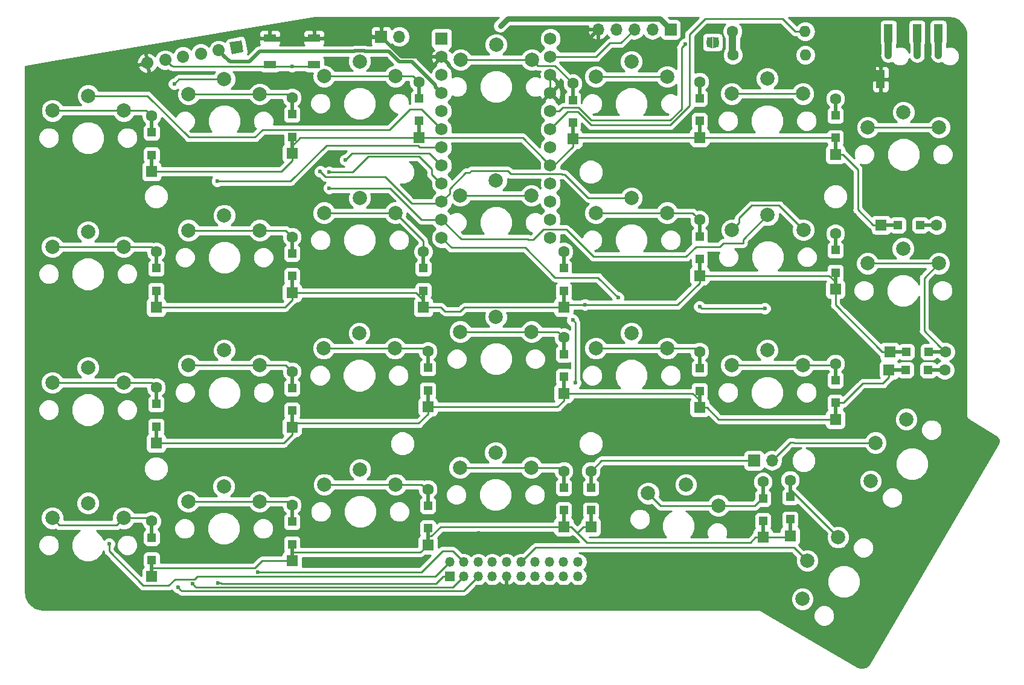
<source format=gbr>
G04 #@! TF.GenerationSoftware,KiCad,Pcbnew,(5.0.0)*
G04 #@! TF.CreationDate,2018-10-09T09:10:51-06:00*
G04 #@! TF.ProjectId,ErgoTravel,4572676F54726176656C2E6B69636164,rev?*
G04 #@! TF.SameCoordinates,Original*
G04 #@! TF.FileFunction,Copper,L2,Bot,Signal*
G04 #@! TF.FilePolarity,Positive*
%FSLAX46Y46*%
G04 Gerber Fmt 4.6, Leading zero omitted, Abs format (unit mm)*
G04 Created by KiCad (PCBNEW (5.0.0)) date 10/09/18 09:10:51*
%MOMM*%
%LPD*%
G01*
G04 APERTURE LIST*
G04 #@! TA.AperFunction,EtchedComponent*
%ADD10C,0.010000*%
G04 #@! TD*
G04 #@! TA.AperFunction,ComponentPad*
%ADD11C,2.000000*%
G04 #@! TD*
G04 #@! TA.AperFunction,Conductor*
%ADD12R,0.500000X2.500000*%
G04 #@! TD*
G04 #@! TA.AperFunction,SMDPad,CuDef*
%ADD13R,1.200000X1.200000*%
G04 #@! TD*
G04 #@! TA.AperFunction,ComponentPad*
%ADD14R,1.600000X1.600000*%
G04 #@! TD*
G04 #@! TA.AperFunction,ComponentPad*
%ADD15C,1.600000*%
G04 #@! TD*
G04 #@! TA.AperFunction,Conductor*
%ADD16R,2.500000X0.500000*%
G04 #@! TD*
G04 #@! TA.AperFunction,SMDPad,CuDef*
%ADD17R,1.200000X2.500000*%
G04 #@! TD*
G04 #@! TA.AperFunction,SMDPad,CuDef*
%ADD18R,1.800000X1.100000*%
G04 #@! TD*
G04 #@! TA.AperFunction,ComponentPad*
%ADD19R,1.752600X1.752600*%
G04 #@! TD*
G04 #@! TA.AperFunction,ComponentPad*
%ADD20C,1.752600*%
G04 #@! TD*
G04 #@! TA.AperFunction,ComponentPad*
%ADD21C,1.700000*%
G04 #@! TD*
G04 #@! TA.AperFunction,Conductor*
%ADD22C,0.100000*%
G04 #@! TD*
G04 #@! TA.AperFunction,Conductor*
%ADD23C,1.700000*%
G04 #@! TD*
G04 #@! TA.AperFunction,ComponentPad*
%ADD24O,1.600000X1.600000*%
G04 #@! TD*
G04 #@! TA.AperFunction,ComponentPad*
%ADD25R,1.700000X1.700000*%
G04 #@! TD*
G04 #@! TA.AperFunction,ComponentPad*
%ADD26O,1.700000X1.700000*%
G04 #@! TD*
G04 #@! TA.AperFunction,ComponentPad*
%ADD27R,0.800000X1.400000*%
G04 #@! TD*
G04 #@! TA.AperFunction,ComponentPad*
%ADD28R,1.350000X1.350000*%
G04 #@! TD*
G04 #@! TA.AperFunction,ComponentPad*
%ADD29O,1.350000X1.350000*%
G04 #@! TD*
G04 #@! TA.AperFunction,ViaPad*
%ADD30C,0.600000*%
G04 #@! TD*
G04 #@! TA.AperFunction,Conductor*
%ADD31C,0.250000*%
G04 #@! TD*
G04 #@! TA.AperFunction,Conductor*
%ADD32C,1.000000*%
G04 #@! TD*
G04 #@! TA.AperFunction,Conductor*
%ADD33C,0.750000*%
G04 #@! TD*
G04 #@! TA.AperFunction,Conductor*
%ADD34C,0.500000*%
G04 #@! TD*
G04 #@! TA.AperFunction,Conductor*
%ADD35C,0.254000*%
G04 #@! TD*
G04 APERTURE END LIST*
D10*
G04 #@! TO.C,SJ1*
G36*
X171916000Y-49796000D02*
X171659500Y-49841200D01*
X171433900Y-49971500D01*
X171266500Y-50171000D01*
X171177400Y-50415800D01*
X171177400Y-50676200D01*
X171266500Y-50921000D01*
X171433900Y-51120500D01*
X171659500Y-51250800D01*
X171916000Y-51296000D01*
X171916000Y-49796000D01*
X171916000Y-49796000D01*
G37*
X171916000Y-49796000D02*
X171659500Y-49841200D01*
X171433900Y-49971500D01*
X171266500Y-50171000D01*
X171177400Y-50415800D01*
X171177400Y-50676200D01*
X171266500Y-50921000D01*
X171433900Y-51120500D01*
X171659500Y-51250800D01*
X171916000Y-51296000D01*
X171916000Y-49796000D01*
G36*
X172116000Y-51296000D02*
X172372500Y-51250800D01*
X172598100Y-51120500D01*
X172765500Y-50921000D01*
X172854600Y-50676200D01*
X172854600Y-50415800D01*
X172765500Y-50171000D01*
X172598100Y-49971500D01*
X172372500Y-49841200D01*
X172116000Y-49796000D01*
X172116000Y-51296000D01*
X172116000Y-51296000D01*
G37*
X172116000Y-51296000D02*
X172372500Y-51250800D01*
X172598100Y-51120500D01*
X172765500Y-50921000D01*
X172854600Y-50676200D01*
X172854600Y-50415800D01*
X172765500Y-50171000D01*
X172598100Y-49971500D01*
X172372500Y-49841200D01*
X172116000Y-49796000D01*
X172116000Y-51296000D01*
G04 #@! TD*
D11*
G04 #@! TO.P,K1,2*
G04 #@! TO.N,Net-(D1-Pad2)*
X89444288Y-60143812D03*
G04 #@! TO.P,K1,1*
G04 #@! TO.N,col0*
X84444288Y-58043812D03*
G04 #@! TO.P,K1,2*
G04 #@! TO.N,Net-(D1-Pad2)*
X79444288Y-60143812D03*
G04 #@! TD*
G04 #@! TO.P,K7,2*
G04 #@! TO.N,Net-(D7-Pad2)*
X98536582Y-95866612D03*
G04 #@! TO.P,K7,1*
G04 #@! TO.N,col1*
X103536582Y-93766612D03*
G04 #@! TO.P,K7,2*
G04 #@! TO.N,Net-(D7-Pad2)*
X108536582Y-95866612D03*
G04 #@! TD*
G04 #@! TO.P,K3,2*
G04 #@! TO.N,Net-(D3-Pad2)*
X89424884Y-98307670D03*
G04 #@! TO.P,K3,1*
G04 #@! TO.N,col0*
X84424884Y-96207670D03*
G04 #@! TO.P,K3,2*
G04 #@! TO.N,Net-(D3-Pad2)*
X79424884Y-98307670D03*
G04 #@! TD*
D12*
G04 #@! TO.N,row0*
G04 #@! TO.C,D1*
X93345000Y-67470000D03*
D13*
G04 #@! TD*
G04 #@! TO.P,D1,1*
G04 #@! TO.N,row0*
X93345000Y-66345000D03*
G04 #@! TO.P,D1,2*
G04 #@! TO.N,Net-(D1-Pad2)*
X93345000Y-63195000D03*
D12*
G04 #@! TD*
G04 #@! TO.N,Net-(D1-Pad2)*
G04 #@! TO.C,D1*
X93345000Y-62070000D03*
D14*
G04 #@! TO.P,D1,1*
G04 #@! TO.N,row0*
X93345000Y-68670000D03*
D15*
G04 #@! TO.P,D1,2*
G04 #@! TO.N,Net-(D1-Pad2)*
X93345000Y-60870000D03*
G04 #@! TD*
D12*
G04 #@! TO.N,row1*
G04 #@! TO.C,D2*
X93980000Y-86520000D03*
D13*
G04 #@! TD*
G04 #@! TO.P,D2,1*
G04 #@! TO.N,row1*
X93980000Y-85395000D03*
G04 #@! TO.P,D2,2*
G04 #@! TO.N,Net-(D2-Pad2)*
X93980000Y-82245000D03*
D12*
G04 #@! TD*
G04 #@! TO.N,Net-(D2-Pad2)*
G04 #@! TO.C,D2*
X93980000Y-81120000D03*
D14*
G04 #@! TO.P,D2,1*
G04 #@! TO.N,row1*
X93980000Y-87720000D03*
D15*
G04 #@! TO.P,D2,2*
G04 #@! TO.N,Net-(D2-Pad2)*
X93980000Y-79920000D03*
G04 #@! TD*
D12*
G04 #@! TO.N,row2*
G04 #@! TO.C,D3*
X93980000Y-105570000D03*
D13*
G04 #@! TD*
G04 #@! TO.P,D3,1*
G04 #@! TO.N,row2*
X93980000Y-104445000D03*
G04 #@! TO.P,D3,2*
G04 #@! TO.N,Net-(D3-Pad2)*
X93980000Y-101295000D03*
D12*
G04 #@! TD*
G04 #@! TO.N,Net-(D3-Pad2)*
G04 #@! TO.C,D3*
X93980000Y-100170000D03*
D14*
G04 #@! TO.P,D3,1*
G04 #@! TO.N,row2*
X93980000Y-106770000D03*
D15*
G04 #@! TO.P,D3,2*
G04 #@! TO.N,Net-(D3-Pad2)*
X93980000Y-98970000D03*
G04 #@! TD*
D12*
G04 #@! TO.N,row3*
G04 #@! TO.C,D4*
X93345000Y-124315000D03*
D13*
G04 #@! TD*
G04 #@! TO.P,D4,1*
G04 #@! TO.N,row3*
X93345000Y-123190000D03*
G04 #@! TO.P,D4,2*
G04 #@! TO.N,Net-(D4-Pad2)*
X93345000Y-120040000D03*
D12*
G04 #@! TD*
G04 #@! TO.N,Net-(D4-Pad2)*
G04 #@! TO.C,D4*
X93345000Y-118915000D03*
D14*
G04 #@! TO.P,D4,1*
G04 #@! TO.N,row3*
X93345000Y-125515000D03*
D15*
G04 #@! TO.P,D4,2*
G04 #@! TO.N,Net-(D4-Pad2)*
X93345000Y-117715000D03*
G04 #@! TD*
D12*
G04 #@! TO.N,row0*
G04 #@! TO.C,D5*
X113030000Y-64930000D03*
D13*
G04 #@! TD*
G04 #@! TO.P,D5,1*
G04 #@! TO.N,row0*
X113030000Y-63805000D03*
G04 #@! TO.P,D5,2*
G04 #@! TO.N,Net-(D5-Pad2)*
X113030000Y-60655000D03*
D12*
G04 #@! TD*
G04 #@! TO.N,Net-(D5-Pad2)*
G04 #@! TO.C,D5*
X113030000Y-59530000D03*
D14*
G04 #@! TO.P,D5,1*
G04 #@! TO.N,row0*
X113030000Y-66130000D03*
D15*
G04 #@! TO.P,D5,2*
G04 #@! TO.N,Net-(D5-Pad2)*
X113030000Y-58330000D03*
G04 #@! TD*
D12*
G04 #@! TO.N,row1*
G04 #@! TO.C,D6*
X113030000Y-84455000D03*
D13*
G04 #@! TD*
G04 #@! TO.P,D6,1*
G04 #@! TO.N,row1*
X113030000Y-83330000D03*
G04 #@! TO.P,D6,2*
G04 #@! TO.N,Net-(D6-Pad2)*
X113030000Y-80180000D03*
D12*
G04 #@! TD*
G04 #@! TO.N,Net-(D6-Pad2)*
G04 #@! TO.C,D6*
X113030000Y-79055000D03*
D14*
G04 #@! TO.P,D6,1*
G04 #@! TO.N,row1*
X113030000Y-85655000D03*
D15*
G04 #@! TO.P,D6,2*
G04 #@! TO.N,Net-(D6-Pad2)*
X113030000Y-77855000D03*
G04 #@! TD*
D12*
G04 #@! TO.N,row2*
G04 #@! TO.C,D7*
X113030000Y-103335000D03*
D13*
G04 #@! TD*
G04 #@! TO.P,D7,1*
G04 #@! TO.N,row2*
X113030000Y-102210000D03*
G04 #@! TO.P,D7,2*
G04 #@! TO.N,Net-(D7-Pad2)*
X113030000Y-99060000D03*
D12*
G04 #@! TD*
G04 #@! TO.N,Net-(D7-Pad2)*
G04 #@! TO.C,D7*
X113030000Y-97935000D03*
D14*
G04 #@! TO.P,D7,1*
G04 #@! TO.N,row2*
X113030000Y-104535000D03*
D15*
G04 #@! TO.P,D7,2*
G04 #@! TO.N,Net-(D7-Pad2)*
X113030000Y-96735000D03*
G04 #@! TD*
D12*
G04 #@! TO.N,row3*
G04 #@! TO.C,D8*
X113030000Y-122080000D03*
D13*
G04 #@! TD*
G04 #@! TO.P,D8,1*
G04 #@! TO.N,row3*
X113030000Y-120955000D03*
G04 #@! TO.P,D8,2*
G04 #@! TO.N,Net-(D8-Pad2)*
X113030000Y-117805000D03*
D12*
G04 #@! TD*
G04 #@! TO.N,Net-(D8-Pad2)*
G04 #@! TO.C,D8*
X113030000Y-116680000D03*
D14*
G04 #@! TO.P,D8,1*
G04 #@! TO.N,row3*
X113030000Y-123280000D03*
D15*
G04 #@! TO.P,D8,2*
G04 #@! TO.N,Net-(D8-Pad2)*
X113030000Y-115480000D03*
G04 #@! TD*
D12*
G04 #@! TO.N,row0*
G04 #@! TO.C,D9*
X130810000Y-62720000D03*
D13*
G04 #@! TD*
G04 #@! TO.P,D9,1*
G04 #@! TO.N,row0*
X130810000Y-61595000D03*
G04 #@! TO.P,D9,2*
G04 #@! TO.N,Net-(D9-Pad2)*
X130810000Y-58445000D03*
D12*
G04 #@! TD*
G04 #@! TO.N,Net-(D9-Pad2)*
G04 #@! TO.C,D9*
X130810000Y-57320000D03*
D14*
G04 #@! TO.P,D9,1*
G04 #@! TO.N,row0*
X130810000Y-63920000D03*
D15*
G04 #@! TO.P,D9,2*
G04 #@! TO.N,Net-(D9-Pad2)*
X130810000Y-56120000D03*
G04 #@! TD*
D12*
G04 #@! TO.N,row1*
G04 #@! TO.C,D10*
X131445000Y-86520000D03*
D13*
G04 #@! TD*
G04 #@! TO.P,D10,1*
G04 #@! TO.N,row1*
X131445000Y-85395000D03*
G04 #@! TO.P,D10,2*
G04 #@! TO.N,Net-(D10-Pad2)*
X131445000Y-82245000D03*
D12*
G04 #@! TD*
G04 #@! TO.N,Net-(D10-Pad2)*
G04 #@! TO.C,D10*
X131445000Y-81120000D03*
D14*
G04 #@! TO.P,D10,1*
G04 #@! TO.N,row1*
X131445000Y-87720000D03*
D15*
G04 #@! TO.P,D10,2*
G04 #@! TO.N,Net-(D10-Pad2)*
X131445000Y-79920000D03*
G04 #@! TD*
D12*
G04 #@! TO.N,row2*
G04 #@! TO.C,D11*
X132080000Y-100490000D03*
D13*
G04 #@! TD*
G04 #@! TO.P,D11,1*
G04 #@! TO.N,row2*
X132080000Y-99365000D03*
G04 #@! TO.P,D11,2*
G04 #@! TO.N,Net-(D11-Pad2)*
X132080000Y-96215000D03*
D12*
G04 #@! TD*
G04 #@! TO.N,Net-(D11-Pad2)*
G04 #@! TO.C,D11*
X132080000Y-95090000D03*
D14*
G04 #@! TO.P,D11,1*
G04 #@! TO.N,row2*
X132080000Y-101690000D03*
D15*
G04 #@! TO.P,D11,2*
G04 #@! TO.N,Net-(D11-Pad2)*
X132080000Y-93890000D03*
G04 #@! TD*
D12*
G04 #@! TO.N,row3*
G04 #@! TO.C,D12*
X132080000Y-119845000D03*
D13*
G04 #@! TD*
G04 #@! TO.P,D12,1*
G04 #@! TO.N,row3*
X132080000Y-118720000D03*
G04 #@! TO.P,D12,2*
G04 #@! TO.N,Net-(D12-Pad2)*
X132080000Y-115570000D03*
D12*
G04 #@! TD*
G04 #@! TO.N,Net-(D12-Pad2)*
G04 #@! TO.C,D12*
X132080000Y-114445000D03*
D14*
G04 #@! TO.P,D12,1*
G04 #@! TO.N,row3*
X132080000Y-121045000D03*
D15*
G04 #@! TO.P,D12,2*
G04 #@! TO.N,Net-(D12-Pad2)*
X132080000Y-113245000D03*
G04 #@! TD*
D12*
G04 #@! TO.N,row0*
G04 #@! TO.C,D13*
X152400000Y-62935000D03*
D13*
G04 #@! TD*
G04 #@! TO.P,D13,1*
G04 #@! TO.N,row0*
X152400000Y-61810000D03*
G04 #@! TO.P,D13,2*
G04 #@! TO.N,Net-(D13-Pad2)*
X152400000Y-58660000D03*
D12*
G04 #@! TD*
G04 #@! TO.N,Net-(D13-Pad2)*
G04 #@! TO.C,D13*
X152400000Y-57535000D03*
D14*
G04 #@! TO.P,D13,1*
G04 #@! TO.N,row0*
X152400000Y-64135000D03*
D15*
G04 #@! TO.P,D13,2*
G04 #@! TO.N,Net-(D13-Pad2)*
X152400000Y-56335000D03*
G04 #@! TD*
D12*
G04 #@! TO.N,row1*
G04 #@! TO.C,D14*
X151130000Y-86520000D03*
D13*
G04 #@! TD*
G04 #@! TO.P,D14,1*
G04 #@! TO.N,row1*
X151130000Y-85395000D03*
G04 #@! TO.P,D14,2*
G04 #@! TO.N,Net-(D14-Pad2)*
X151130000Y-82245000D03*
D12*
G04 #@! TD*
G04 #@! TO.N,Net-(D14-Pad2)*
G04 #@! TO.C,D14*
X151130000Y-81120000D03*
D14*
G04 #@! TO.P,D14,1*
G04 #@! TO.N,row1*
X151130000Y-87720000D03*
D15*
G04 #@! TO.P,D14,2*
G04 #@! TO.N,Net-(D14-Pad2)*
X151130000Y-79920000D03*
G04 #@! TD*
D12*
G04 #@! TO.N,row2*
G04 #@! TO.C,D15*
X151130000Y-98585000D03*
D13*
G04 #@! TD*
G04 #@! TO.P,D15,1*
G04 #@! TO.N,row2*
X151130000Y-97460000D03*
G04 #@! TO.P,D15,2*
G04 #@! TO.N,Net-(D15-Pad2)*
X151130000Y-94310000D03*
D12*
G04 #@! TD*
G04 #@! TO.N,Net-(D15-Pad2)*
G04 #@! TO.C,D15*
X151130000Y-93185000D03*
D14*
G04 #@! TO.P,D15,1*
G04 #@! TO.N,row2*
X151130000Y-99785000D03*
D15*
G04 #@! TO.P,D15,2*
G04 #@! TO.N,Net-(D15-Pad2)*
X151130000Y-91985000D03*
G04 #@! TD*
D12*
G04 #@! TO.N,row3*
G04 #@! TO.C,D16*
X151130000Y-117305000D03*
D13*
G04 #@! TD*
G04 #@! TO.P,D16,1*
G04 #@! TO.N,row3*
X151130000Y-116180000D03*
G04 #@! TO.P,D16,2*
G04 #@! TO.N,Net-(D16-Pad2)*
X151130000Y-113030000D03*
D12*
G04 #@! TD*
G04 #@! TO.N,Net-(D16-Pad2)*
G04 #@! TO.C,D16*
X151130000Y-111905000D03*
D14*
G04 #@! TO.P,D16,1*
G04 #@! TO.N,row3*
X151130000Y-118505000D03*
D15*
G04 #@! TO.P,D16,2*
G04 #@! TO.N,Net-(D16-Pad2)*
X151130000Y-110705000D03*
G04 #@! TD*
D12*
G04 #@! TO.N,row0*
G04 #@! TO.C,D17*
X170180000Y-62695000D03*
D13*
G04 #@! TD*
G04 #@! TO.P,D17,1*
G04 #@! TO.N,row0*
X170180000Y-61570000D03*
G04 #@! TO.P,D17,2*
G04 #@! TO.N,Net-(D17-Pad2)*
X170180000Y-58420000D03*
D12*
G04 #@! TD*
G04 #@! TO.N,Net-(D17-Pad2)*
G04 #@! TO.C,D17*
X170180000Y-57295000D03*
D14*
G04 #@! TO.P,D17,1*
G04 #@! TO.N,row0*
X170180000Y-63895000D03*
D15*
G04 #@! TO.P,D17,2*
G04 #@! TO.N,Net-(D17-Pad2)*
X170180000Y-56095000D03*
G04 #@! TD*
D12*
G04 #@! TO.N,row1*
G04 #@! TO.C,D18*
X170180000Y-82075000D03*
D13*
G04 #@! TD*
G04 #@! TO.P,D18,1*
G04 #@! TO.N,row1*
X170180000Y-80950000D03*
G04 #@! TO.P,D18,2*
G04 #@! TO.N,Net-(D18-Pad2)*
X170180000Y-77800000D03*
D12*
G04 #@! TD*
G04 #@! TO.N,Net-(D18-Pad2)*
G04 #@! TO.C,D18*
X170180000Y-76675000D03*
D14*
G04 #@! TO.P,D18,1*
G04 #@! TO.N,row1*
X170180000Y-83275000D03*
D15*
G04 #@! TO.P,D18,2*
G04 #@! TO.N,Net-(D18-Pad2)*
X170180000Y-75475000D03*
G04 #@! TD*
D12*
G04 #@! TO.N,row2*
G04 #@! TO.C,D19*
X170180000Y-100580000D03*
D13*
G04 #@! TD*
G04 #@! TO.P,D19,1*
G04 #@! TO.N,row2*
X170180000Y-99455000D03*
G04 #@! TO.P,D19,2*
G04 #@! TO.N,Net-(D19-Pad2)*
X170180000Y-96305000D03*
D12*
G04 #@! TD*
G04 #@! TO.N,Net-(D19-Pad2)*
G04 #@! TO.C,D19*
X170180000Y-95180000D03*
D14*
G04 #@! TO.P,D19,1*
G04 #@! TO.N,row2*
X170180000Y-101780000D03*
D15*
G04 #@! TO.P,D19,2*
G04 #@! TO.N,Net-(D19-Pad2)*
X170180000Y-93980000D03*
G04 #@! TD*
D12*
G04 #@! TO.N,row3*
G04 #@! TO.C,D20*
X179070000Y-118815000D03*
D13*
G04 #@! TD*
G04 #@! TO.P,D20,1*
G04 #@! TO.N,row3*
X179070000Y-117690000D03*
G04 #@! TO.P,D20,2*
G04 #@! TO.N,Net-(D20-Pad2)*
X179070000Y-114540000D03*
D12*
G04 #@! TD*
G04 #@! TO.N,Net-(D20-Pad2)*
G04 #@! TO.C,D20*
X179070000Y-113415000D03*
D14*
G04 #@! TO.P,D20,1*
G04 #@! TO.N,row3*
X179070000Y-120015000D03*
D15*
G04 #@! TO.P,D20,2*
G04 #@! TO.N,Net-(D20-Pad2)*
X179070000Y-112215000D03*
G04 #@! TD*
D12*
G04 #@! TO.N,row0*
G04 #@! TO.C,D21*
X189230000Y-65090000D03*
D13*
G04 #@! TD*
G04 #@! TO.P,D21,1*
G04 #@! TO.N,row0*
X189230000Y-63965000D03*
G04 #@! TO.P,D21,2*
G04 #@! TO.N,Net-(D21-Pad2)*
X189230000Y-60815000D03*
D12*
G04 #@! TD*
G04 #@! TO.N,Net-(D21-Pad2)*
G04 #@! TO.C,D21*
X189230000Y-59690000D03*
D14*
G04 #@! TO.P,D21,1*
G04 #@! TO.N,row0*
X189230000Y-66290000D03*
D15*
G04 #@! TO.P,D21,2*
G04 #@! TO.N,Net-(D21-Pad2)*
X189230000Y-58490000D03*
G04 #@! TD*
D12*
G04 #@! TO.N,row1*
G04 #@! TO.C,D22*
X189230000Y-83980000D03*
D13*
G04 #@! TD*
G04 #@! TO.P,D22,1*
G04 #@! TO.N,row1*
X189230000Y-82855000D03*
G04 #@! TO.P,D22,2*
G04 #@! TO.N,Net-(D22-Pad2)*
X189230000Y-79705000D03*
D12*
G04 #@! TD*
G04 #@! TO.N,Net-(D22-Pad2)*
G04 #@! TO.C,D22*
X189230000Y-78580000D03*
D14*
G04 #@! TO.P,D22,1*
G04 #@! TO.N,row1*
X189230000Y-85180000D03*
D15*
G04 #@! TO.P,D22,2*
G04 #@! TO.N,Net-(D22-Pad2)*
X189230000Y-77380000D03*
G04 #@! TD*
D12*
G04 #@! TO.N,row2*
G04 #@! TO.C,D23*
X189230000Y-102235000D03*
D13*
G04 #@! TD*
G04 #@! TO.P,D23,1*
G04 #@! TO.N,row2*
X189230000Y-101110000D03*
G04 #@! TO.P,D23,2*
G04 #@! TO.N,Net-(D23-Pad2)*
X189230000Y-97960000D03*
D12*
G04 #@! TD*
G04 #@! TO.N,Net-(D23-Pad2)*
G04 #@! TO.C,D23*
X189230000Y-96835000D03*
D14*
G04 #@! TO.P,D23,1*
G04 #@! TO.N,row2*
X189230000Y-103435000D03*
D15*
G04 #@! TO.P,D23,2*
G04 #@! TO.N,Net-(D23-Pad2)*
X189230000Y-95635000D03*
G04 #@! TD*
D12*
G04 #@! TO.N,row3*
G04 #@! TO.C,D24*
X182880000Y-118600000D03*
D13*
G04 #@! TD*
G04 #@! TO.P,D24,1*
G04 #@! TO.N,row3*
X182880000Y-117475000D03*
G04 #@! TO.P,D24,2*
G04 #@! TO.N,Net-(D24-Pad2)*
X182880000Y-114325000D03*
D12*
G04 #@! TD*
G04 #@! TO.N,Net-(D24-Pad2)*
G04 #@! TO.C,D24*
X182880000Y-113200000D03*
D14*
G04 #@! TO.P,D24,1*
G04 #@! TO.N,row3*
X182880000Y-119800000D03*
D15*
G04 #@! TO.P,D24,2*
G04 #@! TO.N,Net-(D24-Pad2)*
X182880000Y-112000000D03*
G04 #@! TD*
D16*
G04 #@! TO.N,row0*
G04 #@! TO.C,D25*
X196850000Y-76200000D03*
D13*
G04 #@! TD*
G04 #@! TO.P,D25,1*
G04 #@! TO.N,row0*
X197975000Y-76200000D03*
G04 #@! TO.P,D25,2*
G04 #@! TO.N,Net-(D25-Pad2)*
X201125000Y-76200000D03*
D16*
G04 #@! TD*
G04 #@! TO.N,Net-(D25-Pad2)*
G04 #@! TO.C,D25*
X202250000Y-76200000D03*
D14*
G04 #@! TO.P,D25,1*
G04 #@! TO.N,row0*
X195650000Y-76200000D03*
D15*
G04 #@! TO.P,D25,2*
G04 #@! TO.N,Net-(D25-Pad2)*
X203450000Y-76200000D03*
G04 #@! TD*
D16*
G04 #@! TO.N,row1*
G04 #@! TO.C,D26*
X198050000Y-93980000D03*
D13*
G04 #@! TD*
G04 #@! TO.P,D26,1*
G04 #@! TO.N,row1*
X199175000Y-93980000D03*
G04 #@! TO.P,D26,2*
G04 #@! TO.N,Net-(D26-Pad2)*
X202325000Y-93980000D03*
D16*
G04 #@! TD*
G04 #@! TO.N,Net-(D26-Pad2)*
G04 #@! TO.C,D26*
X203450000Y-93980000D03*
D14*
G04 #@! TO.P,D26,1*
G04 #@! TO.N,row1*
X196850000Y-93980000D03*
D15*
G04 #@! TO.P,D26,2*
G04 #@! TO.N,Net-(D26-Pad2)*
X204650000Y-93980000D03*
G04 #@! TD*
D16*
G04 #@! TO.N,row2*
G04 #@! TO.C,D27*
X197960000Y-96520000D03*
D13*
G04 #@! TD*
G04 #@! TO.P,D27,1*
G04 #@! TO.N,row2*
X199085000Y-96520000D03*
G04 #@! TO.P,D27,2*
G04 #@! TO.N,Net-(D27-Pad2)*
X202235000Y-96520000D03*
D16*
G04 #@! TD*
G04 #@! TO.N,Net-(D27-Pad2)*
G04 #@! TO.C,D27*
X203360000Y-96520000D03*
D14*
G04 #@! TO.P,D27,1*
G04 #@! TO.N,row2*
X196760000Y-96520000D03*
D15*
G04 #@! TO.P,D27,2*
G04 #@! TO.N,Net-(D27-Pad2)*
X204560000Y-96520000D03*
G04 #@! TD*
D17*
G04 #@! TO.P,J3,4*
G04 #@! TO.N,GND*
X195575000Y-55750000D03*
G04 #@! TO.P,J3,1*
G04 #@! TO.N,sda*
X196675000Y-49250000D03*
G04 #@! TO.P,J3,2*
G04 #@! TO.N,scl*
X200675000Y-49250000D03*
G04 #@! TO.P,J3,3*
G04 #@! TO.N,VCC*
X203675000Y-49250000D03*
G04 #@! TD*
D18*
G04 #@! TO.P,SW2,1*
G04 #@! TO.N,RESET*
X109930000Y-53666000D03*
X116130000Y-53666000D03*
G04 #@! TO.P,SW2,2*
G04 #@! TO.N,GND*
X109930000Y-49966000D03*
X116130000Y-49966000D03*
G04 #@! TD*
D19*
G04 #@! TO.P,U1,1*
G04 #@! TO.N,/RAW*
X134020038Y-50054000D03*
D20*
G04 #@! TO.P,U1,2*
G04 #@! TO.N,GND*
X134020038Y-52594000D03*
G04 #@! TO.P,U1,3*
G04 #@! TO.N,RESET*
X134020038Y-55134000D03*
G04 #@! TO.P,U1,4*
G04 #@! TO.N,VCC*
X134020038Y-57674000D03*
G04 #@! TO.P,U1,5*
G04 #@! TO.N,N/C*
X134020038Y-60214000D03*
G04 #@! TO.P,U1,6*
G04 #@! TO.N,col0*
X134020038Y-62754000D03*
G04 #@! TO.P,U1,7*
G04 #@! TO.N,col1*
X134020038Y-65294000D03*
G04 #@! TO.P,U1,8*
G04 #@! TO.N,col2*
X134020038Y-67834000D03*
G04 #@! TO.P,U1,9*
G04 #@! TO.N,SCK*
X134020038Y-70374000D03*
G04 #@! TO.P,U1,10*
G04 #@! TO.N,MISO*
X134020038Y-72914000D03*
G04 #@! TO.P,U1,11*
G04 #@! TO.N,MOSI*
X134020038Y-75454000D03*
G04 #@! TO.P,U1,12*
G04 #@! TO.N,col6*
X134020038Y-77994000D03*
G04 #@! TO.P,U1,24*
G04 #@! TO.N,N/C*
X149260038Y-77994000D03*
G04 #@! TO.P,U1,23*
G04 #@! TO.N,row3*
X149260038Y-75454000D03*
G04 #@! TO.P,U1,22*
G04 #@! TO.N,row2*
X149260038Y-72914000D03*
G04 #@! TO.P,U1,21*
G04 #@! TO.N,row1*
X149260038Y-70374000D03*
G04 #@! TO.P,U1,20*
G04 #@! TO.N,row0*
X149260038Y-67834000D03*
G04 #@! TO.P,U1,19*
G04 #@! TO.N,N/C*
X149260038Y-65294000D03*
G04 #@! TO.P,U1,18*
G04 #@! TO.N,scl*
X149260038Y-62754000D03*
G04 #@! TO.P,U1,17*
G04 #@! TO.N,sdaPM*
X149260038Y-60214000D03*
G04 #@! TO.P,U1,16*
G04 #@! TO.N,GND*
X149260038Y-57674000D03*
G04 #@! TO.P,U1,15*
X149260038Y-55134000D03*
G04 #@! TO.P,U1,14*
G04 #@! TO.N,RX*
X149260038Y-52594000D03*
G04 #@! TO.P,U1,13*
G04 #@! TO.N,ws2812di*
X149260038Y-50054000D03*
G04 #@! TD*
D21*
G04 #@! TO.P,J4,1*
G04 #@! TO.N,MISO*
X105255647Y-51250000D03*
D22*
G04 #@! TD*
G04 #@! TO.N,MISO*
G04 #@! TO.C,J4*
G36*
X104270959Y-50560514D02*
X105945133Y-50265312D01*
X106240335Y-51939486D01*
X104566161Y-52234688D01*
X104270959Y-50560514D01*
X104270959Y-50560514D01*
G37*
D21*
G04 #@! TO.P,J4,2*
G04 #@! TO.N,VCC*
X102754235Y-51691066D03*
D23*
G04 #@! TD*
G04 #@! TO.N,VCC*
G04 #@! TO.C,J4*
X102754235Y-51691066D02*
X102754235Y-51691066D01*
D21*
G04 #@! TO.P,J4,3*
G04 #@! TO.N,SCK*
X100252824Y-52132133D03*
D23*
G04 #@! TD*
G04 #@! TO.N,SCK*
G04 #@! TO.C,J4*
X100252824Y-52132133D02*
X100252824Y-52132133D01*
D21*
G04 #@! TO.P,J4,4*
G04 #@! TO.N,MOSI*
X97751412Y-52573199D03*
D23*
G04 #@! TD*
G04 #@! TO.N,MOSI*
G04 #@! TO.C,J4*
X97751412Y-52573199D02*
X97751412Y-52573199D01*
D21*
G04 #@! TO.P,J4,5*
G04 #@! TO.N,RESET*
X95250000Y-53014265D03*
D23*
G04 #@! TD*
G04 #@! TO.N,RESET*
G04 #@! TO.C,J4*
X95250000Y-53014265D02*
X95250000Y-53014265D01*
D21*
G04 #@! TO.P,J4,6*
G04 #@! TO.N,GND*
X92748589Y-53455332D03*
D23*
G04 #@! TD*
G04 #@! TO.N,GND*
G04 #@! TO.C,J4*
X92748589Y-53455332D02*
X92748589Y-53455332D01*
D15*
G04 #@! TO.P,R1,1*
G04 #@! TO.N,VCC*
X174863760Y-52324000D03*
D24*
G04 #@! TO.P,R1,2*
G04 #@! TO.N,sda*
X185023760Y-52324000D03*
G04 #@! TD*
D15*
G04 #@! TO.P,R2,1*
G04 #@! TO.N,VCC*
X174830740Y-49022000D03*
D24*
G04 #@! TO.P,R2,2*
G04 #@! TO.N,scl*
X184990740Y-49022000D03*
G04 #@! TD*
D25*
G04 #@! TO.P,J1,1*
G04 #@! TO.N,VCC*
X166116000Y-48768000D03*
D26*
G04 #@! TO.P,J1,2*
G04 #@! TO.N,ws2812di*
X163576000Y-48768000D03*
G04 #@! TO.P,J1,3*
G04 #@! TO.N,RX*
X161036000Y-48768000D03*
G04 #@! TO.P,J1,4*
G04 #@! TO.N,RESET*
X158496000Y-48768000D03*
G04 #@! TO.P,J1,5*
G04 #@! TO.N,GND*
X155956000Y-48768000D03*
G04 #@! TD*
D27*
G04 #@! TO.P,SJ1,2*
G04 #@! TO.N,sda*
X172466000Y-50546000D03*
G04 #@! TO.P,SJ1,1*
G04 #@! TO.N,sdaPM*
X171566000Y-50546000D03*
X171566000Y-50546000D03*
G04 #@! TO.P,SJ1,2*
G04 #@! TO.N,sda*
X172466000Y-50546000D03*
G04 #@! TD*
D12*
G04 #@! TO.N,row3*
G04 #@! TO.C,D28*
X154940000Y-117329999D03*
D13*
G04 #@! TD*
G04 #@! TO.P,D28,1*
G04 #@! TO.N,row3*
X154940000Y-116204999D03*
G04 #@! TO.P,D28,2*
G04 #@! TO.N,Net-(D28-Pad2)*
X154940000Y-113054999D03*
D12*
G04 #@! TD*
G04 #@! TO.N,Net-(D28-Pad2)*
G04 #@! TO.C,D28*
X154940000Y-111929999D03*
D14*
G04 #@! TO.P,D28,1*
G04 #@! TO.N,row3*
X154940000Y-118529999D03*
D15*
G04 #@! TO.P,D28,2*
G04 #@! TO.N,Net-(D28-Pad2)*
X154940000Y-110729999D03*
G04 #@! TD*
D25*
G04 #@! TO.P,J13,1*
G04 #@! TO.N,Net-(D28-Pad2)*
X177800000Y-109220000D03*
D26*
G04 #@! TO.P,J13,2*
G04 #@! TO.N,col6*
X180340000Y-109220000D03*
G04 #@! TD*
D25*
G04 #@! TO.P,J14,1*
G04 #@! TO.N,GND*
X125539999Y-49760000D03*
D26*
G04 #@! TO.P,J14,2*
G04 #@! TO.N,/RAW*
X128079999Y-49760000D03*
G04 #@! TD*
D11*
G04 #@! TO.P,K2,2*
G04 #@! TO.N,Net-(D2-Pad2)*
X79424884Y-79255510D03*
G04 #@! TO.P,K2,1*
G04 #@! TO.N,col0*
X84424884Y-77155510D03*
G04 #@! TO.P,K2,2*
G04 #@! TO.N,Net-(D2-Pad2)*
X89424884Y-79255510D03*
G04 #@! TD*
G04 #@! TO.P,K4,2*
G04 #@! TO.N,Net-(D4-Pad2)*
X79424884Y-117300292D03*
G04 #@! TO.P,K4,1*
G04 #@! TO.N,col0*
X84424884Y-115200292D03*
G04 #@! TO.P,K4,2*
G04 #@! TO.N,Net-(D4-Pad2)*
X89424884Y-117300292D03*
G04 #@! TD*
G04 #@! TO.P,K5,2*
G04 #@! TO.N,Net-(D5-Pad2)*
X108536582Y-57821830D03*
G04 #@! TO.P,K5,1*
G04 #@! TO.N,col1*
X103536582Y-55721830D03*
G04 #@! TO.P,K5,2*
G04 #@! TO.N,Net-(D5-Pad2)*
X98536582Y-57821830D03*
G04 #@! TD*
G04 #@! TO.P,K6,2*
G04 #@! TO.N,Net-(D6-Pad2)*
X108536582Y-76933528D03*
G04 #@! TO.P,K6,1*
G04 #@! TO.N,col1*
X103536582Y-74833528D03*
G04 #@! TO.P,K6,2*
G04 #@! TO.N,Net-(D6-Pad2)*
X98536582Y-76933528D03*
G04 #@! TD*
G04 #@! TO.P,K8,2*
G04 #@! TO.N,Net-(D8-Pad2)*
X108477044Y-114978310D03*
G04 #@! TO.P,K8,1*
G04 #@! TO.N,col1*
X103477044Y-112878310D03*
G04 #@! TO.P,K8,2*
G04 #@! TO.N,Net-(D8-Pad2)*
X98477044Y-114978310D03*
G04 #@! TD*
G04 #@! TO.P,K9,2*
G04 #@! TO.N,Net-(D9-Pad2)*
X117529204Y-55321234D03*
G04 #@! TO.P,K9,1*
G04 #@! TO.N,col2*
X122529204Y-53221234D03*
G04 #@! TO.P,K9,2*
G04 #@! TO.N,Net-(D9-Pad2)*
X127529204Y-55321234D03*
G04 #@! TD*
G04 #@! TO.P,K10,2*
G04 #@! TO.N,Net-(D10-Pad2)*
X117529204Y-74492470D03*
G04 #@! TO.P,K10,1*
G04 #@! TO.N,col2*
X122529204Y-72392470D03*
G04 #@! TO.P,K10,2*
G04 #@! TO.N,Net-(D10-Pad2)*
X127529204Y-74492470D03*
G04 #@! TD*
G04 #@! TO.P,K11,2*
G04 #@! TO.N,Net-(D11-Pad2)*
X117469666Y-93485092D03*
G04 #@! TO.P,K11,1*
G04 #@! TO.N,col2*
X122469666Y-91385092D03*
G04 #@! TO.P,K11,2*
G04 #@! TO.N,Net-(D11-Pad2)*
X127469666Y-93485092D03*
G04 #@! TD*
G04 #@! TO.P,K12,2*
G04 #@! TO.N,Net-(D12-Pad2)*
X117569472Y-112596790D03*
G04 #@! TO.P,K12,1*
G04 #@! TO.N,col2*
X122569472Y-110496790D03*
G04 #@! TO.P,K12,2*
G04 #@! TO.N,Net-(D12-Pad2)*
X127569472Y-112596790D03*
G04 #@! TD*
G04 #@! TO.P,K13,2*
G04 #@! TO.N,Net-(D13-Pad2)*
X146660172Y-52999252D03*
G04 #@! TO.P,K13,1*
G04 #@! TO.N,SCK*
X141660172Y-50899252D03*
G04 #@! TO.P,K13,2*
G04 #@! TO.N,Net-(D13-Pad2)*
X136660172Y-52999252D03*
G04 #@! TD*
G04 #@! TO.P,K14,2*
G04 #@! TO.N,Net-(D14-Pad2)*
X146621632Y-72051412D03*
G04 #@! TO.P,K14,1*
G04 #@! TO.N,SCK*
X141621632Y-69951412D03*
G04 #@! TO.P,K14,2*
G04 #@! TO.N,Net-(D14-Pad2)*
X136621632Y-72051412D03*
G04 #@! TD*
G04 #@! TO.P,K15,2*
G04 #@! TO.N,Net-(D15-Pad2)*
X146640902Y-91163110D03*
G04 #@! TO.P,K15,1*
G04 #@! TO.N,SCK*
X141640902Y-89063110D03*
G04 #@! TO.P,K15,2*
G04 #@! TO.N,Net-(D15-Pad2)*
X136640902Y-91163110D03*
G04 #@! TD*
G04 #@! TO.P,K16,2*
G04 #@! TO.N,Net-(D16-Pad2)*
X136581364Y-110215270D03*
G04 #@! TO.P,K16,1*
G04 #@! TO.N,SCK*
X141581364Y-108115270D03*
G04 #@! TO.P,K16,2*
G04 #@! TO.N,Net-(D16-Pad2)*
X146581364Y-110215270D03*
G04 #@! TD*
G04 #@! TO.P,K17,2*
G04 #@! TO.N,Net-(D17-Pad2)*
X155633524Y-55380772D03*
G04 #@! TO.P,K17,1*
G04 #@! TO.N,MISO*
X160633524Y-53280772D03*
G04 #@! TO.P,K17,2*
G04 #@! TO.N,Net-(D17-Pad2)*
X165633524Y-55380772D03*
G04 #@! TD*
G04 #@! TO.P,K18,2*
G04 #@! TO.N,Net-(D18-Pad2)*
X155633524Y-74492470D03*
G04 #@! TO.P,K18,1*
G04 #@! TO.N,MISO*
X160633524Y-72392470D03*
G04 #@! TO.P,K18,2*
G04 #@! TO.N,Net-(D18-Pad2)*
X165633524Y-74492470D03*
G04 #@! TD*
G04 #@! TO.P,K19,2*
G04 #@! TO.N,Net-(D19-Pad2)*
X165633524Y-93485092D03*
G04 #@! TO.P,K19,1*
G04 #@! TO.N,MISO*
X160633524Y-91385092D03*
G04 #@! TO.P,K19,2*
G04 #@! TO.N,Net-(D19-Pad2)*
X155633524Y-93485092D03*
G04 #@! TD*
G04 #@! TO.P,K20,2*
G04 #@! TO.N,Net-(D20-Pad2)*
X162978066Y-113810572D03*
G04 #@! TO.P,K20,1*
G04 #@! TO.N,MISO*
X168266766Y-112610716D03*
G04 #@! TO.P,K20,2*
G04 #@! TO.N,Net-(D20-Pad2)*
X172826144Y-115547053D03*
G04 #@! TD*
G04 #@! TO.P,K21,2*
G04 #@! TO.N,Net-(D21-Pad2)*
X184685684Y-57762292D03*
G04 #@! TO.P,K21,1*
G04 #@! TO.N,MOSI*
X179685684Y-55662292D03*
G04 #@! TO.P,K21,2*
G04 #@! TO.N,Net-(D21-Pad2)*
X174685684Y-57762292D03*
G04 #@! TD*
G04 #@! TO.P,K22,2*
G04 #@! TO.N,Net-(D22-Pad2)*
X184745222Y-76873990D03*
G04 #@! TO.P,K22,1*
G04 #@! TO.N,MOSI*
X179745222Y-74773990D03*
G04 #@! TO.P,K22,2*
G04 #@! TO.N,Net-(D22-Pad2)*
X174745222Y-76873990D03*
G04 #@! TD*
G04 #@! TO.P,K23,2*
G04 #@! TO.N,Net-(D23-Pad2)*
X174685684Y-95866612D03*
G04 #@! TO.P,K23,1*
G04 #@! TO.N,MOSI*
X179685684Y-93766612D03*
G04 #@! TO.P,K23,2*
G04 #@! TO.N,Net-(D23-Pad2)*
X184685684Y-95866612D03*
G04 #@! TD*
G04 #@! TO.P,K24,2*
G04 #@! TO.N,Net-(D24-Pad2)*
X189611627Y-119990433D03*
G04 #@! TO.P,K24,1*
G04 #@! TO.N,MOSI*
X185292974Y-123270560D03*
G04 #@! TO.P,K24,2*
G04 #@! TO.N,Net-(D24-Pad2)*
X184611627Y-128650687D03*
G04 #@! TD*
G04 #@! TO.P,K26,2*
G04 #@! TO.N,Net-(D25-Pad2)*
X193777978Y-62492754D03*
G04 #@! TO.P,K26,1*
G04 #@! TO.N,col6*
X198777978Y-60392754D03*
G04 #@! TO.P,K26,2*
G04 #@! TO.N,Net-(D25-Pad2)*
X203777978Y-62492754D03*
G04 #@! TD*
G04 #@! TO.P,K27,2*
G04 #@! TO.N,Net-(D26-Pad2)*
X203737844Y-81577492D03*
G04 #@! TO.P,K27,1*
G04 #@! TO.N,col6*
X198737844Y-79477492D03*
G04 #@! TO.P,K27,2*
G04 #@! TO.N,Net-(D26-Pad2)*
X193737844Y-81577492D03*
G04 #@! TD*
G04 #@! TO.P,K28,2*
G04 #@! TO.N,Net-(D27-Pad2)*
X194177111Y-112105526D03*
G04 #@! TO.P,K28,1*
G04 #@! TO.N,col6*
X194858458Y-106725399D03*
G04 #@! TO.P,K28,2*
G04 #@! TO.N,Net-(D27-Pad2)*
X199177111Y-103445272D03*
G04 #@! TD*
D28*
G04 #@! TO.P,J15,1*
G04 #@! TO.N,row0*
X135128000Y-125476000D03*
D29*
G04 #@! TO.P,J15,2*
G04 #@! TO.N,col0*
X135128000Y-123476000D03*
G04 #@! TO.P,J15,3*
G04 #@! TO.N,row1*
X137128000Y-125476000D03*
G04 #@! TO.P,J15,4*
G04 #@! TO.N,col1*
X137128000Y-123476000D03*
G04 #@! TO.P,J15,5*
G04 #@! TO.N,row2*
X139128000Y-125476000D03*
G04 #@! TO.P,J15,6*
G04 #@! TO.N,col2*
X139128000Y-123476000D03*
G04 #@! TO.P,J15,7*
G04 #@! TO.N,row3*
X141128000Y-125476000D03*
G04 #@! TO.P,J15,8*
G04 #@! TO.N,SCK*
X141128000Y-123476000D03*
G04 #@! TO.P,J15,9*
G04 #@! TO.N,GND*
X143128000Y-125476000D03*
G04 #@! TO.P,J15,10*
G04 #@! TO.N,MISO*
X143128000Y-123476000D03*
G04 #@! TO.P,J15,11*
G04 #@! TO.N,N/C*
X145128000Y-125476000D03*
G04 #@! TO.P,J15,12*
G04 #@! TO.N,MOSI*
X145128000Y-123476000D03*
G04 #@! TO.P,J15,13*
G04 #@! TO.N,N/C*
X147128000Y-125476000D03*
G04 #@! TO.P,J15,14*
G04 #@! TO.N,col6*
X147128000Y-123476000D03*
G04 #@! TO.P,J15,15*
G04 #@! TO.N,N/C*
X149128000Y-125476000D03*
G04 #@! TO.P,J15,16*
X149128000Y-123476000D03*
G04 #@! TO.P,J15,17*
X151128000Y-125476000D03*
G04 #@! TO.P,J15,18*
X151128000Y-123476000D03*
G04 #@! TO.P,J15,19*
X153128000Y-125476000D03*
G04 #@! TO.P,J15,20*
X153128000Y-123476000D03*
G04 #@! TD*
D30*
G04 #@! TO.N,row0*
X102616000Y-126374990D03*
G04 #@! TO.N,row1*
X154120010Y-87357010D03*
X99060000Y-126492000D03*
G04 #@! TO.N,row2*
X97028000Y-127000000D03*
G04 #@! TO.N,row3*
X152781000Y-98297996D03*
X152400000Y-89535000D03*
G04 #@! TO.N,VCC*
X104140000Y-53076831D03*
X203676077Y-52392560D03*
X142240000Y-48260000D03*
G04 #@! TO.N,GND*
X113030000Y-50220000D03*
X194447842Y-52392560D03*
X170180000Y-90424000D03*
X162052000Y-82804000D03*
X154432000Y-51308000D03*
X125476000Y-81280000D03*
X137668000Y-61468000D03*
X98044000Y-104648000D03*
X101092000Y-93472000D03*
X108204000Y-66040000D03*
X179832000Y-49276000D03*
X201676000Y-71120000D03*
X163068000Y-53848000D03*
X164084000Y-57912000D03*
X163068000Y-76200000D03*
X144780000Y-66040000D03*
X124968000Y-53340000D03*
X131572000Y-70612000D03*
X125476000Y-72644000D03*
X138684000Y-74168000D03*
X144272000Y-70612000D03*
X144780000Y-89408000D03*
X139192000Y-119380000D03*
X154940000Y-84836000D03*
X119380000Y-53340000D03*
X117856000Y-123444000D03*
G04 #@! TO.N,sda*
X196650711Y-52392560D03*
G04 #@! TO.N,scl*
X200699227Y-52392560D03*
G04 #@! TO.N,col0*
X87376000Y-120904000D03*
G04 #@! TO.N,col1*
X96520000Y-56388000D03*
X102536583Y-70024583D03*
X108204000Y-124850990D03*
G04 #@! TO.N,col2*
X120504203Y-67056000D03*
G04 #@! TO.N,col6*
X158750000Y-86360000D03*
X170180000Y-87630000D03*
X179324000Y-87884000D03*
G04 #@! TO.N,SCK*
X118250000Y-68750000D03*
G04 #@! TO.N,MISO*
X117000000Y-68699987D03*
G04 #@! TO.N,MOSI*
X118250000Y-71000000D03*
G04 #@! TO.N,RESET*
X113030000Y-53920000D03*
X113030000Y-53920000D03*
G04 #@! TO.N,sdaPM*
X168148000Y-50800000D03*
G04 #@! TD*
D31*
G04 #@! TO.N,row0*
X131860000Y-63920000D02*
X131895301Y-63955301D01*
X131895301Y-63955301D02*
X145381339Y-63955301D01*
X148383739Y-66957701D02*
X149260038Y-67834000D01*
X145381339Y-63955301D02*
X148383739Y-66957701D01*
X152400000Y-64135000D02*
X152400000Y-65185000D01*
X152400000Y-65185000D02*
X149751000Y-67834000D01*
X149751000Y-67834000D02*
X149260038Y-67834000D01*
X170180000Y-63895000D02*
X152640000Y-63895000D01*
X152640000Y-63895000D02*
X152400000Y-64135000D01*
X194600000Y-76200000D02*
X194629722Y-76200000D01*
X194629722Y-76200000D02*
X195650000Y-76200000D01*
X192364047Y-74004491D02*
X194559556Y-76200000D01*
X194559556Y-76200000D02*
X194629722Y-76200000D01*
X192364047Y-68374047D02*
X192364047Y-74004491D01*
X189230000Y-66290000D02*
X190280000Y-66290000D01*
X190280000Y-66290000D02*
X192364047Y-68374047D01*
X130810000Y-63920000D02*
X114190000Y-63920000D01*
X114190000Y-63920000D02*
X113030000Y-65080000D01*
X170180000Y-63895000D02*
X189160000Y-63895000D01*
X189160000Y-63895000D02*
X189230000Y-63965000D01*
X131860000Y-63920000D02*
X130810000Y-63920000D01*
X113030000Y-67180000D02*
X113030000Y-66130000D01*
X111540000Y-68670000D02*
X113030000Y-67180000D01*
X93345000Y-68670000D02*
X111540000Y-68670000D01*
X103040264Y-126374990D02*
X102616000Y-126374990D01*
X133187000Y-126492000D02*
X103157274Y-126492000D01*
X103157274Y-126492000D02*
X103040264Y-126374990D01*
X135128000Y-125476000D02*
X134203000Y-125476000D01*
X134203000Y-125476000D02*
X133187000Y-126492000D01*
G04 #@! TO.N,Net-(D1-Pad2)*
X79444288Y-60143812D02*
X89444288Y-60143812D01*
X92618812Y-60143812D02*
X93345000Y-60870000D01*
X89444288Y-60143812D02*
X92618812Y-60143812D01*
G04 #@! TO.N,row1*
X151130000Y-87415000D02*
X154178000Y-87415000D01*
X154178000Y-87415000D02*
X167090000Y-87415000D01*
X151130000Y-87415000D02*
X150825000Y-87720000D01*
X150825000Y-87720000D02*
X137210786Y-87720000D01*
X137210786Y-87720000D02*
X136637415Y-88293371D01*
X134494083Y-88293371D02*
X133920712Y-87720000D01*
X136637415Y-88293371D02*
X134494083Y-88293371D01*
X133920712Y-87720000D02*
X131445000Y-87720000D01*
X131445000Y-87720000D02*
X132495000Y-87720000D01*
X189230000Y-85180000D02*
X189230000Y-87410000D01*
X189230000Y-87410000D02*
X195800000Y-93980000D01*
X195800000Y-93980000D02*
X196850000Y-93980000D01*
X170180000Y-83275000D02*
X188375000Y-83275000D01*
X188375000Y-83275000D02*
X189230000Y-84130000D01*
X189230000Y-84130000D02*
X189230000Y-85180000D01*
X167090000Y-87415000D02*
X170180000Y-84325000D01*
X170180000Y-84325000D02*
X170180000Y-83275000D01*
X113030000Y-85655000D02*
X130430000Y-85655000D01*
X130430000Y-85655000D02*
X131445000Y-86670000D01*
X131445000Y-86670000D02*
X131445000Y-87720000D01*
X93980000Y-87720000D02*
X112015000Y-87720000D01*
X112015000Y-87720000D02*
X113030000Y-86705000D01*
X113030000Y-86705000D02*
X113030000Y-85655000D01*
X99359999Y-126791999D02*
X99060000Y-126492000D01*
X99568000Y-127000000D02*
X99359999Y-126791999D01*
X135604000Y-127000000D02*
X99568000Y-127000000D01*
X137128000Y-125476000D02*
X135604000Y-127000000D01*
G04 #@! TO.N,Net-(D2-Pad2)*
X79424884Y-79255510D02*
X89424884Y-79255510D01*
X93315510Y-79255510D02*
X93980000Y-79920000D01*
X89424884Y-79255510D02*
X93315510Y-79255510D01*
G04 #@! TO.N,row2*
X113030000Y-104535000D02*
X113552000Y-104013000D01*
X132080000Y-102740000D02*
X132080000Y-101690000D01*
X113552000Y-104013000D02*
X130807000Y-104013000D01*
X130807000Y-104013000D02*
X132080000Y-102740000D01*
X189230000Y-101110000D02*
X190355000Y-101110000D01*
X196760000Y-97570000D02*
X196760000Y-96520000D01*
X190355000Y-101110000D02*
X193040000Y-98425000D01*
X193040000Y-98425000D02*
X195905000Y-98425000D01*
X195905000Y-98425000D02*
X196760000Y-97570000D01*
X170180000Y-101780000D02*
X171230000Y-101780000D01*
X171230000Y-101780000D02*
X172885000Y-103435000D01*
X188180000Y-103435000D02*
X189230000Y-103435000D01*
X172885000Y-103435000D02*
X188180000Y-103435000D01*
X151130000Y-99785000D02*
X169235000Y-99785000D01*
X169235000Y-99785000D02*
X170180000Y-100730000D01*
X170180000Y-100730000D02*
X170180000Y-101780000D01*
X132080000Y-101690000D02*
X150275000Y-101690000D01*
X150275000Y-101690000D02*
X151130000Y-100835000D01*
X151130000Y-100835000D02*
X151130000Y-99785000D01*
X93980000Y-106770000D02*
X111845000Y-106770000D01*
X111845000Y-106770000D02*
X113030000Y-105585000D01*
X113030000Y-105585000D02*
X113030000Y-104535000D01*
X139128000Y-125476000D02*
X137096000Y-127508000D01*
X97327999Y-127299999D02*
X97028000Y-127000000D01*
X137096000Y-127508000D02*
X97536000Y-127508000D01*
X97536000Y-127508000D02*
X97327999Y-127299999D01*
G04 #@! TO.N,Net-(D3-Pad2)*
X79424884Y-98307670D02*
X89424884Y-98307670D01*
X93317670Y-98307670D02*
X93980000Y-98970000D01*
X89424884Y-98307670D02*
X93317670Y-98307670D01*
G04 #@! TO.N,row3*
X154414983Y-120739983D02*
X153055000Y-119380000D01*
X153055000Y-119380000D02*
X152180000Y-118505000D01*
X154940000Y-118529999D02*
X153890000Y-118529999D01*
X153890000Y-118529999D02*
X153055000Y-119364999D01*
X153055000Y-119364999D02*
X153055000Y-119380000D01*
X152400000Y-89535000D02*
X152781000Y-89916000D01*
X152781000Y-97873732D02*
X152781000Y-98297996D01*
X152781000Y-89916000D02*
X152781000Y-97873732D01*
X179070000Y-120015000D02*
X178020000Y-120015000D01*
X178020000Y-120015000D02*
X177295017Y-120739983D01*
X177295017Y-120739983D02*
X154414983Y-120739983D01*
X152180000Y-118505000D02*
X151130000Y-118505000D01*
X182665000Y-120015000D02*
X182880000Y-119800000D01*
X179070000Y-120015000D02*
X182665000Y-120015000D01*
X132080000Y-119845000D02*
X132580000Y-119845000D01*
X133920000Y-118505000D02*
X151130000Y-118505000D01*
X132580000Y-119845000D02*
X133920000Y-118505000D01*
X113030000Y-122080000D02*
X131045000Y-122080000D01*
X131045000Y-122080000D02*
X132080000Y-121045000D01*
X111980000Y-123280000D02*
X113030000Y-123280000D01*
X93345000Y-124315000D02*
X107814988Y-124315000D01*
X107814988Y-124315000D02*
X108849988Y-123280000D01*
X108849988Y-123280000D02*
X111980000Y-123280000D01*
G04 #@! TO.N,Net-(D4-Pad2)*
X88424885Y-118300291D02*
X89424884Y-117300292D01*
X80424883Y-118300291D02*
X88424885Y-118300291D01*
X79424884Y-117300292D02*
X80424883Y-118300291D01*
X92930292Y-117300292D02*
X93345000Y-117715000D01*
X89424884Y-117300292D02*
X92930292Y-117300292D01*
G04 #@! TO.N,Net-(D5-Pad2)*
X99950795Y-57821830D02*
X108536582Y-57821830D01*
X98536582Y-57821830D02*
X99950795Y-57821830D01*
X112830000Y-58330000D02*
X113030000Y-58330000D01*
X112321830Y-57821830D02*
X112830000Y-58330000D01*
X108536582Y-57821830D02*
X112321830Y-57821830D01*
G04 #@! TO.N,Net-(D6-Pad2)*
X99950795Y-76933528D02*
X108536582Y-76933528D01*
X98536582Y-76933528D02*
X99950795Y-76933528D01*
X112108528Y-76933528D02*
X113030000Y-77855000D01*
X108536582Y-76933528D02*
X112108528Y-76933528D01*
G04 #@! TO.N,Net-(D7-Pad2)*
X99950795Y-95866612D02*
X108536582Y-95866612D01*
X98536582Y-95866612D02*
X99950795Y-95866612D01*
X112161612Y-95866612D02*
X113030000Y-96735000D01*
X108536582Y-95866612D02*
X112161612Y-95866612D01*
G04 #@! TO.N,Net-(D8-Pad2)*
X98477044Y-114978310D02*
X108477044Y-114978310D01*
X112528310Y-114978310D02*
X113030000Y-115480000D01*
X108477044Y-114978310D02*
X112528310Y-114978310D01*
G04 #@! TO.N,Net-(D9-Pad2)*
X117529204Y-55321234D02*
X127529204Y-55321234D01*
X130011234Y-55321234D02*
X130810000Y-56120000D01*
X127529204Y-55321234D02*
X130011234Y-55321234D01*
G04 #@! TO.N,Net-(D10-Pad2)*
X117529204Y-74492470D02*
X127529204Y-74492470D01*
X131445000Y-78408266D02*
X131445000Y-79920000D01*
X127529204Y-74492470D02*
X131445000Y-78408266D01*
G04 #@! TO.N,Net-(D11-Pad2)*
X117469666Y-93485092D02*
X127469666Y-93485092D01*
X127469666Y-93485092D02*
X130569092Y-93485092D01*
X131675092Y-93485092D02*
X132080000Y-93890000D01*
X127469666Y-93485092D02*
X131675092Y-93485092D01*
G04 #@! TO.N,Net-(D12-Pad2)*
X117569472Y-112596790D02*
X127569472Y-112596790D01*
X132080000Y-113445000D02*
X132080000Y-114445000D01*
X131231790Y-112596790D02*
X132080000Y-113445000D01*
X127569472Y-112596790D02*
X131231790Y-112596790D01*
G04 #@! TO.N,Net-(D13-Pad2)*
X138074385Y-52999252D02*
X146660172Y-52999252D01*
X136660172Y-52999252D02*
X138074385Y-52999252D01*
X146660172Y-52999252D02*
X147508920Y-53848000D01*
X149913000Y-53848000D02*
X152400000Y-56335000D01*
X147508920Y-53848000D02*
X149913000Y-53848000D01*
G04 #@! TO.N,Net-(D14-Pad2)*
X136621632Y-72051412D02*
X146621632Y-72051412D01*
G04 #@! TO.N,Net-(D15-Pad2)*
X138055115Y-91163110D02*
X146640902Y-91163110D01*
X136640902Y-91163110D02*
X138055115Y-91163110D01*
X150308110Y-91163110D02*
X151130000Y-91985000D01*
X146640902Y-91163110D02*
X150308110Y-91163110D01*
G04 #@! TO.N,Net-(D16-Pad2)*
X136581364Y-110215270D02*
X146581364Y-110215270D01*
X150640270Y-110215270D02*
X151130000Y-110705000D01*
X146581364Y-110215270D02*
X150640270Y-110215270D01*
G04 #@! TO.N,Net-(D17-Pad2)*
X155633524Y-55380772D02*
X165633524Y-55380772D01*
G04 #@! TO.N,Net-(D18-Pad2)*
X155633524Y-74492470D02*
X165633524Y-74492470D01*
X169380001Y-74675001D02*
X170180000Y-75475000D01*
X169197470Y-74492470D02*
X169380001Y-74675001D01*
X165633524Y-74492470D02*
X169197470Y-74492470D01*
G04 #@! TO.N,Net-(D19-Pad2)*
X155633524Y-93485092D02*
X165633524Y-93485092D01*
X170180000Y-94180000D02*
X170180000Y-95180000D01*
X169485092Y-93485092D02*
X170180000Y-94180000D01*
X165633524Y-93485092D02*
X169485092Y-93485092D01*
G04 #@! TO.N,Net-(D20-Pad2)*
X164714547Y-115547053D02*
X172826144Y-115547053D01*
X162978066Y-113810572D02*
X164714547Y-115547053D01*
X179070000Y-114415000D02*
X179070000Y-113415000D01*
X177937947Y-115547053D02*
X179070000Y-114415000D01*
X172826144Y-115547053D02*
X177937947Y-115547053D01*
G04 #@! TO.N,Net-(D21-Pad2)*
X174685684Y-57762292D02*
X184685684Y-57762292D01*
G04 #@! TO.N,Net-(D22-Pad2)*
X175745221Y-75873991D02*
X175745221Y-75206779D01*
X174745222Y-76873990D02*
X175745221Y-75873991D01*
X183745223Y-75873991D02*
X184745222Y-76873990D01*
X181320221Y-73448989D02*
X183745223Y-75873991D01*
X177503011Y-73448989D02*
X181320221Y-73448989D01*
X175745221Y-75206779D02*
X177503011Y-73448989D01*
G04 #@! TO.N,Net-(D23-Pad2)*
X174685684Y-95866612D02*
X184685684Y-95866612D01*
X188998388Y-95866612D02*
X189230000Y-95635000D01*
X184685684Y-95866612D02*
X188998388Y-95866612D01*
G04 #@! TO.N,Net-(D24-Pad2)*
X182880000Y-113258806D02*
X182880000Y-112000000D01*
X189611627Y-119990433D02*
X182880000Y-113258806D01*
G04 #@! TO.N,Net-(D25-Pad2)*
X193777978Y-62492754D02*
X203777978Y-62492754D01*
G04 #@! TO.N,Net-(D26-Pad2)*
X193737844Y-81577492D02*
X203737844Y-81577492D01*
X203850001Y-93180001D02*
X204650000Y-93980000D01*
X201676000Y-91006000D02*
X203850001Y-93180001D01*
X201676000Y-83639336D02*
X201676000Y-91006000D01*
X203737844Y-81577492D02*
X201676000Y-83639336D01*
D32*
G04 #@! TO.N,VCC*
X203675000Y-49250000D02*
X203675000Y-52391483D01*
X203675000Y-52391483D02*
X203676077Y-52392560D01*
X174830740Y-49022000D02*
X174830740Y-52290980D01*
X174830740Y-52290980D02*
X174863760Y-52324000D01*
D33*
X164592000Y-47244000D02*
X166116000Y-48768000D01*
X142240000Y-48260000D02*
X143256000Y-47244000D01*
X143256000Y-47244000D02*
X164592000Y-47244000D01*
D34*
X104313169Y-53250000D02*
X103604234Y-52541065D01*
X107066233Y-53250000D02*
X104313169Y-53250000D01*
X108500233Y-51816000D02*
X107066233Y-53250000D01*
X121788436Y-51816000D02*
X108500233Y-51816000D01*
X121833203Y-51771233D02*
X121788436Y-51816000D01*
X123269972Y-51816000D02*
X123225205Y-51771233D01*
X133143739Y-56797701D02*
X133143739Y-56587846D01*
X134020038Y-57674000D02*
X133143739Y-56797701D01*
X123225205Y-51771233D02*
X121833203Y-51771233D01*
X129849904Y-53294011D02*
X128084045Y-53294011D01*
X133143739Y-56587846D02*
X129849904Y-53294011D01*
X128084045Y-53294011D02*
X126606034Y-51816000D01*
X103604234Y-52541065D02*
X102754235Y-51691066D01*
X126606034Y-51816000D02*
X123269972Y-51816000D01*
G04 #@! TO.N,GND*
X128373999Y-52594000D02*
X125539999Y-49760000D01*
X134020038Y-52594000D02*
X128373999Y-52594000D01*
X113030000Y-50220000D02*
X116130000Y-50220000D01*
X109930000Y-50220000D02*
X113030000Y-50220000D01*
D31*
X149260038Y-55134000D02*
X149260038Y-56373275D01*
X149260038Y-56373275D02*
X149260038Y-57674000D01*
D32*
X194447842Y-54714503D02*
X194447842Y-52392560D01*
X195483339Y-55750000D02*
X194447842Y-54714503D01*
X195575000Y-55750000D02*
X195483339Y-55750000D01*
D31*
X125333999Y-49966000D02*
X125539999Y-49760000D01*
X116130000Y-49966000D02*
X125333999Y-49966000D01*
D34*
X154432000Y-50292000D02*
X155956000Y-48768000D01*
X154432000Y-51308000D02*
X154432000Y-50292000D01*
D32*
G04 #@! TO.N,sda*
X196675000Y-49250000D02*
X196675000Y-52368271D01*
X196675000Y-52368271D02*
X196650711Y-52392560D01*
G04 #@! TO.N,scl*
X200699227Y-52392560D02*
X200699227Y-49274227D01*
X200699227Y-49274227D02*
X200675000Y-49250000D01*
D31*
X183583770Y-49022000D02*
X184833260Y-49022000D01*
X154988831Y-62181169D02*
X166039242Y-62181169D01*
X166039242Y-62181169D02*
X168773002Y-59447409D01*
X168773002Y-59447409D02*
X168773002Y-49412998D01*
X181805770Y-47244000D02*
X183583770Y-49022000D01*
X170942000Y-47244000D02*
X181805770Y-47244000D01*
X153132662Y-60325000D02*
X154988831Y-62181169D01*
X151689038Y-60325000D02*
X153132662Y-60325000D01*
X149260038Y-62754000D02*
X151689038Y-60325000D01*
X168773002Y-49412998D02*
X170942000Y-47244000D01*
G04 #@! TO.N,col0*
X131210038Y-59944000D02*
X134020038Y-62754000D01*
X129540000Y-59944000D02*
X131210038Y-59944000D01*
X92719562Y-58043812D02*
X98552000Y-63876250D01*
X84444288Y-58043812D02*
X92719562Y-58043812D01*
X98552000Y-63876250D02*
X107827750Y-63876250D01*
X107827750Y-63876250D02*
X108907169Y-62796831D01*
X108907169Y-62796831D02*
X126687169Y-62796831D01*
X126687169Y-62796831D02*
X129540000Y-59944000D01*
X87376000Y-121956002D02*
X87376000Y-120904000D01*
X92184999Y-126765001D02*
X87376000Y-121956002D01*
X95738999Y-126765001D02*
X96637001Y-125866999D01*
X92184999Y-126765001D02*
X95738999Y-126765001D01*
X96637001Y-125866999D02*
X99360001Y-125866999D01*
X99360001Y-125866999D02*
X99751000Y-125476000D01*
X134453001Y-124150999D02*
X135128000Y-123476000D01*
X99751000Y-125476000D02*
X133128000Y-125476000D01*
X133128000Y-125476000D02*
X134453001Y-124150999D01*
G04 #@! TO.N,col1*
X97186170Y-55721830D02*
X103536582Y-55721830D01*
X96520000Y-56388000D02*
X97186170Y-55721830D01*
X112855417Y-70024583D02*
X102536583Y-70024583D01*
X134020038Y-65294000D02*
X130921000Y-65294000D01*
X130921000Y-65294000D02*
X130672001Y-65045001D01*
X130672001Y-65045001D02*
X129749999Y-65045001D01*
X129749999Y-65045001D02*
X129728998Y-65024000D01*
X129728998Y-65024000D02*
X117856000Y-65024000D01*
X117856000Y-65024000D02*
X112855417Y-70024583D01*
X108628264Y-124850990D02*
X108204000Y-124850990D01*
X131181010Y-124850990D02*
X108628264Y-124850990D01*
X134112000Y-121920000D02*
X131181010Y-124850990D01*
X137128000Y-123476000D02*
X135572000Y-121920000D01*
X135572000Y-121920000D02*
X134112000Y-121920000D01*
G04 #@! TO.N,col2*
X121462213Y-66097990D02*
X120504203Y-67056000D01*
X132284028Y-66097990D02*
X121462213Y-66097990D01*
X134020038Y-67834000D02*
X132284028Y-66097990D01*
G04 #@! TO.N,col6*
X158750000Y-86360000D02*
X155920411Y-83530411D01*
X155920411Y-83530411D02*
X149914166Y-83530411D01*
X149914166Y-83530411D02*
X145746576Y-79362821D01*
X145746576Y-79362821D02*
X135388859Y-79362821D01*
X135388859Y-79362821D02*
X134020038Y-77994000D01*
X170434000Y-87884000D02*
X170180000Y-87630000D01*
X179324000Y-87884000D02*
X170434000Y-87884000D01*
X183433399Y-106725399D02*
X194858458Y-106725399D01*
X183388000Y-106680000D02*
X183433399Y-106725399D01*
X180340000Y-109220000D02*
X182880000Y-106680000D01*
X182880000Y-106680000D02*
X183388000Y-106680000D01*
G04 #@! TO.N,SCK*
X133874000Y-70374000D02*
X134020038Y-70374000D01*
X121561415Y-68750000D02*
X123763415Y-66548000D01*
X118250000Y-68750000D02*
X121561415Y-68750000D01*
X123763415Y-66548000D02*
X130810000Y-66548000D01*
X130810000Y-66548000D02*
X132588000Y-68326000D01*
X132588000Y-68326000D02*
X132588000Y-69088000D01*
X132588000Y-69088000D02*
X133874000Y-70374000D01*
G04 #@! TO.N,MISO*
X117000000Y-68699987D02*
X117750000Y-69449987D01*
X117750000Y-69449987D02*
X126091987Y-69449987D01*
X126091987Y-69449987D02*
X129794000Y-73152000D01*
X129794000Y-73152000D02*
X133782038Y-73152000D01*
X133782038Y-73152000D02*
X134020038Y-72914000D01*
X154598524Y-72392470D02*
X160633524Y-72392470D01*
X151294054Y-69088000D02*
X154598524Y-72392470D01*
X150876000Y-69088000D02*
X151294054Y-69088000D01*
X150823301Y-69035301D02*
X150876000Y-69088000D01*
X143711301Y-69035301D02*
X150823301Y-69035301D01*
X143256000Y-68580000D02*
X143711301Y-69035301D01*
X135128000Y-71806038D02*
X135128000Y-71120000D01*
X134020038Y-72914000D02*
X135128000Y-71806038D01*
X135128000Y-71120000D02*
X137390737Y-68857263D01*
X137390737Y-68857263D02*
X137898737Y-68857263D01*
X137898737Y-68857263D02*
X138176000Y-68580000D01*
X138176000Y-68580000D02*
X143256000Y-68580000D01*
G04 #@! TO.N,MOSI*
X118250000Y-71000000D02*
X126750000Y-71000000D01*
X126750000Y-71000000D02*
X131188000Y-75438000D01*
X131188000Y-75438000D02*
X134004038Y-75438000D01*
X134004038Y-75438000D02*
X134020038Y-75454000D01*
X176276000Y-78740000D02*
X176276000Y-78243212D01*
X173504325Y-78740000D02*
X176276000Y-78740000D01*
X172996325Y-79248000D02*
X173504325Y-78740000D01*
X169672000Y-79248000D02*
X172996325Y-79248000D01*
X168308629Y-80611371D02*
X169672000Y-79248000D01*
X136736351Y-78170313D02*
X146123065Y-78170313D01*
X134020038Y-75454000D02*
X136736351Y-78170313D01*
X176276000Y-78243212D02*
X179745222Y-74773990D01*
X155287371Y-80611371D02*
X168308629Y-80611371D01*
X146123065Y-78170313D02*
X146184752Y-78232000D01*
X146184752Y-78232000D02*
X146812000Y-78232000D01*
X151468699Y-76792699D02*
X155287371Y-80611371D01*
X146812000Y-78232000D02*
X148251301Y-76792699D01*
X148251301Y-76792699D02*
X151468699Y-76792699D01*
X147192000Y-121412000D02*
X145128000Y-123476000D01*
X185420000Y-123444000D02*
X183388000Y-121412000D01*
X183388000Y-121412000D02*
X147192000Y-121412000D01*
G04 #@! TO.N,RESET*
X96282264Y-53864264D02*
X96338000Y-53920000D01*
X96338000Y-53920000D02*
X109930000Y-53920000D01*
X95250000Y-53014265D02*
X96099999Y-53864264D01*
X96099999Y-53864264D02*
X96282264Y-53864264D01*
X113030000Y-53920000D02*
X109930000Y-53920000D01*
X113030000Y-53920000D02*
X116130000Y-53920000D01*
G04 #@! TO.N,sdaPM*
X167640000Y-51308000D02*
X168148000Y-50800000D01*
X150499313Y-60214000D02*
X151023313Y-59690000D01*
X167640000Y-59944000D02*
X167640000Y-51308000D01*
X149260038Y-60214000D02*
X150499313Y-60214000D01*
X151023313Y-59690000D02*
X153162000Y-59690000D01*
X153162000Y-59690000D02*
X154971673Y-61499673D01*
X154971673Y-61499673D02*
X166084327Y-61499673D01*
X166084327Y-61499673D02*
X167640000Y-59944000D01*
G04 #@! TO.N,RX*
X149260038Y-52594000D02*
X155686000Y-52594000D01*
X155686000Y-52594000D02*
X157607000Y-50673000D01*
X157607000Y-50673000D02*
X159131000Y-50673000D01*
X159131000Y-50673000D02*
X161036000Y-48768000D01*
G04 #@! TO.N,Net-(D28-Pad2)*
X177800000Y-109220000D02*
X156449999Y-109220000D01*
X156449999Y-109220000D02*
X154940000Y-110729999D01*
G04 #@! TD*
D35*
G04 #@! TO.N,GND*
G36*
X141455482Y-47616163D02*
X141288602Y-47865918D01*
X141210214Y-48260000D01*
X141288602Y-48654082D01*
X141511831Y-48988169D01*
X141845918Y-49211398D01*
X142240000Y-49289786D01*
X142634082Y-49211398D01*
X142883837Y-49044518D01*
X143674356Y-48254000D01*
X154588296Y-48254000D01*
X154514514Y-48411108D01*
X154635181Y-48641000D01*
X155829000Y-48641000D01*
X155829000Y-48621000D01*
X156083000Y-48621000D01*
X156083000Y-48641000D01*
X156103000Y-48641000D01*
X156103000Y-48895000D01*
X156083000Y-48895000D01*
X156083000Y-50088155D01*
X156312890Y-50209476D01*
X156722924Y-50039645D01*
X157151183Y-49649358D01*
X157212157Y-49519522D01*
X157425375Y-49838625D01*
X157535645Y-49912305D01*
X157532152Y-49913000D01*
X157532148Y-49913000D01*
X157310463Y-49957096D01*
X157059071Y-50125071D01*
X157016671Y-50188527D01*
X155371199Y-51834000D01*
X150581055Y-51834000D01*
X150541256Y-51737917D01*
X150127339Y-51324000D01*
X150541256Y-50910083D01*
X150771338Y-50354616D01*
X150771338Y-49753384D01*
X150541256Y-49197917D01*
X150468231Y-49124892D01*
X154514514Y-49124892D01*
X154760817Y-49649358D01*
X155189076Y-50039645D01*
X155599110Y-50209476D01*
X155829000Y-50088155D01*
X155829000Y-48895000D01*
X154635181Y-48895000D01*
X154514514Y-49124892D01*
X150468231Y-49124892D01*
X150116121Y-48772782D01*
X149560654Y-48542700D01*
X148959422Y-48542700D01*
X148403955Y-48772782D01*
X147978820Y-49197917D01*
X147748738Y-49753384D01*
X147748738Y-50354616D01*
X147978820Y-50910083D01*
X148392737Y-51324000D01*
X147978820Y-51737917D01*
X147900400Y-51927241D01*
X147586325Y-51613166D01*
X146985394Y-51364252D01*
X146334950Y-51364252D01*
X145734019Y-51613166D01*
X145274086Y-52073099D01*
X145205263Y-52239252D01*
X142632411Y-52239252D01*
X143046258Y-51825405D01*
X143295172Y-51224474D01*
X143295172Y-50574030D01*
X143046258Y-49973099D01*
X142586325Y-49513166D01*
X141985394Y-49264252D01*
X141334950Y-49264252D01*
X140734019Y-49513166D01*
X140274086Y-49973099D01*
X140025172Y-50574030D01*
X140025172Y-51224474D01*
X140274086Y-51825405D01*
X140687933Y-52239252D01*
X138115081Y-52239252D01*
X138046258Y-52073099D01*
X137586325Y-51613166D01*
X136985394Y-51364252D01*
X136334950Y-51364252D01*
X135734019Y-51613166D01*
X135400335Y-51946850D01*
X135337065Y-51794104D01*
X135083041Y-51710605D01*
X135197669Y-51595977D01*
X135132464Y-51530772D01*
X135144103Y-51528457D01*
X135354147Y-51388109D01*
X135494495Y-51178065D01*
X135543778Y-50930300D01*
X135543778Y-49177700D01*
X135494495Y-48929935D01*
X135354147Y-48719891D01*
X135144103Y-48579543D01*
X134896338Y-48530260D01*
X133143738Y-48530260D01*
X132895973Y-48579543D01*
X132685929Y-48719891D01*
X132545581Y-48929935D01*
X132496298Y-49177700D01*
X132496298Y-50930300D01*
X132545581Y-51178065D01*
X132685929Y-51388109D01*
X132895973Y-51528457D01*
X132907612Y-51530772D01*
X132842407Y-51595977D01*
X132957035Y-51710605D01*
X132703011Y-51794104D01*
X132497156Y-52358997D01*
X132523147Y-52959668D01*
X132703011Y-53393896D01*
X132957037Y-53477396D01*
X133840433Y-52594000D01*
X133826291Y-52579858D01*
X134005896Y-52400253D01*
X134020038Y-52414395D01*
X134034181Y-52400253D01*
X134213786Y-52579858D01*
X134199643Y-52594000D01*
X135083039Y-53477396D01*
X135087858Y-53475812D01*
X135274086Y-53925405D01*
X135734019Y-54385338D01*
X136334950Y-54634252D01*
X136985394Y-54634252D01*
X137586325Y-54385338D01*
X138046258Y-53925405D01*
X138115081Y-53759252D01*
X145205263Y-53759252D01*
X145274086Y-53925405D01*
X145734019Y-54385338D01*
X146334950Y-54634252D01*
X146985394Y-54634252D01*
X147190511Y-54549290D01*
X147212383Y-54563904D01*
X147434068Y-54608000D01*
X147434073Y-54608000D01*
X147508920Y-54622888D01*
X147583767Y-54608000D01*
X147843199Y-54608000D01*
X147737156Y-54898997D01*
X147760591Y-55440601D01*
X147455557Y-55314252D01*
X146864787Y-55314252D01*
X146318987Y-55540330D01*
X145901250Y-55958067D01*
X145675172Y-56503867D01*
X145675172Y-57094637D01*
X145901250Y-57640437D01*
X146318987Y-58058174D01*
X146864787Y-58284252D01*
X147455557Y-58284252D01*
X147804575Y-58139684D01*
X147943011Y-58473896D01*
X148197037Y-58557396D01*
X149080433Y-57674000D01*
X149439643Y-57674000D01*
X150323039Y-58557396D01*
X150577065Y-58473896D01*
X150782920Y-57909003D01*
X150756929Y-57308332D01*
X150577065Y-56874104D01*
X150323039Y-56790604D01*
X149439643Y-57674000D01*
X149080433Y-57674000D01*
X149066291Y-57659858D01*
X149245896Y-57480253D01*
X149260038Y-57494395D01*
X150143434Y-56610999D01*
X150075392Y-56404000D01*
X150143434Y-56197001D01*
X149260038Y-55313605D01*
X149245896Y-55327748D01*
X149066291Y-55148143D01*
X149080433Y-55134000D01*
X149066291Y-55119858D01*
X149245896Y-54940253D01*
X149260038Y-54954395D01*
X149274181Y-54940253D01*
X149453786Y-55119858D01*
X149439643Y-55134000D01*
X150323039Y-56017396D01*
X150577065Y-55933896D01*
X150669751Y-55679553D01*
X150986897Y-55996698D01*
X150965000Y-56049561D01*
X150965000Y-56620439D01*
X151183466Y-57147862D01*
X151502560Y-57466956D01*
X151502560Y-57495035D01*
X151342191Y-57602191D01*
X151201843Y-57812235D01*
X151152560Y-58060000D01*
X151152560Y-58930000D01*
X151098160Y-58930000D01*
X151023313Y-58915112D01*
X150948466Y-58930000D01*
X150948461Y-58930000D01*
X150726776Y-58974096D01*
X150475384Y-59142071D01*
X150432984Y-59205528D01*
X150410925Y-59227586D01*
X150116121Y-58932782D01*
X150083518Y-58919278D01*
X150143434Y-58737001D01*
X149260038Y-57853605D01*
X148376642Y-58737001D01*
X148436558Y-58919278D01*
X148403955Y-58932782D01*
X147978820Y-59357917D01*
X147748738Y-59913384D01*
X147748738Y-60514616D01*
X147978820Y-61070083D01*
X148392737Y-61484000D01*
X147978820Y-61897917D01*
X147748738Y-62453384D01*
X147748738Y-63054616D01*
X147978820Y-63610083D01*
X148392737Y-64024000D01*
X147978820Y-64437917D01*
X147748738Y-64993384D01*
X147748738Y-65247898D01*
X145971670Y-63470831D01*
X145929268Y-63407372D01*
X145677876Y-63239397D01*
X145456191Y-63195301D01*
X145456186Y-63195301D01*
X145381339Y-63180413D01*
X145306492Y-63195301D01*
X135473064Y-63195301D01*
X135531338Y-63054616D01*
X135531338Y-62453384D01*
X135301256Y-61897917D01*
X134887339Y-61484000D01*
X135301256Y-61070083D01*
X135531338Y-60514616D01*
X135531338Y-59913384D01*
X135301256Y-59357917D01*
X134887339Y-58944000D01*
X135301256Y-58530083D01*
X135470698Y-58121015D01*
X135864787Y-58284252D01*
X136455557Y-58284252D01*
X137001357Y-58058174D01*
X137419094Y-57640437D01*
X137645172Y-57094637D01*
X137645172Y-56503867D01*
X137575139Y-56334792D01*
X139325172Y-56334792D01*
X139325172Y-57263712D01*
X139680655Y-58121923D01*
X140337501Y-58778769D01*
X141195712Y-59134252D01*
X142124632Y-59134252D01*
X142982843Y-58778769D01*
X143639689Y-58121923D01*
X143995172Y-57263712D01*
X143995172Y-56334792D01*
X143639689Y-55476581D01*
X142982843Y-54819735D01*
X142124632Y-54464252D01*
X141195712Y-54464252D01*
X140337501Y-54819735D01*
X139680655Y-55476581D01*
X139325172Y-56334792D01*
X137575139Y-56334792D01*
X137419094Y-55958067D01*
X137001357Y-55540330D01*
X136455557Y-55314252D01*
X135864787Y-55314252D01*
X135522460Y-55456048D01*
X135531338Y-55434616D01*
X135531338Y-54833384D01*
X135301256Y-54277917D01*
X134876121Y-53852782D01*
X134843518Y-53839278D01*
X134903434Y-53657001D01*
X134020038Y-52773605D01*
X133136642Y-53657001D01*
X133196558Y-53839278D01*
X133163955Y-53852782D01*
X132738820Y-54277917D01*
X132547434Y-54739963D01*
X130537329Y-52729858D01*
X130487953Y-52655962D01*
X130195214Y-52460359D01*
X129937069Y-52409011D01*
X129937065Y-52409011D01*
X129849904Y-52391674D01*
X129762743Y-52409011D01*
X128450624Y-52409011D01*
X127293458Y-51251846D01*
X127244083Y-51177951D01*
X126951344Y-50982348D01*
X126921594Y-50976430D01*
X126928326Y-50969698D01*
X126994903Y-50808967D01*
X127009374Y-50830625D01*
X127500581Y-51158839D01*
X127933743Y-51245000D01*
X128226255Y-51245000D01*
X128659417Y-51158839D01*
X129150624Y-50830625D01*
X129478838Y-50339418D01*
X129594091Y-49760000D01*
X129478838Y-49180582D01*
X129150624Y-48689375D01*
X128659417Y-48361161D01*
X128226255Y-48275000D01*
X127933743Y-48275000D01*
X127500581Y-48361161D01*
X127009374Y-48689375D01*
X126994903Y-48711033D01*
X126928326Y-48550302D01*
X126749698Y-48371673D01*
X126516309Y-48275000D01*
X125825749Y-48275000D01*
X125666999Y-48433750D01*
X125666999Y-49633000D01*
X125686999Y-49633000D01*
X125686999Y-49887000D01*
X125666999Y-49887000D01*
X125666999Y-49907000D01*
X125412999Y-49907000D01*
X125412999Y-49887000D01*
X124213749Y-49887000D01*
X124054999Y-50045750D01*
X124054999Y-50736309D01*
X124135643Y-50931000D01*
X123537430Y-50931000D01*
X123312370Y-50886233D01*
X123312366Y-50886233D01*
X123225205Y-50868896D01*
X123138044Y-50886233D01*
X121920362Y-50886233D01*
X121833202Y-50868896D01*
X121746043Y-50886233D01*
X121746038Y-50886233D01*
X121520978Y-50931000D01*
X117513026Y-50931000D01*
X117568327Y-50875699D01*
X117665000Y-50642310D01*
X117665000Y-50251750D01*
X117506250Y-50093000D01*
X116257000Y-50093000D01*
X116257000Y-50113000D01*
X116003000Y-50113000D01*
X116003000Y-50093000D01*
X114753750Y-50093000D01*
X114595000Y-50251750D01*
X114595000Y-50642310D01*
X114691673Y-50875699D01*
X114746974Y-50931000D01*
X111313026Y-50931000D01*
X111368327Y-50875699D01*
X111465000Y-50642310D01*
X111465000Y-50251750D01*
X111306250Y-50093000D01*
X110057000Y-50093000D01*
X110057000Y-50113000D01*
X109803000Y-50113000D01*
X109803000Y-50093000D01*
X108553750Y-50093000D01*
X108395000Y-50251750D01*
X108395000Y-50642310D01*
X108491673Y-50875699D01*
X108536939Y-50920964D01*
X108500232Y-50913663D01*
X108413072Y-50931000D01*
X108413068Y-50931000D01*
X108154923Y-50982348D01*
X108049160Y-51053017D01*
X107936078Y-51128576D01*
X107936077Y-51128577D01*
X107862184Y-51177951D01*
X107812810Y-51251844D01*
X106783946Y-52280709D01*
X106872428Y-52079618D01*
X106877939Y-51827059D01*
X106582737Y-50152885D01*
X106491178Y-49917443D01*
X106316489Y-49734960D01*
X106085265Y-49633219D01*
X105832706Y-49627708D01*
X104158532Y-49922910D01*
X103923090Y-50014469D01*
X103740607Y-50189158D01*
X103638866Y-50420382D01*
X103637236Y-50495075D01*
X103333653Y-50292227D01*
X102900491Y-50206066D01*
X102607979Y-50206066D01*
X102174817Y-50292227D01*
X101683610Y-50620441D01*
X101356174Y-51110484D01*
X101323449Y-51061508D01*
X100832242Y-50733294D01*
X100399080Y-50647133D01*
X100106568Y-50647133D01*
X99673406Y-50733294D01*
X99182199Y-51061508D01*
X98854763Y-51551551D01*
X98822037Y-51502574D01*
X98330830Y-51174360D01*
X97897668Y-51088199D01*
X97605156Y-51088199D01*
X97171994Y-51174360D01*
X96680787Y-51502574D01*
X96353351Y-51992617D01*
X96320625Y-51943640D01*
X95829418Y-51615426D01*
X95396256Y-51529265D01*
X95103744Y-51529265D01*
X94670582Y-51615426D01*
X94179375Y-51943640D01*
X93851161Y-52434847D01*
X93842387Y-52478958D01*
X93772568Y-52379822D01*
X93283043Y-52069831D01*
X92849747Y-51973782D01*
X92644417Y-52133180D01*
X92851606Y-53308208D01*
X92871302Y-53304735D01*
X92915409Y-53554876D01*
X92895713Y-53558349D01*
X93102902Y-54733378D01*
X93350367Y-54812935D01*
X93724681Y-54574483D01*
X94078661Y-54115759D01*
X94113662Y-53986543D01*
X94179375Y-54084890D01*
X94670582Y-54413104D01*
X95103744Y-54499265D01*
X95396256Y-54499265D01*
X95616745Y-54455407D01*
X95803462Y-54580168D01*
X96023574Y-54623951D01*
X96041463Y-54635904D01*
X96263148Y-54680000D01*
X96263152Y-54680000D01*
X96338000Y-54694888D01*
X96412848Y-54680000D01*
X102266173Y-54680000D01*
X102150496Y-54795677D01*
X102081673Y-54961830D01*
X97261018Y-54961830D01*
X97186170Y-54946942D01*
X97111322Y-54961830D01*
X97111318Y-54961830D01*
X96939474Y-54996012D01*
X96889632Y-55005926D01*
X96772435Y-55084235D01*
X96638241Y-55173901D01*
X96595841Y-55237357D01*
X96380198Y-55453000D01*
X96334017Y-55453000D01*
X95990365Y-55595345D01*
X95727345Y-55858365D01*
X95585000Y-56202017D01*
X95585000Y-56573983D01*
X95727345Y-56917635D01*
X95990365Y-57180655D01*
X96334017Y-57323000D01*
X96705983Y-57323000D01*
X97028896Y-57189245D01*
X96901582Y-57496608D01*
X96901582Y-58147052D01*
X97150496Y-58747983D01*
X97610429Y-59207916D01*
X98211360Y-59456830D01*
X98861804Y-59456830D01*
X99462735Y-59207916D01*
X99922668Y-58747983D01*
X99991491Y-58581830D01*
X107081673Y-58581830D01*
X107150496Y-58747983D01*
X107610429Y-59207916D01*
X108211360Y-59456830D01*
X108861804Y-59456830D01*
X109462735Y-59207916D01*
X109922668Y-58747983D01*
X109991491Y-58581830D01*
X111595000Y-58581830D01*
X111595000Y-58615439D01*
X111813466Y-59142862D01*
X112132560Y-59461956D01*
X112132560Y-59490035D01*
X111972191Y-59597191D01*
X111831843Y-59807235D01*
X111782560Y-60055000D01*
X111782560Y-61255000D01*
X111831843Y-61502765D01*
X111972191Y-61712809D01*
X112182235Y-61853157D01*
X112430000Y-61902440D01*
X113630000Y-61902440D01*
X113877765Y-61853157D01*
X114087809Y-61712809D01*
X114228157Y-61502765D01*
X114277440Y-61255000D01*
X114277440Y-60055000D01*
X114228157Y-59807235D01*
X114087809Y-59597191D01*
X113927440Y-59490035D01*
X113927440Y-59461956D01*
X114246534Y-59142862D01*
X114377845Y-58825849D01*
X115544204Y-58825849D01*
X115544204Y-59416619D01*
X115770282Y-59962419D01*
X116188019Y-60380156D01*
X116733819Y-60606234D01*
X117324589Y-60606234D01*
X117870389Y-60380156D01*
X118288126Y-59962419D01*
X118514204Y-59416619D01*
X118514204Y-58825849D01*
X118444171Y-58656774D01*
X120194204Y-58656774D01*
X120194204Y-59585694D01*
X120549687Y-60443905D01*
X121206533Y-61100751D01*
X122064744Y-61456234D01*
X122993664Y-61456234D01*
X123851875Y-61100751D01*
X124508721Y-60443905D01*
X124864204Y-59585694D01*
X124864204Y-58656774D01*
X124508721Y-57798563D01*
X123851875Y-57141717D01*
X122993664Y-56786234D01*
X122064744Y-56786234D01*
X121206533Y-57141717D01*
X120549687Y-57798563D01*
X120194204Y-58656774D01*
X118444171Y-58656774D01*
X118288126Y-58280049D01*
X117870389Y-57862312D01*
X117324589Y-57636234D01*
X116733819Y-57636234D01*
X116188019Y-57862312D01*
X115770282Y-58280049D01*
X115544204Y-58825849D01*
X114377845Y-58825849D01*
X114465000Y-58615439D01*
X114465000Y-58044561D01*
X114246534Y-57517138D01*
X113842862Y-57113466D01*
X113315439Y-56895000D01*
X112744561Y-56895000D01*
X112359602Y-57054455D01*
X112321830Y-57046942D01*
X112246983Y-57061830D01*
X109991491Y-57061830D01*
X109922668Y-56895677D01*
X109462735Y-56435744D01*
X108861804Y-56186830D01*
X108211360Y-56186830D01*
X107610429Y-56435744D01*
X107150496Y-56895677D01*
X107081673Y-57061830D01*
X104508821Y-57061830D01*
X104922668Y-56647983D01*
X105171582Y-56047052D01*
X105171582Y-55396608D01*
X104922668Y-54795677D01*
X104806991Y-54680000D01*
X108581456Y-54680000D01*
X108782235Y-54814157D01*
X109030000Y-54863440D01*
X110830000Y-54863440D01*
X111077765Y-54814157D01*
X111278544Y-54680000D01*
X112467710Y-54680000D01*
X112500365Y-54712655D01*
X112844017Y-54855000D01*
X113215983Y-54855000D01*
X113559635Y-54712655D01*
X113592290Y-54680000D01*
X114781456Y-54680000D01*
X114982235Y-54814157D01*
X115230000Y-54863440D01*
X115949117Y-54863440D01*
X115894204Y-54996012D01*
X115894204Y-55646456D01*
X116143118Y-56247387D01*
X116603051Y-56707320D01*
X117203982Y-56956234D01*
X117854426Y-56956234D01*
X118455357Y-56707320D01*
X118915290Y-56247387D01*
X118984113Y-56081234D01*
X126074295Y-56081234D01*
X126143118Y-56247387D01*
X126603051Y-56707320D01*
X127203982Y-56956234D01*
X127854426Y-56956234D01*
X128455357Y-56707320D01*
X128915290Y-56247387D01*
X128984113Y-56081234D01*
X129375000Y-56081234D01*
X129375000Y-56405439D01*
X129593466Y-56932862D01*
X129912560Y-57251956D01*
X129912560Y-57280035D01*
X129752191Y-57387191D01*
X129611843Y-57597235D01*
X129562560Y-57845000D01*
X129562560Y-59045000D01*
X129589194Y-59178897D01*
X129539999Y-59169112D01*
X129514204Y-59174243D01*
X129514204Y-58825849D01*
X129288126Y-58280049D01*
X128870389Y-57862312D01*
X128324589Y-57636234D01*
X127733819Y-57636234D01*
X127188019Y-57862312D01*
X126770282Y-58280049D01*
X126544204Y-58825849D01*
X126544204Y-59416619D01*
X126770282Y-59962419D01*
X127188019Y-60380156D01*
X127733819Y-60606234D01*
X127802964Y-60606234D01*
X126372368Y-62036831D01*
X110472035Y-62036831D01*
X110521582Y-61917215D01*
X110521582Y-61326445D01*
X110295504Y-60780645D01*
X109877767Y-60362908D01*
X109331967Y-60136830D01*
X108741197Y-60136830D01*
X108195397Y-60362908D01*
X107777660Y-60780645D01*
X107551582Y-61326445D01*
X107551582Y-61917215D01*
X107777660Y-62463015D01*
X107971922Y-62657277D01*
X107512949Y-63116250D01*
X105344350Y-63116250D01*
X105516099Y-62944501D01*
X105871582Y-62086290D01*
X105871582Y-61157370D01*
X105516099Y-60299159D01*
X104859253Y-59642313D01*
X104001042Y-59286830D01*
X103072122Y-59286830D01*
X102213911Y-59642313D01*
X101557065Y-60299159D01*
X101201582Y-61157370D01*
X101201582Y-62086290D01*
X101557065Y-62944501D01*
X101728814Y-63116250D01*
X98866802Y-63116250D01*
X98703491Y-62952939D01*
X98877767Y-62880752D01*
X99295504Y-62463015D01*
X99521582Y-61917215D01*
X99521582Y-61326445D01*
X99295504Y-60780645D01*
X98877767Y-60362908D01*
X98331967Y-60136830D01*
X97741197Y-60136830D01*
X97195397Y-60362908D01*
X96777660Y-60780645D01*
X96705472Y-60954921D01*
X93309893Y-57559342D01*
X93267491Y-57495883D01*
X93016099Y-57327908D01*
X92794414Y-57283812D01*
X92794409Y-57283812D01*
X92719562Y-57268924D01*
X92644715Y-57283812D01*
X85899197Y-57283812D01*
X85830374Y-57117659D01*
X85370441Y-56657726D01*
X84769510Y-56408812D01*
X84119066Y-56408812D01*
X83518135Y-56657726D01*
X83058202Y-57117659D01*
X82809288Y-57718590D01*
X82809288Y-58369034D01*
X83058202Y-58969965D01*
X83472049Y-59383812D01*
X80899197Y-59383812D01*
X80830374Y-59217659D01*
X80370441Y-58757726D01*
X79769510Y-58508812D01*
X79119066Y-58508812D01*
X78518135Y-58757726D01*
X78058202Y-59217659D01*
X77809288Y-59818590D01*
X77809288Y-60469034D01*
X78058202Y-61069965D01*
X78518135Y-61529898D01*
X79119066Y-61778812D01*
X79769510Y-61778812D01*
X80370441Y-61529898D01*
X80830374Y-61069965D01*
X80899197Y-60903812D01*
X87989379Y-60903812D01*
X88058202Y-61069965D01*
X88518135Y-61529898D01*
X89119066Y-61778812D01*
X89769510Y-61778812D01*
X90370441Y-61529898D01*
X90830374Y-61069965D01*
X90899197Y-60903812D01*
X91910000Y-60903812D01*
X91910000Y-61155439D01*
X92128466Y-61682862D01*
X92447560Y-62001956D01*
X92447560Y-62030035D01*
X92287191Y-62137191D01*
X92146843Y-62347235D01*
X92097560Y-62595000D01*
X92097560Y-63795000D01*
X92146843Y-64042765D01*
X92287191Y-64252809D01*
X92497235Y-64393157D01*
X92745000Y-64442440D01*
X93945000Y-64442440D01*
X94192765Y-64393157D01*
X94402809Y-64252809D01*
X94543157Y-64042765D01*
X94592440Y-63795000D01*
X94592440Y-62595000D01*
X94543157Y-62347235D01*
X94402809Y-62137191D01*
X94242440Y-62030035D01*
X94242440Y-62001956D01*
X94561534Y-61682862D01*
X94773084Y-61172136D01*
X97961671Y-64360723D01*
X98004071Y-64424179D01*
X98255463Y-64592154D01*
X98477148Y-64636250D01*
X98477153Y-64636250D01*
X98552000Y-64651138D01*
X98626847Y-64636250D01*
X107752903Y-64636250D01*
X107827750Y-64651138D01*
X107902597Y-64636250D01*
X107902602Y-64636250D01*
X108124287Y-64592154D01*
X108375679Y-64424179D01*
X108418081Y-64360720D01*
X109221971Y-63556831D01*
X111782560Y-63556831D01*
X111782560Y-64405000D01*
X111831843Y-64652765D01*
X111914793Y-64776907D01*
X111772191Y-64872191D01*
X111631843Y-65082235D01*
X111582560Y-65330000D01*
X111582560Y-66930000D01*
X111631843Y-67177765D01*
X111762257Y-67372942D01*
X111225199Y-67910000D01*
X94792440Y-67910000D01*
X94792440Y-67870000D01*
X94743157Y-67622235D01*
X94602809Y-67412191D01*
X94460207Y-67316907D01*
X94543157Y-67192765D01*
X94592440Y-66945000D01*
X94592440Y-65745000D01*
X94543157Y-65497235D01*
X94402809Y-65287191D01*
X94192765Y-65146843D01*
X93945000Y-65097560D01*
X92745000Y-65097560D01*
X92497235Y-65146843D01*
X92287191Y-65287191D01*
X92146843Y-65497235D01*
X92097560Y-65745000D01*
X92097560Y-66945000D01*
X92146843Y-67192765D01*
X92229793Y-67316907D01*
X92087191Y-67412191D01*
X91946843Y-67622235D01*
X91897560Y-67870000D01*
X91897560Y-69470000D01*
X91946843Y-69717765D01*
X92087191Y-69927809D01*
X92297235Y-70068157D01*
X92545000Y-70117440D01*
X94145000Y-70117440D01*
X94392765Y-70068157D01*
X94602809Y-69927809D01*
X94743157Y-69717765D01*
X94792440Y-69470000D01*
X94792440Y-69430000D01*
X101808876Y-69430000D01*
X101743928Y-69494948D01*
X101601583Y-69838600D01*
X101601583Y-70210566D01*
X101743928Y-70554218D01*
X102006948Y-70817238D01*
X102350600Y-70959583D01*
X102722566Y-70959583D01*
X103066218Y-70817238D01*
X103098873Y-70784583D01*
X112780570Y-70784583D01*
X112855417Y-70799471D01*
X112930264Y-70784583D01*
X112930269Y-70784583D01*
X113151954Y-70740487D01*
X113403346Y-70572512D01*
X113445748Y-70509053D01*
X118170803Y-65784000D01*
X120701401Y-65784000D01*
X120364402Y-66121000D01*
X120318220Y-66121000D01*
X119974568Y-66263345D01*
X119711548Y-66526365D01*
X119569203Y-66870017D01*
X119569203Y-67241983D01*
X119711548Y-67585635D01*
X119974568Y-67848655D01*
X120315806Y-67990000D01*
X118812290Y-67990000D01*
X118779635Y-67957345D01*
X118435983Y-67815000D01*
X118064017Y-67815000D01*
X117720365Y-67957345D01*
X117650007Y-68027704D01*
X117529635Y-67907332D01*
X117185983Y-67764987D01*
X116814017Y-67764987D01*
X116470365Y-67907332D01*
X116207345Y-68170352D01*
X116065000Y-68514004D01*
X116065000Y-68885970D01*
X116207345Y-69229622D01*
X116470365Y-69492642D01*
X116814017Y-69634987D01*
X116860198Y-69634987D01*
X117159670Y-69934459D01*
X117202071Y-69997916D01*
X117453463Y-70165891D01*
X117675148Y-70209987D01*
X117675152Y-70209987D01*
X117710660Y-70217050D01*
X117457345Y-70470365D01*
X117315000Y-70814017D01*
X117315000Y-71185983D01*
X117457345Y-71529635D01*
X117720365Y-71792655D01*
X118064017Y-71935000D01*
X118435983Y-71935000D01*
X118779635Y-71792655D01*
X118812290Y-71760000D01*
X121021470Y-71760000D01*
X120894204Y-72067248D01*
X120894204Y-72717692D01*
X121143118Y-73318623D01*
X121556965Y-73732470D01*
X118984113Y-73732470D01*
X118915290Y-73566317D01*
X118455357Y-73106384D01*
X117854426Y-72857470D01*
X117203982Y-72857470D01*
X116603051Y-73106384D01*
X116143118Y-73566317D01*
X115894204Y-74167248D01*
X115894204Y-74817692D01*
X116143118Y-75418623D01*
X116603051Y-75878556D01*
X117203982Y-76127470D01*
X117854426Y-76127470D01*
X118455357Y-75878556D01*
X118915290Y-75418623D01*
X118984113Y-75252470D01*
X126074295Y-75252470D01*
X126143118Y-75418623D01*
X126603051Y-75878556D01*
X127203982Y-76127470D01*
X127854426Y-76127470D01*
X128020580Y-76058647D01*
X130655656Y-78693724D01*
X130632138Y-78703466D01*
X130228466Y-79107138D01*
X130010000Y-79634561D01*
X130010000Y-80205439D01*
X130228466Y-80732862D01*
X130547560Y-81051956D01*
X130547560Y-81080035D01*
X130387191Y-81187191D01*
X130246843Y-81397235D01*
X130197560Y-81645000D01*
X130197560Y-82845000D01*
X130246843Y-83092765D01*
X130387191Y-83302809D01*
X130597235Y-83443157D01*
X130845000Y-83492440D01*
X132045000Y-83492440D01*
X132292765Y-83443157D01*
X132502809Y-83302809D01*
X132643157Y-83092765D01*
X132692440Y-82845000D01*
X132692440Y-81645000D01*
X132643157Y-81397235D01*
X132502809Y-81187191D01*
X132342440Y-81080035D01*
X132342440Y-81051956D01*
X132661534Y-80732862D01*
X132880000Y-80205439D01*
X132880000Y-79634561D01*
X132661534Y-79107138D01*
X132257862Y-78703466D01*
X132205000Y-78681570D01*
X132205000Y-78483114D01*
X132219888Y-78408266D01*
X132205000Y-78333418D01*
X132205000Y-78333414D01*
X132160904Y-78111729D01*
X132160904Y-78111728D01*
X132035329Y-77923793D01*
X131992929Y-77860337D01*
X131929473Y-77817937D01*
X129095381Y-74983846D01*
X129164204Y-74817692D01*
X129164204Y-74489006D01*
X130597670Y-75922472D01*
X130640071Y-75985929D01*
X130703527Y-76028329D01*
X130891462Y-76153904D01*
X130939534Y-76163466D01*
X131113148Y-76198000D01*
X131113152Y-76198000D01*
X131188000Y-76212888D01*
X131262848Y-76198000D01*
X132692394Y-76198000D01*
X132738820Y-76310083D01*
X133152737Y-76724000D01*
X132738820Y-77137917D01*
X132508738Y-77693384D01*
X132508738Y-78294616D01*
X132738820Y-78850083D01*
X133163955Y-79275218D01*
X133719422Y-79505300D01*
X134320654Y-79505300D01*
X134416737Y-79465501D01*
X134798529Y-79847293D01*
X134840930Y-79910750D01*
X135092322Y-80078725D01*
X135314007Y-80122821D01*
X135314011Y-80122821D01*
X135388858Y-80137709D01*
X135463705Y-80122821D01*
X145431775Y-80122821D01*
X149323839Y-84014887D01*
X149366237Y-84078340D01*
X149429690Y-84120738D01*
X149429692Y-84120740D01*
X149543589Y-84196843D01*
X149617629Y-84246315D01*
X149839314Y-84290411D01*
X149839318Y-84290411D01*
X149914165Y-84305299D01*
X149989012Y-84290411D01*
X150142202Y-84290411D01*
X150072191Y-84337191D01*
X149931843Y-84547235D01*
X149882560Y-84795000D01*
X149882560Y-85995000D01*
X149931843Y-86242765D01*
X150014793Y-86366907D01*
X149872191Y-86462191D01*
X149731843Y-86672235D01*
X149682560Y-86920000D01*
X149682560Y-86960000D01*
X137285632Y-86960000D01*
X137210785Y-86945112D01*
X137135938Y-86960000D01*
X137135934Y-86960000D01*
X136914249Y-87004096D01*
X136662857Y-87172071D01*
X136620457Y-87235527D01*
X136322614Y-87533371D01*
X134808885Y-87533371D01*
X134511043Y-87235530D01*
X134468641Y-87172071D01*
X134217249Y-87004096D01*
X133995564Y-86960000D01*
X133995559Y-86960000D01*
X133920712Y-86945112D01*
X133845865Y-86960000D01*
X132892440Y-86960000D01*
X132892440Y-86920000D01*
X132843157Y-86672235D01*
X132702809Y-86462191D01*
X132560207Y-86366907D01*
X132643157Y-86242765D01*
X132692440Y-85995000D01*
X132692440Y-84795000D01*
X132643157Y-84547235D01*
X132502809Y-84337191D01*
X132292765Y-84196843D01*
X132045000Y-84147560D01*
X130845000Y-84147560D01*
X130597235Y-84196843D01*
X130387191Y-84337191D01*
X130246843Y-84547235D01*
X130197560Y-84795000D01*
X130197560Y-84895000D01*
X114477440Y-84895000D01*
X114477440Y-84855000D01*
X114428157Y-84607235D01*
X114287809Y-84397191D01*
X114145207Y-84301907D01*
X114228157Y-84177765D01*
X114277440Y-83930000D01*
X114277440Y-82730000D01*
X114228157Y-82482235D01*
X114087809Y-82272191D01*
X113877765Y-82131843D01*
X113630000Y-82082560D01*
X112430000Y-82082560D01*
X112182235Y-82131843D01*
X111972191Y-82272191D01*
X111831843Y-82482235D01*
X111782560Y-82730000D01*
X111782560Y-83930000D01*
X111831843Y-84177765D01*
X111914793Y-84301907D01*
X111772191Y-84397191D01*
X111631843Y-84607235D01*
X111582560Y-84855000D01*
X111582560Y-86455000D01*
X111631843Y-86702765D01*
X111762257Y-86897942D01*
X111700199Y-86960000D01*
X95427440Y-86960000D01*
X95427440Y-86920000D01*
X95378157Y-86672235D01*
X95237809Y-86462191D01*
X95095207Y-86366907D01*
X95178157Y-86242765D01*
X95227440Y-85995000D01*
X95227440Y-84795000D01*
X95178157Y-84547235D01*
X95037809Y-84337191D01*
X94827765Y-84196843D01*
X94580000Y-84147560D01*
X93380000Y-84147560D01*
X93132235Y-84196843D01*
X92922191Y-84337191D01*
X92781843Y-84547235D01*
X92732560Y-84795000D01*
X92732560Y-85995000D01*
X92781843Y-86242765D01*
X92864793Y-86366907D01*
X92722191Y-86462191D01*
X92581843Y-86672235D01*
X92532560Y-86920000D01*
X92532560Y-88520000D01*
X92581843Y-88767765D01*
X92722191Y-88977809D01*
X92932235Y-89118157D01*
X93180000Y-89167440D01*
X94780000Y-89167440D01*
X95027765Y-89118157D01*
X95237809Y-88977809D01*
X95378157Y-88767765D01*
X95427440Y-88520000D01*
X95427440Y-88480000D01*
X111940153Y-88480000D01*
X112015000Y-88494888D01*
X112089847Y-88480000D01*
X112089852Y-88480000D01*
X112311537Y-88435904D01*
X112562929Y-88267929D01*
X112605331Y-88204470D01*
X113514473Y-87295329D01*
X113577929Y-87252929D01*
X113656802Y-87134888D01*
X113678483Y-87102440D01*
X113830000Y-87102440D01*
X114077765Y-87053157D01*
X114287809Y-86912809D01*
X114428157Y-86702765D01*
X114477440Y-86455000D01*
X114477440Y-86415000D01*
X130115199Y-86415000D01*
X130177257Y-86477058D01*
X130046843Y-86672235D01*
X129997560Y-86920000D01*
X129997560Y-88520000D01*
X130046843Y-88767765D01*
X130187191Y-88977809D01*
X130397235Y-89118157D01*
X130645000Y-89167440D01*
X132245000Y-89167440D01*
X132492765Y-89118157D01*
X132702809Y-88977809D01*
X132843157Y-88767765D01*
X132892440Y-88520000D01*
X132892440Y-88480000D01*
X133605911Y-88480000D01*
X133903754Y-88777844D01*
X133946154Y-88841300D01*
X134197546Y-89009275D01*
X134419231Y-89053371D01*
X134419235Y-89053371D01*
X134494082Y-89068259D01*
X134568929Y-89053371D01*
X136562568Y-89053371D01*
X136637415Y-89068259D01*
X136712262Y-89053371D01*
X136712267Y-89053371D01*
X136933952Y-89009275D01*
X137185344Y-88841300D01*
X137227746Y-88777841D01*
X137525588Y-88480000D01*
X140112723Y-88480000D01*
X140005902Y-88737888D01*
X140005902Y-89388332D01*
X140254816Y-89989263D01*
X140668663Y-90403110D01*
X138095811Y-90403110D01*
X138026988Y-90236957D01*
X137567055Y-89777024D01*
X136966124Y-89528110D01*
X136315680Y-89528110D01*
X135714749Y-89777024D01*
X135254816Y-90236957D01*
X135005902Y-90837888D01*
X135005902Y-91488332D01*
X135254816Y-92089263D01*
X135714749Y-92549196D01*
X136315680Y-92798110D01*
X136966124Y-92798110D01*
X137567055Y-92549196D01*
X138026988Y-92089263D01*
X138095811Y-91923110D01*
X145185993Y-91923110D01*
X145254816Y-92089263D01*
X145714749Y-92549196D01*
X146315680Y-92798110D01*
X146966124Y-92798110D01*
X147567055Y-92549196D01*
X148026988Y-92089263D01*
X148095811Y-91923110D01*
X149695000Y-91923110D01*
X149695000Y-92270439D01*
X149913466Y-92797862D01*
X150232560Y-93116956D01*
X150232560Y-93145035D01*
X150072191Y-93252191D01*
X149931843Y-93462235D01*
X149882560Y-93710000D01*
X149882560Y-94910000D01*
X149931843Y-95157765D01*
X150072191Y-95367809D01*
X150282235Y-95508157D01*
X150530000Y-95557440D01*
X151730000Y-95557440D01*
X151977765Y-95508157D01*
X152021001Y-95479268D01*
X152021001Y-96290732D01*
X151977765Y-96261843D01*
X151730000Y-96212560D01*
X150530000Y-96212560D01*
X150282235Y-96261843D01*
X150072191Y-96402191D01*
X149931843Y-96612235D01*
X149882560Y-96860000D01*
X149882560Y-98060000D01*
X149931843Y-98307765D01*
X150014793Y-98431907D01*
X149872191Y-98527191D01*
X149731843Y-98737235D01*
X149682560Y-98985000D01*
X149682560Y-100585000D01*
X149731843Y-100832765D01*
X149796814Y-100930000D01*
X133527440Y-100930000D01*
X133527440Y-100890000D01*
X133478157Y-100642235D01*
X133337809Y-100432191D01*
X133195207Y-100336907D01*
X133278157Y-100212765D01*
X133327440Y-99965000D01*
X133327440Y-98765000D01*
X133278157Y-98517235D01*
X133137809Y-98307191D01*
X132927765Y-98166843D01*
X132680000Y-98117560D01*
X131480000Y-98117560D01*
X131232235Y-98166843D01*
X131022191Y-98307191D01*
X130881843Y-98517235D01*
X130832560Y-98765000D01*
X130832560Y-99965000D01*
X130881843Y-100212765D01*
X130964793Y-100336907D01*
X130822191Y-100432191D01*
X130681843Y-100642235D01*
X130632560Y-100890000D01*
X130632560Y-102490000D01*
X130681843Y-102737765D01*
X130812257Y-102932942D01*
X130492199Y-103253000D01*
X114251605Y-103253000D01*
X114145207Y-103181907D01*
X114228157Y-103057765D01*
X114277440Y-102810000D01*
X114277440Y-101610000D01*
X114228157Y-101362235D01*
X114087809Y-101152191D01*
X113877765Y-101011843D01*
X113630000Y-100962560D01*
X112430000Y-100962560D01*
X112182235Y-101011843D01*
X111972191Y-101152191D01*
X111831843Y-101362235D01*
X111782560Y-101610000D01*
X111782560Y-102810000D01*
X111831843Y-103057765D01*
X111914793Y-103181907D01*
X111772191Y-103277191D01*
X111631843Y-103487235D01*
X111582560Y-103735000D01*
X111582560Y-105335000D01*
X111631843Y-105582765D01*
X111762257Y-105777942D01*
X111530199Y-106010000D01*
X95427440Y-106010000D01*
X95427440Y-105970000D01*
X95378157Y-105722235D01*
X95237809Y-105512191D01*
X95095207Y-105416907D01*
X95178157Y-105292765D01*
X95227440Y-105045000D01*
X95227440Y-103845000D01*
X95178157Y-103597235D01*
X95037809Y-103387191D01*
X94827765Y-103246843D01*
X94580000Y-103197560D01*
X93380000Y-103197560D01*
X93132235Y-103246843D01*
X92922191Y-103387191D01*
X92781843Y-103597235D01*
X92732560Y-103845000D01*
X92732560Y-105045000D01*
X92781843Y-105292765D01*
X92864793Y-105416907D01*
X92722191Y-105512191D01*
X92581843Y-105722235D01*
X92532560Y-105970000D01*
X92532560Y-107570000D01*
X92581843Y-107817765D01*
X92722191Y-108027809D01*
X92932235Y-108168157D01*
X93180000Y-108217440D01*
X94780000Y-108217440D01*
X95027765Y-108168157D01*
X95237809Y-108027809D01*
X95378157Y-107817765D01*
X95427440Y-107570000D01*
X95427440Y-107530000D01*
X111770153Y-107530000D01*
X111845000Y-107544888D01*
X111919847Y-107530000D01*
X111919852Y-107530000D01*
X112141537Y-107485904D01*
X112392929Y-107317929D01*
X112435331Y-107254470D01*
X113184914Y-106504887D01*
X126765000Y-106504887D01*
X126765000Y-107195113D01*
X127029138Y-107832799D01*
X127517201Y-108320862D01*
X128154887Y-108585000D01*
X128845113Y-108585000D01*
X129482799Y-108320862D01*
X129970862Y-107832799D01*
X130235000Y-107195113D01*
X130235000Y-106504887D01*
X129970862Y-105867201D01*
X129482799Y-105379138D01*
X128845113Y-105115000D01*
X128154887Y-105115000D01*
X127517201Y-105379138D01*
X127029138Y-105867201D01*
X126765000Y-106504887D01*
X113184914Y-106504887D01*
X113514473Y-106175329D01*
X113577929Y-106132929D01*
X113678483Y-105982440D01*
X113830000Y-105982440D01*
X114077765Y-105933157D01*
X114287809Y-105792809D01*
X114428157Y-105582765D01*
X114477440Y-105335000D01*
X114477440Y-104773000D01*
X130732153Y-104773000D01*
X130807000Y-104787888D01*
X130881847Y-104773000D01*
X130881852Y-104773000D01*
X131103537Y-104728904D01*
X131354929Y-104560929D01*
X131397331Y-104497470D01*
X132564473Y-103330329D01*
X132627929Y-103287929D01*
X132728483Y-103137440D01*
X132880000Y-103137440D01*
X133127765Y-103088157D01*
X133337809Y-102947809D01*
X133478157Y-102737765D01*
X133527440Y-102490000D01*
X133527440Y-102450000D01*
X150200153Y-102450000D01*
X150275000Y-102464888D01*
X150349847Y-102450000D01*
X150349852Y-102450000D01*
X150571537Y-102405904D01*
X150822929Y-102237929D01*
X150865331Y-102174470D01*
X151614473Y-101425329D01*
X151677929Y-101382929D01*
X151778483Y-101232440D01*
X151930000Y-101232440D01*
X152177765Y-101183157D01*
X152387809Y-101042809D01*
X152528157Y-100832765D01*
X152577440Y-100585000D01*
X152577440Y-100545000D01*
X168906950Y-100545000D01*
X168781843Y-100732235D01*
X168732560Y-100980000D01*
X168732560Y-102580000D01*
X168781843Y-102827765D01*
X168922191Y-103037809D01*
X169132235Y-103178157D01*
X169380000Y-103227440D01*
X170980000Y-103227440D01*
X171227765Y-103178157D01*
X171422941Y-103047743D01*
X172294673Y-103919476D01*
X172337071Y-103982929D01*
X172400524Y-104025327D01*
X172400526Y-104025329D01*
X172493104Y-104087187D01*
X172588463Y-104150904D01*
X172810148Y-104195000D01*
X172810152Y-104195000D01*
X172884999Y-104209888D01*
X172959846Y-104195000D01*
X187782560Y-104195000D01*
X187782560Y-104235000D01*
X187831843Y-104482765D01*
X187972191Y-104692809D01*
X188182235Y-104833157D01*
X188430000Y-104882440D01*
X190030000Y-104882440D01*
X190277765Y-104833157D01*
X190487809Y-104692809D01*
X190628157Y-104482765D01*
X190677440Y-104235000D01*
X190677440Y-103120050D01*
X197542111Y-103120050D01*
X197542111Y-103770494D01*
X197791025Y-104371425D01*
X198250958Y-104831358D01*
X198851889Y-105080272D01*
X199502333Y-105080272D01*
X200103264Y-104831358D01*
X200317748Y-104616874D01*
X201233008Y-104616874D01*
X201233008Y-105207644D01*
X201459086Y-105753444D01*
X201876823Y-106171181D01*
X202422623Y-106397259D01*
X203013393Y-106397259D01*
X203559193Y-106171181D01*
X203976930Y-105753444D01*
X204203008Y-105207644D01*
X204203008Y-104616874D01*
X203976930Y-104071074D01*
X203559193Y-103653337D01*
X203013393Y-103427259D01*
X202422623Y-103427259D01*
X201876823Y-103653337D01*
X201459086Y-104071074D01*
X201233008Y-104616874D01*
X200317748Y-104616874D01*
X200563197Y-104371425D01*
X200812111Y-103770494D01*
X200812111Y-103120050D01*
X200563197Y-102519119D01*
X200103264Y-102059186D01*
X199502333Y-101810272D01*
X198851889Y-101810272D01*
X198250958Y-102059186D01*
X197791025Y-102519119D01*
X197542111Y-103120050D01*
X190677440Y-103120050D01*
X190677440Y-102635000D01*
X190628157Y-102387235D01*
X190487809Y-102177191D01*
X190345207Y-102081907D01*
X190428157Y-101957765D01*
X190446264Y-101866736D01*
X190651537Y-101825904D01*
X190902929Y-101657929D01*
X190945331Y-101594470D01*
X193354803Y-99185000D01*
X195830153Y-99185000D01*
X195905000Y-99199888D01*
X195979847Y-99185000D01*
X195979852Y-99185000D01*
X196201537Y-99140904D01*
X196452929Y-98972929D01*
X196495331Y-98909470D01*
X197244473Y-98160329D01*
X197307929Y-98117929D01*
X197408483Y-97967440D01*
X197560000Y-97967440D01*
X197807765Y-97918157D01*
X198017809Y-97777809D01*
X198113093Y-97635207D01*
X198237235Y-97718157D01*
X198485000Y-97767440D01*
X199685000Y-97767440D01*
X199932765Y-97718157D01*
X200142809Y-97577809D01*
X200283157Y-97367765D01*
X200332440Y-97120000D01*
X200332440Y-95920000D01*
X200283157Y-95672235D01*
X200142809Y-95462191D01*
X199932765Y-95321843D01*
X199685000Y-95272560D01*
X198485000Y-95272560D01*
X198237235Y-95321843D01*
X198113093Y-95404793D01*
X198034325Y-95286909D01*
X198107809Y-95237809D01*
X198203093Y-95095207D01*
X198327235Y-95178157D01*
X198575000Y-95227440D01*
X199775000Y-95227440D01*
X200022765Y-95178157D01*
X200232809Y-95037809D01*
X200373157Y-94827765D01*
X200422440Y-94580000D01*
X200422440Y-93380000D01*
X200373157Y-93132235D01*
X200232809Y-92922191D01*
X200022765Y-92781843D01*
X199775000Y-92732560D01*
X198575000Y-92732560D01*
X198327235Y-92781843D01*
X198203093Y-92864793D01*
X198107809Y-92722191D01*
X197897765Y-92581843D01*
X197650000Y-92532560D01*
X196050000Y-92532560D01*
X195802235Y-92581843D01*
X195607059Y-92712257D01*
X189990000Y-87095199D01*
X189990000Y-86627440D01*
X190030000Y-86627440D01*
X190277765Y-86578157D01*
X190487809Y-86437809D01*
X190628157Y-86227765D01*
X190677440Y-85980000D01*
X190677440Y-85082107D01*
X191752844Y-85082107D01*
X191752844Y-85672877D01*
X191978922Y-86218677D01*
X192396659Y-86636414D01*
X192942459Y-86862492D01*
X193533229Y-86862492D01*
X194079029Y-86636414D01*
X194496766Y-86218677D01*
X194722844Y-85672877D01*
X194722844Y-85082107D01*
X194496766Y-84536307D01*
X194079029Y-84118570D01*
X193533229Y-83892492D01*
X192942459Y-83892492D01*
X192396659Y-84118570D01*
X191978922Y-84536307D01*
X191752844Y-85082107D01*
X190677440Y-85082107D01*
X190677440Y-84380000D01*
X190628157Y-84132235D01*
X190487809Y-83922191D01*
X190345207Y-83826907D01*
X190428157Y-83702765D01*
X190477440Y-83455000D01*
X190477440Y-82255000D01*
X190428157Y-82007235D01*
X190287809Y-81797191D01*
X190077765Y-81656843D01*
X189830000Y-81607560D01*
X188630000Y-81607560D01*
X188382235Y-81656843D01*
X188172191Y-81797191D01*
X188031843Y-82007235D01*
X187982560Y-82255000D01*
X187982560Y-82515000D01*
X181206400Y-82515000D01*
X181724739Y-81996661D01*
X182080222Y-81138450D01*
X182080222Y-80378605D01*
X183760222Y-80378605D01*
X183760222Y-80969375D01*
X183986300Y-81515175D01*
X184404037Y-81932912D01*
X184949837Y-82158990D01*
X185540607Y-82158990D01*
X186086407Y-81932912D01*
X186504144Y-81515175D01*
X186613042Y-81252270D01*
X192102844Y-81252270D01*
X192102844Y-81902714D01*
X192351758Y-82503645D01*
X192811691Y-82963578D01*
X193412622Y-83212492D01*
X194063066Y-83212492D01*
X194663997Y-82963578D01*
X195123930Y-82503645D01*
X195192753Y-82337492D01*
X201903043Y-82337492D01*
X201191530Y-83049005D01*
X201128071Y-83091407D01*
X200960096Y-83342800D01*
X200916000Y-83564485D01*
X200916000Y-83564489D01*
X200901112Y-83639336D01*
X200916000Y-83714183D01*
X200916000Y-84534378D01*
X200717361Y-84054821D01*
X200060515Y-83397975D01*
X199202304Y-83042492D01*
X198273384Y-83042492D01*
X197415173Y-83397975D01*
X196758327Y-84054821D01*
X196402844Y-84913032D01*
X196402844Y-85841952D01*
X196758327Y-86700163D01*
X197415173Y-87357009D01*
X198273384Y-87712492D01*
X199202304Y-87712492D01*
X200060515Y-87357009D01*
X200717361Y-86700163D01*
X200916000Y-86220606D01*
X200916001Y-90931148D01*
X200901112Y-91006000D01*
X200960097Y-91302537D01*
X201065075Y-91459647D01*
X201128072Y-91553929D01*
X201191528Y-91596329D01*
X202327758Y-92732560D01*
X201725000Y-92732560D01*
X201477235Y-92781843D01*
X201267191Y-92922191D01*
X201126843Y-93132235D01*
X201077560Y-93380000D01*
X201077560Y-94580000D01*
X201126843Y-94827765D01*
X201267191Y-95037809D01*
X201477235Y-95178157D01*
X201725000Y-95227440D01*
X202925000Y-95227440D01*
X203172765Y-95178157D01*
X203382809Y-95037809D01*
X203489965Y-94877440D01*
X203518044Y-94877440D01*
X203837138Y-95196534D01*
X203921216Y-95231360D01*
X203747138Y-95303466D01*
X203428044Y-95622560D01*
X203399965Y-95622560D01*
X203292809Y-95462191D01*
X203082765Y-95321843D01*
X202835000Y-95272560D01*
X201635000Y-95272560D01*
X201387235Y-95321843D01*
X201177191Y-95462191D01*
X201036843Y-95672235D01*
X200987560Y-95920000D01*
X200987560Y-97120000D01*
X201036843Y-97367765D01*
X201177191Y-97577809D01*
X201387235Y-97718157D01*
X201635000Y-97767440D01*
X202835000Y-97767440D01*
X203082765Y-97718157D01*
X203292809Y-97577809D01*
X203399965Y-97417440D01*
X203428044Y-97417440D01*
X203747138Y-97736534D01*
X204274561Y-97955000D01*
X204845439Y-97955000D01*
X205372862Y-97736534D01*
X205776534Y-97332862D01*
X205995000Y-96805439D01*
X205995000Y-96234561D01*
X205776534Y-95707138D01*
X205372862Y-95303466D01*
X205288784Y-95268640D01*
X205462862Y-95196534D01*
X205866534Y-94792862D01*
X206085000Y-94265439D01*
X206085000Y-93694561D01*
X205866534Y-93167138D01*
X205462862Y-92763466D01*
X204935439Y-92545000D01*
X204364561Y-92545000D01*
X204311698Y-92566896D01*
X202436000Y-90691199D01*
X202436000Y-85082107D01*
X202752844Y-85082107D01*
X202752844Y-85672877D01*
X202978922Y-86218677D01*
X203396659Y-86636414D01*
X203942459Y-86862492D01*
X204533229Y-86862492D01*
X205079029Y-86636414D01*
X205496766Y-86218677D01*
X205722844Y-85672877D01*
X205722844Y-85082107D01*
X205496766Y-84536307D01*
X205079029Y-84118570D01*
X204533229Y-83892492D01*
X203942459Y-83892492D01*
X203396659Y-84118570D01*
X202978922Y-84536307D01*
X202752844Y-85082107D01*
X202436000Y-85082107D01*
X202436000Y-83954137D01*
X203246469Y-83143669D01*
X203412622Y-83212492D01*
X204063066Y-83212492D01*
X204663997Y-82963578D01*
X205123930Y-82503645D01*
X205372844Y-81902714D01*
X205372844Y-81252270D01*
X205123930Y-80651339D01*
X204663997Y-80191406D01*
X204063066Y-79942492D01*
X203412622Y-79942492D01*
X202811691Y-80191406D01*
X202351758Y-80651339D01*
X202282935Y-80817492D01*
X199710083Y-80817492D01*
X200123930Y-80403645D01*
X200372844Y-79802714D01*
X200372844Y-79152270D01*
X200123930Y-78551339D01*
X199663997Y-78091406D01*
X199063066Y-77842492D01*
X198412622Y-77842492D01*
X197811691Y-78091406D01*
X197351758Y-78551339D01*
X197102844Y-79152270D01*
X197102844Y-79802714D01*
X197351758Y-80403645D01*
X197765605Y-80817492D01*
X195192753Y-80817492D01*
X195123930Y-80651339D01*
X194663997Y-80191406D01*
X194063066Y-79942492D01*
X193412622Y-79942492D01*
X192811691Y-80191406D01*
X192351758Y-80651339D01*
X192102844Y-81252270D01*
X186613042Y-81252270D01*
X186730222Y-80969375D01*
X186730222Y-80378605D01*
X186504144Y-79832805D01*
X186086407Y-79415068D01*
X185540607Y-79188990D01*
X184949837Y-79188990D01*
X184404037Y-79415068D01*
X183986300Y-79832805D01*
X183760222Y-80378605D01*
X182080222Y-80378605D01*
X182080222Y-80209530D01*
X181724739Y-79351319D01*
X181067893Y-78694473D01*
X180209682Y-78338990D01*
X179280762Y-78338990D01*
X178422551Y-78694473D01*
X177765705Y-79351319D01*
X177410222Y-80209530D01*
X177410222Y-81138450D01*
X177765705Y-81996661D01*
X178284044Y-82515000D01*
X171627440Y-82515000D01*
X171627440Y-82475000D01*
X171578157Y-82227235D01*
X171437809Y-82017191D01*
X171295207Y-81921907D01*
X171378157Y-81797765D01*
X171427440Y-81550000D01*
X171427440Y-80350000D01*
X171378157Y-80102235D01*
X171315191Y-80008000D01*
X172913732Y-80008000D01*
X172760222Y-80378605D01*
X172760222Y-80969375D01*
X172986300Y-81515175D01*
X173404037Y-81932912D01*
X173949837Y-82158990D01*
X174540607Y-82158990D01*
X175086407Y-81932912D01*
X175504144Y-81515175D01*
X175730222Y-80969375D01*
X175730222Y-80378605D01*
X175504144Y-79832805D01*
X175171339Y-79500000D01*
X176201148Y-79500000D01*
X176276000Y-79514889D01*
X176350852Y-79500000D01*
X176572537Y-79455904D01*
X176823929Y-79287929D01*
X176991904Y-79036537D01*
X177028992Y-78850083D01*
X177036000Y-78814852D01*
X177036000Y-78814851D01*
X177050889Y-78740000D01*
X177036000Y-78665148D01*
X177036000Y-78558013D01*
X179253847Y-76340167D01*
X179420000Y-76408990D01*
X180070444Y-76408990D01*
X180671375Y-76160076D01*
X181131308Y-75700143D01*
X181380222Y-75099212D01*
X181380222Y-74583791D01*
X183179045Y-76382615D01*
X183110222Y-76548768D01*
X183110222Y-77199212D01*
X183359136Y-77800143D01*
X183819069Y-78260076D01*
X184420000Y-78508990D01*
X185070444Y-78508990D01*
X185671375Y-78260076D01*
X186131308Y-77800143D01*
X186380222Y-77199212D01*
X186380222Y-77094561D01*
X187795000Y-77094561D01*
X187795000Y-77665439D01*
X188013466Y-78192862D01*
X188332560Y-78511956D01*
X188332560Y-78540035D01*
X188172191Y-78647191D01*
X188031843Y-78857235D01*
X187982560Y-79105000D01*
X187982560Y-80305000D01*
X188031843Y-80552765D01*
X188172191Y-80762809D01*
X188382235Y-80903157D01*
X188630000Y-80952440D01*
X189830000Y-80952440D01*
X190077765Y-80903157D01*
X190287809Y-80762809D01*
X190428157Y-80552765D01*
X190477440Y-80305000D01*
X190477440Y-79105000D01*
X190428157Y-78857235D01*
X190287809Y-78647191D01*
X190127440Y-78540035D01*
X190127440Y-78511956D01*
X190446534Y-78192862D01*
X190665000Y-77665439D01*
X190665000Y-77094561D01*
X190446534Y-76567138D01*
X190042862Y-76163466D01*
X189515439Y-75945000D01*
X188944561Y-75945000D01*
X188417138Y-76163466D01*
X188013466Y-76567138D01*
X187795000Y-77094561D01*
X186380222Y-77094561D01*
X186380222Y-76548768D01*
X186131308Y-75947837D01*
X185671375Y-75487904D01*
X185070444Y-75238990D01*
X184420000Y-75238990D01*
X184253847Y-75307813D01*
X181910552Y-72964519D01*
X181868150Y-72901060D01*
X181616758Y-72733085D01*
X181395073Y-72688989D01*
X181395068Y-72688989D01*
X181320221Y-72674101D01*
X181245374Y-72688989D01*
X177577857Y-72688989D01*
X177503010Y-72674101D01*
X177428163Y-72688989D01*
X177428159Y-72688989D01*
X177206474Y-72733085D01*
X177206472Y-72733086D01*
X177206473Y-72733086D01*
X177018537Y-72858660D01*
X177018535Y-72858662D01*
X176955082Y-72901060D01*
X176912684Y-72964513D01*
X175260749Y-74616450D01*
X175197293Y-74658850D01*
X175154893Y-74722306D01*
X175154892Y-74722307D01*
X175071127Y-74847671D01*
X175029318Y-74910242D01*
X174985221Y-75131927D01*
X174985221Y-75131932D01*
X174970333Y-75206779D01*
X174976740Y-75238990D01*
X174420000Y-75238990D01*
X173819069Y-75487904D01*
X173359136Y-75947837D01*
X173110222Y-76548768D01*
X173110222Y-77199212D01*
X173359136Y-77800143D01*
X173529017Y-77970024D01*
X173504324Y-77965112D01*
X173429477Y-77980000D01*
X173429473Y-77980000D01*
X173207788Y-78024096D01*
X173207786Y-78024097D01*
X173207787Y-78024097D01*
X173019851Y-78149671D01*
X173019849Y-78149673D01*
X172956396Y-78192071D01*
X172913997Y-78255525D01*
X172681523Y-78488000D01*
X171409936Y-78488000D01*
X171427440Y-78400000D01*
X171427440Y-77200000D01*
X171378157Y-76952235D01*
X171237809Y-76742191D01*
X171077440Y-76635035D01*
X171077440Y-76606956D01*
X171396534Y-76287862D01*
X171615000Y-75760439D01*
X171615000Y-75189561D01*
X171396534Y-74662138D01*
X170992862Y-74258466D01*
X170465439Y-74040000D01*
X169894561Y-74040000D01*
X169841698Y-74061897D01*
X169787801Y-74008000D01*
X169745399Y-73944541D01*
X169494007Y-73776566D01*
X169272322Y-73732470D01*
X169272317Y-73732470D01*
X169197470Y-73717582D01*
X169122623Y-73732470D01*
X167088433Y-73732470D01*
X167019610Y-73566317D01*
X166559677Y-73106384D01*
X165958746Y-72857470D01*
X165308302Y-72857470D01*
X164707371Y-73106384D01*
X164247438Y-73566317D01*
X164178615Y-73732470D01*
X161605763Y-73732470D01*
X162019610Y-73318623D01*
X162268524Y-72717692D01*
X162268524Y-72067248D01*
X162159851Y-71804887D01*
X187515000Y-71804887D01*
X187515000Y-72495113D01*
X187779138Y-73132799D01*
X188267201Y-73620862D01*
X188904887Y-73885000D01*
X189595113Y-73885000D01*
X190232799Y-73620862D01*
X190720862Y-73132799D01*
X190985000Y-72495113D01*
X190985000Y-71804887D01*
X190720862Y-71167201D01*
X190232799Y-70679138D01*
X189595113Y-70415000D01*
X188904887Y-70415000D01*
X188267201Y-70679138D01*
X187779138Y-71167201D01*
X187515000Y-71804887D01*
X162159851Y-71804887D01*
X162019610Y-71466317D01*
X161559677Y-71006384D01*
X160958746Y-70757470D01*
X160308302Y-70757470D01*
X159707371Y-71006384D01*
X159247438Y-71466317D01*
X159178615Y-71632470D01*
X154913327Y-71632470D01*
X151884385Y-68603530D01*
X151841983Y-68540071D01*
X151639667Y-68404887D01*
X153175000Y-68404887D01*
X153175000Y-69095113D01*
X153439138Y-69732799D01*
X153927201Y-70220862D01*
X154564887Y-70485000D01*
X155255113Y-70485000D01*
X155892799Y-70220862D01*
X156380862Y-69732799D01*
X156645000Y-69095113D01*
X156645000Y-68404887D01*
X156380862Y-67767201D01*
X155892799Y-67279138D01*
X155255113Y-67015000D01*
X154564887Y-67015000D01*
X153927201Y-67279138D01*
X153439138Y-67767201D01*
X153175000Y-68404887D01*
X151639667Y-68404887D01*
X151590591Y-68372096D01*
X151368906Y-68328000D01*
X151368901Y-68328000D01*
X151294054Y-68313112D01*
X151219207Y-68328000D01*
X151132713Y-68328000D01*
X151119838Y-68319397D01*
X150898153Y-68275301D01*
X150898148Y-68275301D01*
X150823301Y-68260413D01*
X150748454Y-68275301D01*
X150713064Y-68275301D01*
X150771338Y-68134616D01*
X150771338Y-67888463D01*
X152884473Y-65775329D01*
X152947929Y-65732929D01*
X153018088Y-65627929D01*
X153048483Y-65582440D01*
X153200000Y-65582440D01*
X153447765Y-65533157D01*
X153657809Y-65392809D01*
X153798157Y-65182765D01*
X153847440Y-64935000D01*
X153847440Y-64655000D01*
X168732560Y-64655000D01*
X168732560Y-64695000D01*
X168781843Y-64942765D01*
X168922191Y-65152809D01*
X169132235Y-65293157D01*
X169380000Y-65342440D01*
X170980000Y-65342440D01*
X171227765Y-65293157D01*
X171437809Y-65152809D01*
X171578157Y-64942765D01*
X171627440Y-64695000D01*
X171627440Y-64655000D01*
X188000462Y-64655000D01*
X188031843Y-64812765D01*
X188114793Y-64936907D01*
X187972191Y-65032191D01*
X187831843Y-65242235D01*
X187782560Y-65490000D01*
X187782560Y-67090000D01*
X187831843Y-67337765D01*
X187972191Y-67547809D01*
X188182235Y-67688157D01*
X188430000Y-67737440D01*
X190030000Y-67737440D01*
X190277765Y-67688157D01*
X190472942Y-67557743D01*
X191604047Y-68688849D01*
X191604048Y-73929639D01*
X191589159Y-74004491D01*
X191648144Y-74301028D01*
X191766028Y-74477453D01*
X191816119Y-74552420D01*
X191879575Y-74594820D01*
X193969227Y-76684473D01*
X194011627Y-76747929D01*
X194202560Y-76875507D01*
X194202560Y-77000000D01*
X194251843Y-77247765D01*
X194392191Y-77457809D01*
X194602235Y-77598157D01*
X194850000Y-77647440D01*
X196450000Y-77647440D01*
X196697765Y-77598157D01*
X196907809Y-77457809D01*
X197003093Y-77315207D01*
X197127235Y-77398157D01*
X197375000Y-77447440D01*
X198575000Y-77447440D01*
X198822765Y-77398157D01*
X199032809Y-77257809D01*
X199173157Y-77047765D01*
X199222440Y-76800000D01*
X199222440Y-75600000D01*
X199877560Y-75600000D01*
X199877560Y-76800000D01*
X199926843Y-77047765D01*
X200067191Y-77257809D01*
X200277235Y-77398157D01*
X200525000Y-77447440D01*
X201725000Y-77447440D01*
X201972765Y-77398157D01*
X202182809Y-77257809D01*
X202289965Y-77097440D01*
X202318044Y-77097440D01*
X202637138Y-77416534D01*
X203164561Y-77635000D01*
X203735439Y-77635000D01*
X204262862Y-77416534D01*
X204666534Y-77012862D01*
X204885000Y-76485439D01*
X204885000Y-75914561D01*
X204666534Y-75387138D01*
X204262862Y-74983466D01*
X203735439Y-74765000D01*
X203164561Y-74765000D01*
X202637138Y-74983466D01*
X202318044Y-75302560D01*
X202289965Y-75302560D01*
X202182809Y-75142191D01*
X201972765Y-75001843D01*
X201725000Y-74952560D01*
X200525000Y-74952560D01*
X200277235Y-75001843D01*
X200067191Y-75142191D01*
X199926843Y-75352235D01*
X199877560Y-75600000D01*
X199222440Y-75600000D01*
X199173157Y-75352235D01*
X199032809Y-75142191D01*
X198822765Y-75001843D01*
X198575000Y-74952560D01*
X197375000Y-74952560D01*
X197127235Y-75001843D01*
X197003093Y-75084793D01*
X196907809Y-74942191D01*
X196697765Y-74801843D01*
X196450000Y-74752560D01*
X194850000Y-74752560D01*
X194602235Y-74801843D01*
X194392191Y-74942191D01*
X194385926Y-74951568D01*
X193124047Y-73689690D01*
X193124047Y-68448895D01*
X193138935Y-68374047D01*
X193124047Y-68299199D01*
X193124047Y-68299195D01*
X193079951Y-68077510D01*
X192911976Y-67826118D01*
X192848520Y-67783718D01*
X192743535Y-67678733D01*
X192982593Y-67777754D01*
X193573363Y-67777754D01*
X194119163Y-67551676D01*
X194536900Y-67133939D01*
X194762978Y-66588139D01*
X194762978Y-65997369D01*
X194692945Y-65828294D01*
X196442978Y-65828294D01*
X196442978Y-66757214D01*
X196798461Y-67615425D01*
X197455307Y-68272271D01*
X198313518Y-68627754D01*
X199242438Y-68627754D01*
X200100649Y-68272271D01*
X200757495Y-67615425D01*
X201112978Y-66757214D01*
X201112978Y-65997369D01*
X202792978Y-65997369D01*
X202792978Y-66588139D01*
X203019056Y-67133939D01*
X203436793Y-67551676D01*
X203982593Y-67777754D01*
X204573363Y-67777754D01*
X205119163Y-67551676D01*
X205536900Y-67133939D01*
X205762978Y-66588139D01*
X205762978Y-65997369D01*
X205536900Y-65451569D01*
X205119163Y-65033832D01*
X204573363Y-64807754D01*
X203982593Y-64807754D01*
X203436793Y-65033832D01*
X203019056Y-65451569D01*
X202792978Y-65997369D01*
X201112978Y-65997369D01*
X201112978Y-65828294D01*
X200757495Y-64970083D01*
X200100649Y-64313237D01*
X199242438Y-63957754D01*
X198313518Y-63957754D01*
X197455307Y-64313237D01*
X196798461Y-64970083D01*
X196442978Y-65828294D01*
X194692945Y-65828294D01*
X194536900Y-65451569D01*
X194119163Y-65033832D01*
X193573363Y-64807754D01*
X192982593Y-64807754D01*
X192436793Y-65033832D01*
X192019056Y-65451569D01*
X191792978Y-65997369D01*
X191792978Y-66588139D01*
X191892000Y-66827198D01*
X190870331Y-65805530D01*
X190827929Y-65742071D01*
X190677440Y-65641517D01*
X190677440Y-65490000D01*
X190628157Y-65242235D01*
X190487809Y-65032191D01*
X190345207Y-64936907D01*
X190428157Y-64812765D01*
X190477440Y-64565000D01*
X190477440Y-63365000D01*
X190428157Y-63117235D01*
X190287809Y-62907191D01*
X190077765Y-62766843D01*
X189830000Y-62717560D01*
X188630000Y-62717560D01*
X188382235Y-62766843D01*
X188172191Y-62907191D01*
X188031843Y-63117235D01*
X188028309Y-63135000D01*
X181415164Y-63135000D01*
X181665201Y-62884963D01*
X182020684Y-62026752D01*
X182020684Y-61266907D01*
X183700684Y-61266907D01*
X183700684Y-61857677D01*
X183926762Y-62403477D01*
X184344499Y-62821214D01*
X184890299Y-63047292D01*
X185481069Y-63047292D01*
X186026869Y-62821214D01*
X186444606Y-62403477D01*
X186542337Y-62167532D01*
X192142978Y-62167532D01*
X192142978Y-62817976D01*
X192391892Y-63418907D01*
X192851825Y-63878840D01*
X193452756Y-64127754D01*
X194103200Y-64127754D01*
X194704131Y-63878840D01*
X195164064Y-63418907D01*
X195232887Y-63252754D01*
X202323069Y-63252754D01*
X202391892Y-63418907D01*
X202851825Y-63878840D01*
X203452756Y-64127754D01*
X204103200Y-64127754D01*
X204704131Y-63878840D01*
X205164064Y-63418907D01*
X205412978Y-62817976D01*
X205412978Y-62167532D01*
X205164064Y-61566601D01*
X204704131Y-61106668D01*
X204103200Y-60857754D01*
X203452756Y-60857754D01*
X202851825Y-61106668D01*
X202391892Y-61566601D01*
X202323069Y-61732754D01*
X199750217Y-61732754D01*
X200164064Y-61318907D01*
X200412978Y-60717976D01*
X200412978Y-60067532D01*
X200164064Y-59466601D01*
X199704131Y-59006668D01*
X199103200Y-58757754D01*
X198452756Y-58757754D01*
X197851825Y-59006668D01*
X197391892Y-59466601D01*
X197142978Y-60067532D01*
X197142978Y-60717976D01*
X197391892Y-61318907D01*
X197805739Y-61732754D01*
X195232887Y-61732754D01*
X195164064Y-61566601D01*
X194704131Y-61106668D01*
X194103200Y-60857754D01*
X193452756Y-60857754D01*
X192851825Y-61106668D01*
X192391892Y-61566601D01*
X192142978Y-62167532D01*
X186542337Y-62167532D01*
X186670684Y-61857677D01*
X186670684Y-61266907D01*
X186444606Y-60721107D01*
X186026869Y-60303370D01*
X185481069Y-60077292D01*
X184890299Y-60077292D01*
X184344499Y-60303370D01*
X183926762Y-60721107D01*
X183700684Y-61266907D01*
X182020684Y-61266907D01*
X182020684Y-61097832D01*
X181665201Y-60239621D01*
X181008355Y-59582775D01*
X180150144Y-59227292D01*
X179221224Y-59227292D01*
X178363013Y-59582775D01*
X177706167Y-60239621D01*
X177350684Y-61097832D01*
X177350684Y-62026752D01*
X177706167Y-62884963D01*
X177956204Y-63135000D01*
X171627440Y-63135000D01*
X171627440Y-63095000D01*
X171578157Y-62847235D01*
X171437809Y-62637191D01*
X171295207Y-62541907D01*
X171378157Y-62417765D01*
X171427440Y-62170000D01*
X171427440Y-61266907D01*
X172700684Y-61266907D01*
X172700684Y-61857677D01*
X172926762Y-62403477D01*
X173344499Y-62821214D01*
X173890299Y-63047292D01*
X174481069Y-63047292D01*
X175026869Y-62821214D01*
X175444606Y-62403477D01*
X175670684Y-61857677D01*
X175670684Y-61266907D01*
X175444606Y-60721107D01*
X175026869Y-60303370D01*
X174481069Y-60077292D01*
X173890299Y-60077292D01*
X173344499Y-60303370D01*
X172926762Y-60721107D01*
X172700684Y-61266907D01*
X171427440Y-61266907D01*
X171427440Y-60970000D01*
X171378157Y-60722235D01*
X171237809Y-60512191D01*
X171027765Y-60371843D01*
X170780000Y-60322560D01*
X169580000Y-60322560D01*
X169332235Y-60371843D01*
X169122191Y-60512191D01*
X168981843Y-60722235D01*
X168932560Y-60970000D01*
X168932560Y-62170000D01*
X168981843Y-62417765D01*
X169064793Y-62541907D01*
X168922191Y-62637191D01*
X168781843Y-62847235D01*
X168732560Y-63095000D01*
X168732560Y-63135000D01*
X153807658Y-63135000D01*
X153798157Y-63087235D01*
X153657809Y-62877191D01*
X153515207Y-62781907D01*
X153598157Y-62657765D01*
X153647440Y-62410000D01*
X153647440Y-61914580D01*
X154398504Y-62665645D01*
X154440902Y-62729098D01*
X154504355Y-62771496D01*
X154504357Y-62771498D01*
X154542271Y-62796831D01*
X154692294Y-62897073D01*
X154913979Y-62941169D01*
X154913983Y-62941169D01*
X154988830Y-62956057D01*
X155063677Y-62941169D01*
X165964395Y-62941169D01*
X166039242Y-62956057D01*
X166114089Y-62941169D01*
X166114094Y-62941169D01*
X166335779Y-62897073D01*
X166587171Y-62729098D01*
X166629573Y-62665639D01*
X169257478Y-60037736D01*
X169320931Y-59995338D01*
X169363329Y-59931885D01*
X169363331Y-59931883D01*
X169447104Y-59806507D01*
X169488906Y-59743946D01*
X169507012Y-59652922D01*
X169580000Y-59667440D01*
X170780000Y-59667440D01*
X171027765Y-59618157D01*
X171237809Y-59477809D01*
X171378157Y-59267765D01*
X171427440Y-59020000D01*
X171427440Y-57820000D01*
X171378157Y-57572235D01*
X171287842Y-57437070D01*
X173050684Y-57437070D01*
X173050684Y-58087514D01*
X173299598Y-58688445D01*
X173759531Y-59148378D01*
X174360462Y-59397292D01*
X175010906Y-59397292D01*
X175611837Y-59148378D01*
X176071770Y-58688445D01*
X176140593Y-58522292D01*
X183230775Y-58522292D01*
X183299598Y-58688445D01*
X183759531Y-59148378D01*
X184360462Y-59397292D01*
X185010906Y-59397292D01*
X185611837Y-59148378D01*
X186071770Y-58688445D01*
X186272201Y-58204561D01*
X187795000Y-58204561D01*
X187795000Y-58775439D01*
X188013466Y-59302862D01*
X188332560Y-59621956D01*
X188332560Y-59650035D01*
X188172191Y-59757191D01*
X188031843Y-59967235D01*
X187982560Y-60215000D01*
X187982560Y-61415000D01*
X188031843Y-61662765D01*
X188172191Y-61872809D01*
X188382235Y-62013157D01*
X188630000Y-62062440D01*
X189830000Y-62062440D01*
X190077765Y-62013157D01*
X190287809Y-61872809D01*
X190428157Y-61662765D01*
X190477440Y-61415000D01*
X190477440Y-60215000D01*
X190428157Y-59967235D01*
X190287809Y-59757191D01*
X190127440Y-59650035D01*
X190127440Y-59621956D01*
X190446534Y-59302862D01*
X190665000Y-58775439D01*
X190665000Y-58204561D01*
X190446534Y-57677138D01*
X190042862Y-57273466D01*
X189515439Y-57055000D01*
X188944561Y-57055000D01*
X188417138Y-57273466D01*
X188013466Y-57677138D01*
X187795000Y-58204561D01*
X186272201Y-58204561D01*
X186320684Y-58087514D01*
X186320684Y-57437070D01*
X186071770Y-56836139D01*
X185611837Y-56376206D01*
X185010906Y-56127292D01*
X184360462Y-56127292D01*
X183759531Y-56376206D01*
X183299598Y-56836139D01*
X183230775Y-57002292D01*
X180657923Y-57002292D01*
X181071770Y-56588445D01*
X181300703Y-56035750D01*
X194340000Y-56035750D01*
X194340000Y-57126310D01*
X194436673Y-57359699D01*
X194615302Y-57538327D01*
X194848691Y-57635000D01*
X195289250Y-57635000D01*
X195448000Y-57476250D01*
X195448000Y-55877000D01*
X195702000Y-55877000D01*
X195702000Y-57476250D01*
X195860750Y-57635000D01*
X196301309Y-57635000D01*
X196534698Y-57538327D01*
X196713327Y-57359699D01*
X196810000Y-57126310D01*
X196810000Y-56035750D01*
X196651250Y-55877000D01*
X195702000Y-55877000D01*
X195448000Y-55877000D01*
X194498750Y-55877000D01*
X194340000Y-56035750D01*
X181300703Y-56035750D01*
X181320684Y-55987514D01*
X181320684Y-55337070D01*
X181071770Y-54736139D01*
X180709321Y-54373690D01*
X194340000Y-54373690D01*
X194340000Y-55464250D01*
X194498750Y-55623000D01*
X195448000Y-55623000D01*
X195448000Y-54023750D01*
X195702000Y-54023750D01*
X195702000Y-55623000D01*
X196651250Y-55623000D01*
X196810000Y-55464250D01*
X196810000Y-54373690D01*
X196713327Y-54140301D01*
X196534698Y-53961673D01*
X196301309Y-53865000D01*
X195860750Y-53865000D01*
X195702000Y-54023750D01*
X195448000Y-54023750D01*
X195289250Y-53865000D01*
X194848691Y-53865000D01*
X194615302Y-53961673D01*
X194436673Y-54140301D01*
X194340000Y-54373690D01*
X180709321Y-54373690D01*
X180611837Y-54276206D01*
X180010906Y-54027292D01*
X179360462Y-54027292D01*
X178759531Y-54276206D01*
X178299598Y-54736139D01*
X178050684Y-55337070D01*
X178050684Y-55987514D01*
X178299598Y-56588445D01*
X178713445Y-57002292D01*
X176140593Y-57002292D01*
X176071770Y-56836139D01*
X175611837Y-56376206D01*
X175010906Y-56127292D01*
X174360462Y-56127292D01*
X173759531Y-56376206D01*
X173299598Y-56836139D01*
X173050684Y-57437070D01*
X171287842Y-57437070D01*
X171237809Y-57362191D01*
X171077440Y-57255035D01*
X171077440Y-57226956D01*
X171396534Y-56907862D01*
X171615000Y-56380439D01*
X171615000Y-55809561D01*
X171396534Y-55282138D01*
X170992862Y-54878466D01*
X170465439Y-54660000D01*
X169894561Y-54660000D01*
X169533002Y-54809763D01*
X169533002Y-49846000D01*
X170518560Y-49846000D01*
X170518560Y-51246000D01*
X170567843Y-51493765D01*
X170708191Y-51703809D01*
X170918235Y-51844157D01*
X171166000Y-51893440D01*
X171618521Y-51893440D01*
X171804932Y-51926289D01*
X171860999Y-51925060D01*
X171916000Y-51936000D01*
X171984629Y-51922349D01*
X172016000Y-51921661D01*
X172047371Y-51922349D01*
X172116000Y-51936000D01*
X172171001Y-51925060D01*
X172227068Y-51926289D01*
X172413479Y-51893440D01*
X172866000Y-51893440D01*
X173113765Y-51844157D01*
X173323809Y-51703809D01*
X173464157Y-51493765D01*
X173513440Y-51246000D01*
X173513440Y-49846000D01*
X173464157Y-49598235D01*
X173323809Y-49388191D01*
X173113765Y-49247843D01*
X172866000Y-49198560D01*
X172413479Y-49198560D01*
X172227068Y-49165711D01*
X172171001Y-49166940D01*
X172116000Y-49156000D01*
X172047371Y-49169651D01*
X172016000Y-49170339D01*
X171984629Y-49169651D01*
X171916000Y-49156000D01*
X171860999Y-49166940D01*
X171804932Y-49165711D01*
X171618521Y-49198560D01*
X171166000Y-49198560D01*
X170918235Y-49247843D01*
X170708191Y-49388191D01*
X170567843Y-49598235D01*
X170518560Y-49846000D01*
X169533002Y-49846000D01*
X169533002Y-49727799D01*
X171256803Y-48004000D01*
X173819344Y-48004000D01*
X173614206Y-48209138D01*
X173395740Y-48736561D01*
X173395740Y-49307439D01*
X173614206Y-49834862D01*
X173695740Y-49916396D01*
X173695741Y-51462623D01*
X173647226Y-51511138D01*
X173428760Y-52038561D01*
X173428760Y-52609439D01*
X173647226Y-53136862D01*
X174050898Y-53540534D01*
X174578321Y-53759000D01*
X175149199Y-53759000D01*
X175676622Y-53540534D01*
X176080294Y-53136862D01*
X176298760Y-52609439D01*
X176298760Y-52324000D01*
X183560647Y-52324000D01*
X183672020Y-52883909D01*
X183989183Y-53358577D01*
X184463851Y-53675740D01*
X184882427Y-53759000D01*
X185165093Y-53759000D01*
X185583669Y-53675740D01*
X186058337Y-53358577D01*
X186375500Y-52883909D01*
X186486873Y-52324000D01*
X186375500Y-51764091D01*
X186058337Y-51289423D01*
X185583669Y-50972260D01*
X185165093Y-50889000D01*
X184882427Y-50889000D01*
X184463851Y-50972260D01*
X183989183Y-51289423D01*
X183672020Y-51764091D01*
X183560647Y-52324000D01*
X176298760Y-52324000D01*
X176298760Y-52038561D01*
X176080294Y-51511138D01*
X175965740Y-51396584D01*
X175965740Y-49916396D01*
X176047274Y-49834862D01*
X176265740Y-49307439D01*
X176265740Y-48736561D01*
X176047274Y-48209138D01*
X175842136Y-48004000D01*
X181490969Y-48004000D01*
X182993441Y-49506473D01*
X183035841Y-49569929D01*
X183099297Y-49612329D01*
X183287232Y-49737904D01*
X183335375Y-49747480D01*
X183508918Y-49782000D01*
X183508922Y-49782000D01*
X183583770Y-49796888D01*
X183658618Y-49782000D01*
X183772697Y-49782000D01*
X183956163Y-50056577D01*
X184430831Y-50373740D01*
X184849407Y-50457000D01*
X185132073Y-50457000D01*
X185550649Y-50373740D01*
X186025317Y-50056577D01*
X186342480Y-49581909D01*
X186453853Y-49022000D01*
X186342480Y-48462091D01*
X186033721Y-48000000D01*
X195427560Y-48000000D01*
X195427560Y-50500000D01*
X195476843Y-50747765D01*
X195540001Y-50842286D01*
X195540001Y-52158663D01*
X195493476Y-52392560D01*
X195581565Y-52835414D01*
X195832423Y-53210848D01*
X196207857Y-53461706D01*
X196650711Y-53549795D01*
X197093565Y-53461706D01*
X197204137Y-53387824D01*
X197490460Y-53674147D01*
X197999506Y-53885000D01*
X198550494Y-53885000D01*
X199059540Y-53674147D01*
X199449147Y-53284540D01*
X199633229Y-52840125D01*
X199880938Y-53210849D01*
X200256372Y-53461706D01*
X200699227Y-53549795D01*
X201142081Y-53461706D01*
X201517516Y-53210849D01*
X201768373Y-52835415D01*
X201834227Y-52504343D01*
X201834227Y-50806027D01*
X201873157Y-50747765D01*
X201922440Y-50500000D01*
X201922440Y-48000000D01*
X202427560Y-48000000D01*
X202427560Y-50500000D01*
X202476843Y-50747765D01*
X202540001Y-50842286D01*
X202540001Y-52279695D01*
X202517765Y-52391483D01*
X202605854Y-52834337D01*
X202628453Y-52868159D01*
X202856712Y-53209772D01*
X202951480Y-53273094D01*
X202952554Y-53274168D01*
X203233223Y-53461706D01*
X203676076Y-53549795D01*
X204118931Y-53461706D01*
X204214297Y-53397984D01*
X204490460Y-53674147D01*
X204999506Y-53885000D01*
X205550494Y-53885000D01*
X206059540Y-53674147D01*
X206449147Y-53284540D01*
X206660000Y-52775494D01*
X206660000Y-52224506D01*
X206449147Y-51715460D01*
X206059540Y-51325853D01*
X205550494Y-51115000D01*
X204999506Y-51115000D01*
X204810000Y-51193496D01*
X204810000Y-50842285D01*
X204873157Y-50747765D01*
X204922440Y-50500000D01*
X204922440Y-48000000D01*
X204873157Y-47752235D01*
X204732809Y-47542191D01*
X204522765Y-47401843D01*
X204275000Y-47352560D01*
X203075000Y-47352560D01*
X202827235Y-47401843D01*
X202617191Y-47542191D01*
X202476843Y-47752235D01*
X202427560Y-48000000D01*
X201922440Y-48000000D01*
X201873157Y-47752235D01*
X201732809Y-47542191D01*
X201522765Y-47401843D01*
X201275000Y-47352560D01*
X200075000Y-47352560D01*
X199827235Y-47401843D01*
X199617191Y-47542191D01*
X199476843Y-47752235D01*
X199427560Y-48000000D01*
X199427560Y-50500000D01*
X199476843Y-50747765D01*
X199564227Y-50878544D01*
X199564227Y-51993289D01*
X199449147Y-51715460D01*
X199059540Y-51325853D01*
X198550494Y-51115000D01*
X197999506Y-51115000D01*
X197810000Y-51193496D01*
X197810000Y-50842285D01*
X197873157Y-50747765D01*
X197922440Y-50500000D01*
X197922440Y-48000000D01*
X197873157Y-47752235D01*
X197732809Y-47542191D01*
X197522765Y-47401843D01*
X197275000Y-47352560D01*
X196075000Y-47352560D01*
X195827235Y-47401843D01*
X195617191Y-47542191D01*
X195476843Y-47752235D01*
X195427560Y-48000000D01*
X186033721Y-48000000D01*
X186025317Y-47987423D01*
X185550649Y-47670260D01*
X185132073Y-47587000D01*
X184849407Y-47587000D01*
X184430831Y-47670260D01*
X183956163Y-47987423D01*
X183823115Y-48186543D01*
X182701571Y-47065000D01*
X205130180Y-47065000D01*
X205899052Y-47187274D01*
X206561524Y-47541755D01*
X207073519Y-48080269D01*
X207401141Y-48591926D01*
X207570001Y-49094834D01*
X207570000Y-95319925D01*
X207570001Y-95319930D01*
X207570000Y-102740772D01*
X207565774Y-102751996D01*
X207570000Y-102881546D01*
X207570000Y-102939925D01*
X207572278Y-102951377D01*
X207574983Y-103034301D01*
X207599569Y-103088581D01*
X207611195Y-103147027D01*
X207657292Y-103216015D01*
X207691525Y-103291593D01*
X207735013Y-103332333D01*
X207768119Y-103381880D01*
X207837108Y-103427978D01*
X207845626Y-103435957D01*
X207895169Y-103466773D01*
X208002972Y-103538805D01*
X208014740Y-103541146D01*
X211667163Y-105812954D01*
X212046308Y-106142023D01*
X212129296Y-106324378D01*
X212153311Y-106529078D01*
X212050938Y-106892894D01*
X194298455Y-137254454D01*
X193867694Y-137929242D01*
X193464593Y-138206681D01*
X193085318Y-138301500D01*
X192691131Y-138266531D01*
X192208090Y-138053367D01*
X179632160Y-130688315D01*
X186167524Y-130688315D01*
X186167524Y-131279085D01*
X186393602Y-131824885D01*
X186811339Y-132242622D01*
X187357139Y-132468700D01*
X187947909Y-132468700D01*
X188493709Y-132242622D01*
X188911446Y-131824885D01*
X189137524Y-131279085D01*
X189137524Y-130688315D01*
X188911446Y-130142515D01*
X188493709Y-129724778D01*
X187947909Y-129498700D01*
X187357139Y-129498700D01*
X186811339Y-129724778D01*
X186393602Y-130142515D01*
X186167524Y-130688315D01*
X179632160Y-130688315D01*
X178811970Y-130207974D01*
X178712028Y-130141195D01*
X178621318Y-130123152D01*
X178533937Y-130092884D01*
X178413979Y-130100000D01*
X78144693Y-130100000D01*
X77559870Y-130034401D01*
X77041835Y-129854003D01*
X76576636Y-129563315D01*
X76187403Y-129176790D01*
X75893475Y-128713633D01*
X75755255Y-128325465D01*
X182976627Y-128325465D01*
X182976627Y-128975909D01*
X183225541Y-129576840D01*
X183685474Y-130036773D01*
X184286405Y-130285687D01*
X184936849Y-130285687D01*
X185537780Y-130036773D01*
X185997713Y-129576840D01*
X186246627Y-128975909D01*
X186246627Y-128325465D01*
X185997713Y-127724534D01*
X185537780Y-127264601D01*
X184936849Y-127015687D01*
X184286405Y-127015687D01*
X183685474Y-127264601D01*
X183225541Y-127724534D01*
X182976627Y-128325465D01*
X75755255Y-128325465D01*
X75709462Y-128196865D01*
X75640000Y-127614342D01*
X75640000Y-120804907D01*
X77439884Y-120804907D01*
X77439884Y-121395677D01*
X77665962Y-121941477D01*
X78083699Y-122359214D01*
X78629499Y-122585292D01*
X79220269Y-122585292D01*
X79766069Y-122359214D01*
X80183806Y-121941477D01*
X80409884Y-121395677D01*
X80409884Y-120804907D01*
X80183806Y-120259107D01*
X79766069Y-119841370D01*
X79220269Y-119615292D01*
X78629499Y-119615292D01*
X78083699Y-119841370D01*
X77665962Y-120259107D01*
X77439884Y-120804907D01*
X75640000Y-120804907D01*
X75640000Y-116975070D01*
X77789884Y-116975070D01*
X77789884Y-117625514D01*
X78038798Y-118226445D01*
X78498731Y-118686378D01*
X79099662Y-118935292D01*
X79750106Y-118935292D01*
X79908855Y-118869536D01*
X80128346Y-119016195D01*
X80350031Y-119060291D01*
X80350035Y-119060291D01*
X80424882Y-119075179D01*
X80499729Y-119060291D01*
X83248234Y-119060291D01*
X83102213Y-119120775D01*
X82445367Y-119777621D01*
X82089884Y-120635832D01*
X82089884Y-121564752D01*
X82445367Y-122422963D01*
X83102213Y-123079809D01*
X83960424Y-123435292D01*
X84889344Y-123435292D01*
X85747555Y-123079809D01*
X86404401Y-122422963D01*
X86604151Y-121940725D01*
X86601112Y-121956002D01*
X86616000Y-122030849D01*
X86616000Y-122030853D01*
X86660096Y-122252538D01*
X86828071Y-122503931D01*
X86891530Y-122546333D01*
X91594670Y-127249474D01*
X91637070Y-127312930D01*
X91888462Y-127480905D01*
X92110147Y-127525001D01*
X92110151Y-127525001D01*
X92184999Y-127539889D01*
X92259847Y-127525001D01*
X95664152Y-127525001D01*
X95738999Y-127539889D01*
X95813846Y-127525001D01*
X95813851Y-127525001D01*
X96035536Y-127480905D01*
X96176223Y-127386901D01*
X96235345Y-127529635D01*
X96498365Y-127792655D01*
X96842017Y-127935000D01*
X96888199Y-127935000D01*
X96945669Y-127992470D01*
X96988071Y-128055929D01*
X97239463Y-128223904D01*
X97461148Y-128268000D01*
X97461152Y-128268000D01*
X97536000Y-128282888D01*
X97610848Y-128268000D01*
X137021153Y-128268000D01*
X137096000Y-128282888D01*
X137170847Y-128268000D01*
X137170852Y-128268000D01*
X137392537Y-128223904D01*
X137643929Y-128055929D01*
X137686331Y-127992470D01*
X138910417Y-126768384D01*
X138998978Y-126786000D01*
X139257022Y-126786000D01*
X139639136Y-126709993D01*
X140072457Y-126420457D01*
X140128000Y-126337331D01*
X140183543Y-126420457D01*
X140616864Y-126709993D01*
X140998978Y-126786000D01*
X141257022Y-126786000D01*
X141639136Y-126709993D01*
X142072457Y-126420457D01*
X142141156Y-126317642D01*
X142464367Y-126605478D01*
X142798600Y-126743910D01*
X143001000Y-126620224D01*
X143001000Y-125603000D01*
X142981000Y-125603000D01*
X142981000Y-125349000D01*
X143001000Y-125349000D01*
X143001000Y-125329000D01*
X143255000Y-125329000D01*
X143255000Y-125349000D01*
X143275000Y-125349000D01*
X143275000Y-125603000D01*
X143255000Y-125603000D01*
X143255000Y-126620224D01*
X143457400Y-126743910D01*
X143791633Y-126605478D01*
X144114844Y-126317642D01*
X144183543Y-126420457D01*
X144616864Y-126709993D01*
X144998978Y-126786000D01*
X145257022Y-126786000D01*
X145639136Y-126709993D01*
X146072457Y-126420457D01*
X146128000Y-126337331D01*
X146183543Y-126420457D01*
X146616864Y-126709993D01*
X146998978Y-126786000D01*
X147257022Y-126786000D01*
X147639136Y-126709993D01*
X148072457Y-126420457D01*
X148128000Y-126337331D01*
X148183543Y-126420457D01*
X148616864Y-126709993D01*
X148998978Y-126786000D01*
X149257022Y-126786000D01*
X149639136Y-126709993D01*
X150072457Y-126420457D01*
X150128000Y-126337331D01*
X150183543Y-126420457D01*
X150616864Y-126709993D01*
X150998978Y-126786000D01*
X151257022Y-126786000D01*
X151639136Y-126709993D01*
X152072457Y-126420457D01*
X152128000Y-126337331D01*
X152183543Y-126420457D01*
X152616864Y-126709993D01*
X152998978Y-126786000D01*
X153257022Y-126786000D01*
X153639136Y-126709993D01*
X154072457Y-126420457D01*
X154361993Y-125987136D01*
X154407948Y-125756100D01*
X188067524Y-125756100D01*
X188067524Y-126685020D01*
X188423007Y-127543231D01*
X189079853Y-128200077D01*
X189938064Y-128555560D01*
X190866984Y-128555560D01*
X191725195Y-128200077D01*
X192382041Y-127543231D01*
X192737524Y-126685020D01*
X192737524Y-125756100D01*
X192382041Y-124897889D01*
X191725195Y-124241043D01*
X190866984Y-123885560D01*
X189938064Y-123885560D01*
X189079853Y-124241043D01*
X188423007Y-124897889D01*
X188067524Y-125756100D01*
X154407948Y-125756100D01*
X154463664Y-125476000D01*
X154361993Y-124964864D01*
X154072457Y-124531543D01*
X153989331Y-124476000D01*
X154072457Y-124420457D01*
X154361993Y-123987136D01*
X154463664Y-123476000D01*
X154361993Y-122964864D01*
X154072457Y-122531543D01*
X153639136Y-122242007D01*
X153287186Y-122172000D01*
X183073199Y-122172000D01*
X183713203Y-122812004D01*
X183657974Y-122945338D01*
X183657974Y-123595782D01*
X183906888Y-124196713D01*
X184366821Y-124656646D01*
X184967752Y-124905560D01*
X185618196Y-124905560D01*
X186219127Y-124656646D01*
X186679060Y-124196713D01*
X186927974Y-123595782D01*
X186927974Y-122945338D01*
X186679060Y-122344407D01*
X186219127Y-121884474D01*
X185618196Y-121635560D01*
X184967752Y-121635560D01*
X184768779Y-121717977D01*
X184120306Y-121069504D01*
X184137809Y-121057809D01*
X184278157Y-120847765D01*
X184327440Y-120600000D01*
X184327440Y-119000000D01*
X184278157Y-118752235D01*
X184137809Y-118542191D01*
X183995207Y-118446907D01*
X184078157Y-118322765D01*
X184127440Y-118075000D01*
X184127440Y-116875000D01*
X184078157Y-116627235D01*
X183937809Y-116417191D01*
X183727765Y-116276843D01*
X183480000Y-116227560D01*
X182280000Y-116227560D01*
X182032235Y-116276843D01*
X181822191Y-116417191D01*
X181681843Y-116627235D01*
X181632560Y-116875000D01*
X181632560Y-118075000D01*
X181681843Y-118322765D01*
X181764793Y-118446907D01*
X181622191Y-118542191D01*
X181481843Y-118752235D01*
X181432560Y-119000000D01*
X181432560Y-119255000D01*
X180517440Y-119255000D01*
X180517440Y-119215000D01*
X180468157Y-118967235D01*
X180327809Y-118757191D01*
X180185207Y-118661907D01*
X180268157Y-118537765D01*
X180317440Y-118290000D01*
X180317440Y-117090000D01*
X180268157Y-116842235D01*
X180127809Y-116632191D01*
X179917765Y-116491843D01*
X179670000Y-116442560D01*
X178470000Y-116442560D01*
X178222235Y-116491843D01*
X178012191Y-116632191D01*
X177871843Y-116842235D01*
X177822560Y-117090000D01*
X177822560Y-118290000D01*
X177871843Y-118537765D01*
X177954793Y-118661907D01*
X177812191Y-118757191D01*
X177671843Y-118967235D01*
X177622560Y-119215000D01*
X177622560Y-119366517D01*
X177536418Y-119424076D01*
X177472071Y-119467071D01*
X177429671Y-119530527D01*
X176980216Y-119979983D01*
X174015920Y-119979983D01*
X174143685Y-119671532D01*
X174143685Y-119080762D01*
X173917607Y-118534962D01*
X173499870Y-118117225D01*
X172954070Y-117891147D01*
X172363300Y-117891147D01*
X171817500Y-118117225D01*
X171399763Y-118534962D01*
X171173685Y-119080762D01*
X171173685Y-119671532D01*
X171301450Y-119979983D01*
X168985529Y-119979983D01*
X169221759Y-119743753D01*
X169577242Y-118885542D01*
X169577242Y-117956622D01*
X169221759Y-117098411D01*
X168564913Y-116441565D01*
X168240173Y-116307053D01*
X171371235Y-116307053D01*
X171440058Y-116473206D01*
X171899991Y-116933139D01*
X172500922Y-117182053D01*
X173151366Y-117182053D01*
X173752297Y-116933139D01*
X174212230Y-116473206D01*
X174281053Y-116307053D01*
X177863100Y-116307053D01*
X177937947Y-116321941D01*
X178012794Y-116307053D01*
X178012799Y-116307053D01*
X178234484Y-116262957D01*
X178485876Y-116094982D01*
X178528278Y-116031523D01*
X178772361Y-115787440D01*
X179670000Y-115787440D01*
X179917765Y-115738157D01*
X180127809Y-115597809D01*
X180268157Y-115387765D01*
X180317440Y-115140000D01*
X180317440Y-113940000D01*
X180268157Y-113692235D01*
X180127809Y-113482191D01*
X179967440Y-113375035D01*
X179967440Y-113346956D01*
X180286534Y-113027862D01*
X180505000Y-112500439D01*
X180505000Y-111929561D01*
X180415944Y-111714561D01*
X181445000Y-111714561D01*
X181445000Y-112285439D01*
X181663466Y-112812862D01*
X181982560Y-113131956D01*
X181982560Y-113160035D01*
X181822191Y-113267191D01*
X181681843Y-113477235D01*
X181632560Y-113725000D01*
X181632560Y-114925000D01*
X181681843Y-115172765D01*
X181822191Y-115382809D01*
X182032235Y-115523157D01*
X182280000Y-115572440D01*
X183480000Y-115572440D01*
X183727765Y-115523157D01*
X183932649Y-115386257D01*
X188045450Y-119499058D01*
X187976627Y-119665211D01*
X187976627Y-120315655D01*
X188225541Y-120916586D01*
X188685474Y-121376519D01*
X189286405Y-121625433D01*
X189936849Y-121625433D01*
X190537780Y-121376519D01*
X190752264Y-121162035D01*
X191667524Y-121162035D01*
X191667524Y-121752805D01*
X191893602Y-122298605D01*
X192311339Y-122716342D01*
X192857139Y-122942420D01*
X193447909Y-122942420D01*
X193993709Y-122716342D01*
X194411446Y-122298605D01*
X194637524Y-121752805D01*
X194637524Y-121162035D01*
X194411446Y-120616235D01*
X193993709Y-120198498D01*
X193447909Y-119972420D01*
X192857139Y-119972420D01*
X192311339Y-120198498D01*
X191893602Y-120616235D01*
X191667524Y-121162035D01*
X190752264Y-121162035D01*
X190997713Y-120916586D01*
X191246627Y-120315655D01*
X191246627Y-119665211D01*
X190997713Y-119064280D01*
X190537780Y-118604347D01*
X189936849Y-118355433D01*
X189286405Y-118355433D01*
X189120252Y-118424256D01*
X184839150Y-114143154D01*
X195733008Y-114143154D01*
X195733008Y-114733924D01*
X195959086Y-115279724D01*
X196376823Y-115697461D01*
X196922623Y-115923539D01*
X197513393Y-115923539D01*
X198059193Y-115697461D01*
X198476930Y-115279724D01*
X198703008Y-114733924D01*
X198703008Y-114143154D01*
X198476930Y-113597354D01*
X198059193Y-113179617D01*
X197513393Y-112953539D01*
X196922623Y-112953539D01*
X196376823Y-113179617D01*
X195959086Y-113597354D01*
X195733008Y-114143154D01*
X184839150Y-114143154D01*
X183802696Y-113106700D01*
X184096534Y-112812862D01*
X184315000Y-112285439D01*
X184315000Y-111780304D01*
X192542111Y-111780304D01*
X192542111Y-112430748D01*
X192791025Y-113031679D01*
X193250958Y-113491612D01*
X193851889Y-113740526D01*
X194502333Y-113740526D01*
X195103264Y-113491612D01*
X195563197Y-113031679D01*
X195812111Y-112430748D01*
X195812111Y-111780304D01*
X195563197Y-111179373D01*
X195103264Y-110719440D01*
X194502333Y-110470526D01*
X193851889Y-110470526D01*
X193250958Y-110719440D01*
X192791025Y-111179373D01*
X192542111Y-111780304D01*
X184315000Y-111780304D01*
X184315000Y-111714561D01*
X184096534Y-111187138D01*
X183692862Y-110783466D01*
X183165439Y-110565000D01*
X182594561Y-110565000D01*
X182067138Y-110783466D01*
X181663466Y-111187138D01*
X181445000Y-111714561D01*
X180415944Y-111714561D01*
X180286534Y-111402138D01*
X179882862Y-110998466D01*
X179355439Y-110780000D01*
X178784561Y-110780000D01*
X178257138Y-110998466D01*
X177853466Y-111402138D01*
X177635000Y-111929561D01*
X177635000Y-112500439D01*
X177853466Y-113027862D01*
X178172560Y-113346956D01*
X178172560Y-113375035D01*
X178012191Y-113482191D01*
X177871843Y-113692235D01*
X177822560Y-113940000D01*
X177822560Y-114587639D01*
X177623146Y-114787053D01*
X174281053Y-114787053D01*
X174212230Y-114620900D01*
X173752297Y-114160967D01*
X173151366Y-113912053D01*
X172500922Y-113912053D01*
X171899991Y-114160967D01*
X171440058Y-114620900D01*
X171371235Y-114787053D01*
X165029349Y-114787053D01*
X164544243Y-114301947D01*
X164613066Y-114135794D01*
X164613066Y-113485350D01*
X164364152Y-112884419D01*
X163904219Y-112424486D01*
X163568663Y-112285494D01*
X166631766Y-112285494D01*
X166631766Y-112935938D01*
X166880680Y-113536869D01*
X167340613Y-113996802D01*
X167941544Y-114245716D01*
X168591988Y-114245716D01*
X169192919Y-113996802D01*
X169652852Y-113536869D01*
X169901766Y-112935938D01*
X169901766Y-112285494D01*
X169652852Y-111684563D01*
X169192919Y-111224630D01*
X168591988Y-110975716D01*
X167941544Y-110975716D01*
X167340613Y-111224630D01*
X166880680Y-111684563D01*
X166631766Y-112285494D01*
X163568663Y-112285494D01*
X163303288Y-112175572D01*
X162652844Y-112175572D01*
X162051913Y-112424486D01*
X161591980Y-112884419D01*
X161343066Y-113485350D01*
X161343066Y-114135794D01*
X161591980Y-114736725D01*
X162051913Y-115196658D01*
X162652844Y-115445572D01*
X163303288Y-115445572D01*
X163469441Y-115376749D01*
X164124218Y-116031526D01*
X164166618Y-116094982D01*
X164418010Y-116262957D01*
X164639695Y-116307053D01*
X164639700Y-116307053D01*
X164714547Y-116321941D01*
X164789394Y-116307053D01*
X166244311Y-116307053D01*
X165919571Y-116441565D01*
X165262725Y-117098411D01*
X164907242Y-117956622D01*
X164907242Y-118885542D01*
X165262725Y-119743753D01*
X165498955Y-119979983D01*
X154729786Y-119979983D01*
X154727242Y-119977439D01*
X155740000Y-119977439D01*
X155987765Y-119928156D01*
X156197809Y-119787808D01*
X156338157Y-119577764D01*
X156387440Y-119329999D01*
X156387440Y-117729999D01*
X156338157Y-117482234D01*
X156197809Y-117272190D01*
X156055207Y-117176906D01*
X156059399Y-117170632D01*
X160340799Y-117170632D01*
X160340799Y-117761402D01*
X160566877Y-118307202D01*
X160984614Y-118724939D01*
X161530414Y-118951017D01*
X162121184Y-118951017D01*
X162666984Y-118724939D01*
X163084721Y-118307202D01*
X163310799Y-117761402D01*
X163310799Y-117170632D01*
X163084721Y-116624832D01*
X162666984Y-116207095D01*
X162121184Y-115981017D01*
X161530414Y-115981017D01*
X160984614Y-116207095D01*
X160566877Y-116624832D01*
X160340799Y-117170632D01*
X156059399Y-117170632D01*
X156138157Y-117052764D01*
X156187440Y-116804999D01*
X156187440Y-115604999D01*
X156138157Y-115357234D01*
X155997809Y-115147190D01*
X155787765Y-115006842D01*
X155540000Y-114957559D01*
X154340000Y-114957559D01*
X154092235Y-115006842D01*
X153882191Y-115147190D01*
X153741843Y-115357234D01*
X153692560Y-115604999D01*
X153692560Y-116804999D01*
X153741843Y-117052764D01*
X153824793Y-117176906D01*
X153682191Y-117272190D01*
X153541843Y-117482234D01*
X153492560Y-117729999D01*
X153492560Y-117881516D01*
X153405526Y-117939670D01*
X153405524Y-117939672D01*
X153342071Y-117982070D01*
X153299673Y-118045524D01*
X153047499Y-118297698D01*
X152770331Y-118020530D01*
X152727929Y-117957071D01*
X152577440Y-117856517D01*
X152577440Y-117705000D01*
X152528157Y-117457235D01*
X152387809Y-117247191D01*
X152245207Y-117151907D01*
X152328157Y-117027765D01*
X152377440Y-116780000D01*
X152377440Y-115580000D01*
X152328157Y-115332235D01*
X152187809Y-115122191D01*
X151977765Y-114981843D01*
X151730000Y-114932560D01*
X150530000Y-114932560D01*
X150282235Y-114981843D01*
X150072191Y-115122191D01*
X149931843Y-115332235D01*
X149882560Y-115580000D01*
X149882560Y-116780000D01*
X149931843Y-117027765D01*
X150014793Y-117151907D01*
X149872191Y-117247191D01*
X149731843Y-117457235D01*
X149682560Y-117705000D01*
X149682560Y-117745000D01*
X133994846Y-117745000D01*
X133919999Y-117730112D01*
X133845152Y-117745000D01*
X133845148Y-117745000D01*
X133623463Y-117789096D01*
X133372071Y-117957071D01*
X133329671Y-118020527D01*
X133311307Y-118038891D01*
X133278157Y-117872235D01*
X133137809Y-117662191D01*
X132927765Y-117521843D01*
X132680000Y-117472560D01*
X131480000Y-117472560D01*
X131232235Y-117521843D01*
X131022191Y-117662191D01*
X130881843Y-117872235D01*
X130832560Y-118120000D01*
X130832560Y-119320000D01*
X130881843Y-119567765D01*
X130964793Y-119691907D01*
X130822191Y-119787191D01*
X130681843Y-119997235D01*
X130632560Y-120245000D01*
X130632560Y-121320000D01*
X114277440Y-121320000D01*
X114277440Y-120355000D01*
X114228157Y-120107235D01*
X114087809Y-119897191D01*
X113877765Y-119756843D01*
X113630000Y-119707560D01*
X112430000Y-119707560D01*
X112182235Y-119756843D01*
X111972191Y-119897191D01*
X111831843Y-120107235D01*
X111782560Y-120355000D01*
X111782560Y-121555000D01*
X111831843Y-121802765D01*
X111914793Y-121926907D01*
X111772191Y-122022191D01*
X111631843Y-122232235D01*
X111582560Y-122480000D01*
X111582560Y-122520000D01*
X108924834Y-122520000D01*
X108849987Y-122505112D01*
X108775140Y-122520000D01*
X108775136Y-122520000D01*
X108553451Y-122564096D01*
X108302059Y-122732071D01*
X108259659Y-122795527D01*
X107500187Y-123555000D01*
X94592440Y-123555000D01*
X94592440Y-122590000D01*
X94543157Y-122342235D01*
X94402809Y-122132191D01*
X94192765Y-121991843D01*
X93945000Y-121942560D01*
X92745000Y-121942560D01*
X92497235Y-121991843D01*
X92287191Y-122132191D01*
X92146843Y-122342235D01*
X92097560Y-122590000D01*
X92097560Y-123790000D01*
X92146843Y-124037765D01*
X92229793Y-124161907D01*
X92087191Y-124257191D01*
X91946843Y-124467235D01*
X91897560Y-124715000D01*
X91897560Y-125402760D01*
X88136000Y-121641201D01*
X88136000Y-121466290D01*
X88168655Y-121433635D01*
X88311000Y-121089983D01*
X88311000Y-120804907D01*
X88439884Y-120804907D01*
X88439884Y-121395677D01*
X88665962Y-121941477D01*
X89083699Y-122359214D01*
X89629499Y-122585292D01*
X90220269Y-122585292D01*
X90766069Y-122359214D01*
X91183806Y-121941477D01*
X91409884Y-121395677D01*
X91409884Y-120804907D01*
X91183806Y-120259107D01*
X90766069Y-119841370D01*
X90220269Y-119615292D01*
X89629499Y-119615292D01*
X89083699Y-119841370D01*
X88665962Y-120259107D01*
X88439884Y-120804907D01*
X88311000Y-120804907D01*
X88311000Y-120718017D01*
X88168655Y-120374365D01*
X87905635Y-120111345D01*
X87561983Y-119969000D01*
X87190017Y-119969000D01*
X86846365Y-120111345D01*
X86631595Y-120326115D01*
X86404401Y-119777621D01*
X85747555Y-119120775D01*
X85601534Y-119060291D01*
X88350038Y-119060291D01*
X88424885Y-119075179D01*
X88499732Y-119060291D01*
X88499737Y-119060291D01*
X88721422Y-119016195D01*
X88940913Y-118869536D01*
X89099662Y-118935292D01*
X89750106Y-118935292D01*
X90351037Y-118686378D01*
X90810970Y-118226445D01*
X90879793Y-118060292D01*
X91934792Y-118060292D01*
X92128466Y-118527862D01*
X92447560Y-118846956D01*
X92447560Y-118875035D01*
X92287191Y-118982191D01*
X92146843Y-119192235D01*
X92097560Y-119440000D01*
X92097560Y-120640000D01*
X92146843Y-120887765D01*
X92287191Y-121097809D01*
X92497235Y-121238157D01*
X92745000Y-121287440D01*
X93945000Y-121287440D01*
X94192765Y-121238157D01*
X94402809Y-121097809D01*
X94543157Y-120887765D01*
X94592440Y-120640000D01*
X94592440Y-119440000D01*
X94543157Y-119192235D01*
X94402809Y-118982191D01*
X94242440Y-118875035D01*
X94242440Y-118846956D01*
X94561534Y-118527862D01*
X94580147Y-118482925D01*
X96492044Y-118482925D01*
X96492044Y-119073695D01*
X96718122Y-119619495D01*
X97135859Y-120037232D01*
X97681659Y-120263310D01*
X98272429Y-120263310D01*
X98818229Y-120037232D01*
X99235966Y-119619495D01*
X99462044Y-119073695D01*
X99462044Y-118482925D01*
X99392011Y-118313850D01*
X101142044Y-118313850D01*
X101142044Y-119242770D01*
X101497527Y-120100981D01*
X102154373Y-120757827D01*
X103012584Y-121113310D01*
X103941504Y-121113310D01*
X104799715Y-120757827D01*
X105456561Y-120100981D01*
X105812044Y-119242770D01*
X105812044Y-118482925D01*
X107492044Y-118482925D01*
X107492044Y-119073695D01*
X107718122Y-119619495D01*
X108135859Y-120037232D01*
X108681659Y-120263310D01*
X109272429Y-120263310D01*
X109818229Y-120037232D01*
X110235966Y-119619495D01*
X110462044Y-119073695D01*
X110462044Y-118482925D01*
X110235966Y-117937125D01*
X109818229Y-117519388D01*
X109272429Y-117293310D01*
X108681659Y-117293310D01*
X108135859Y-117519388D01*
X107718122Y-117937125D01*
X107492044Y-118482925D01*
X105812044Y-118482925D01*
X105812044Y-118313850D01*
X105456561Y-117455639D01*
X104799715Y-116798793D01*
X103941504Y-116443310D01*
X103012584Y-116443310D01*
X102154373Y-116798793D01*
X101497527Y-117455639D01*
X101142044Y-118313850D01*
X99392011Y-118313850D01*
X99235966Y-117937125D01*
X98818229Y-117519388D01*
X98272429Y-117293310D01*
X97681659Y-117293310D01*
X97135859Y-117519388D01*
X96718122Y-117937125D01*
X96492044Y-118482925D01*
X94580147Y-118482925D01*
X94780000Y-118000439D01*
X94780000Y-117429561D01*
X94561534Y-116902138D01*
X94157862Y-116498466D01*
X93630439Y-116280000D01*
X93059561Y-116280000D01*
X92532138Y-116498466D01*
X92490312Y-116540292D01*
X90879793Y-116540292D01*
X90810970Y-116374139D01*
X90351037Y-115914206D01*
X89750106Y-115665292D01*
X89099662Y-115665292D01*
X88498731Y-115914206D01*
X88038798Y-116374139D01*
X87789884Y-116975070D01*
X87789884Y-117540291D01*
X81059884Y-117540291D01*
X81059884Y-116975070D01*
X80810970Y-116374139D01*
X80351037Y-115914206D01*
X79750106Y-115665292D01*
X79099662Y-115665292D01*
X78498731Y-115914206D01*
X78038798Y-116374139D01*
X77789884Y-116975070D01*
X75640000Y-116975070D01*
X75640000Y-114875070D01*
X82789884Y-114875070D01*
X82789884Y-115525514D01*
X83038798Y-116126445D01*
X83498731Y-116586378D01*
X84099662Y-116835292D01*
X84750106Y-116835292D01*
X85351037Y-116586378D01*
X85810970Y-116126445D01*
X86059884Y-115525514D01*
X86059884Y-114875070D01*
X85967936Y-114653088D01*
X96842044Y-114653088D01*
X96842044Y-115303532D01*
X97090958Y-115904463D01*
X97550891Y-116364396D01*
X98151822Y-116613310D01*
X98802266Y-116613310D01*
X99403197Y-116364396D01*
X99863130Y-115904463D01*
X99931953Y-115738310D01*
X107022135Y-115738310D01*
X107090958Y-115904463D01*
X107550891Y-116364396D01*
X108151822Y-116613310D01*
X108802266Y-116613310D01*
X109403197Y-116364396D01*
X109863130Y-115904463D01*
X109931953Y-115738310D01*
X111595000Y-115738310D01*
X111595000Y-115765439D01*
X111813466Y-116292862D01*
X112132560Y-116611956D01*
X112132560Y-116640035D01*
X111972191Y-116747191D01*
X111831843Y-116957235D01*
X111782560Y-117205000D01*
X111782560Y-118405000D01*
X111831843Y-118652765D01*
X111972191Y-118862809D01*
X112182235Y-119003157D01*
X112430000Y-119052440D01*
X113630000Y-119052440D01*
X113877765Y-119003157D01*
X114087809Y-118862809D01*
X114228157Y-118652765D01*
X114277440Y-118405000D01*
X114277440Y-117205000D01*
X114228157Y-116957235D01*
X114087809Y-116747191D01*
X113927440Y-116640035D01*
X113927440Y-116611956D01*
X114246534Y-116292862D01*
X114325838Y-116101405D01*
X115584472Y-116101405D01*
X115584472Y-116692175D01*
X115810550Y-117237975D01*
X116228287Y-117655712D01*
X116774087Y-117881790D01*
X117364857Y-117881790D01*
X117910657Y-117655712D01*
X118328394Y-117237975D01*
X118554472Y-116692175D01*
X118554472Y-116101405D01*
X118484439Y-115932330D01*
X120234472Y-115932330D01*
X120234472Y-116861250D01*
X120589955Y-117719461D01*
X121246801Y-118376307D01*
X122105012Y-118731790D01*
X123033932Y-118731790D01*
X123892143Y-118376307D01*
X124548989Y-117719461D01*
X124904472Y-116861250D01*
X124904472Y-116101405D01*
X126584472Y-116101405D01*
X126584472Y-116692175D01*
X126810550Y-117237975D01*
X127228287Y-117655712D01*
X127774087Y-117881790D01*
X128364857Y-117881790D01*
X128910657Y-117655712D01*
X129328394Y-117237975D01*
X129554472Y-116692175D01*
X129554472Y-116101405D01*
X129328394Y-115555605D01*
X128910657Y-115137868D01*
X128364857Y-114911790D01*
X127774087Y-114911790D01*
X127228287Y-115137868D01*
X126810550Y-115555605D01*
X126584472Y-116101405D01*
X124904472Y-116101405D01*
X124904472Y-115932330D01*
X124548989Y-115074119D01*
X123892143Y-114417273D01*
X123033932Y-114061790D01*
X122105012Y-114061790D01*
X121246801Y-114417273D01*
X120589955Y-115074119D01*
X120234472Y-115932330D01*
X118484439Y-115932330D01*
X118328394Y-115555605D01*
X117910657Y-115137868D01*
X117364857Y-114911790D01*
X116774087Y-114911790D01*
X116228287Y-115137868D01*
X115810550Y-115555605D01*
X115584472Y-116101405D01*
X114325838Y-116101405D01*
X114465000Y-115765439D01*
X114465000Y-115194561D01*
X114246534Y-114667138D01*
X113842862Y-114263466D01*
X113315439Y-114045000D01*
X112744561Y-114045000D01*
X112326154Y-114218310D01*
X109931953Y-114218310D01*
X109863130Y-114052157D01*
X109403197Y-113592224D01*
X108802266Y-113343310D01*
X108151822Y-113343310D01*
X107550891Y-113592224D01*
X107090958Y-114052157D01*
X107022135Y-114218310D01*
X104449283Y-114218310D01*
X104863130Y-113804463D01*
X105112044Y-113203532D01*
X105112044Y-112553088D01*
X104995435Y-112271568D01*
X115934472Y-112271568D01*
X115934472Y-112922012D01*
X116183386Y-113522943D01*
X116643319Y-113982876D01*
X117244250Y-114231790D01*
X117894694Y-114231790D01*
X118495625Y-113982876D01*
X118955558Y-113522943D01*
X119024381Y-113356790D01*
X126114563Y-113356790D01*
X126183386Y-113522943D01*
X126643319Y-113982876D01*
X127244250Y-114231790D01*
X127894694Y-114231790D01*
X128495625Y-113982876D01*
X128955558Y-113522943D01*
X129024381Y-113356790D01*
X130645000Y-113356790D01*
X130645000Y-113530439D01*
X130863466Y-114057862D01*
X131182560Y-114376956D01*
X131182560Y-114405035D01*
X131022191Y-114512191D01*
X130881843Y-114722235D01*
X130832560Y-114970000D01*
X130832560Y-116170000D01*
X130881843Y-116417765D01*
X131022191Y-116627809D01*
X131232235Y-116768157D01*
X131480000Y-116817440D01*
X132680000Y-116817440D01*
X132927765Y-116768157D01*
X133137809Y-116627809D01*
X133278157Y-116417765D01*
X133327440Y-116170000D01*
X133327440Y-114970000D01*
X133278157Y-114722235D01*
X133137809Y-114512191D01*
X132977440Y-114405035D01*
X132977440Y-114376956D01*
X133296534Y-114057862D01*
X133436528Y-113719885D01*
X134596364Y-113719885D01*
X134596364Y-114310655D01*
X134822442Y-114856455D01*
X135240179Y-115274192D01*
X135785979Y-115500270D01*
X136376749Y-115500270D01*
X136922549Y-115274192D01*
X137340286Y-114856455D01*
X137566364Y-114310655D01*
X137566364Y-113719885D01*
X137496331Y-113550810D01*
X139246364Y-113550810D01*
X139246364Y-114479730D01*
X139601847Y-115337941D01*
X140258693Y-115994787D01*
X141116904Y-116350270D01*
X142045824Y-116350270D01*
X142904035Y-115994787D01*
X143560881Y-115337941D01*
X143916364Y-114479730D01*
X143916364Y-113719885D01*
X145596364Y-113719885D01*
X145596364Y-114310655D01*
X145822442Y-114856455D01*
X146240179Y-115274192D01*
X146785979Y-115500270D01*
X147376749Y-115500270D01*
X147922549Y-115274192D01*
X148340286Y-114856455D01*
X148566364Y-114310655D01*
X148566364Y-113719885D01*
X148340286Y-113174085D01*
X147922549Y-112756348D01*
X147376749Y-112530270D01*
X146785979Y-112530270D01*
X146240179Y-112756348D01*
X145822442Y-113174085D01*
X145596364Y-113719885D01*
X143916364Y-113719885D01*
X143916364Y-113550810D01*
X143560881Y-112692599D01*
X142904035Y-112035753D01*
X142045824Y-111680270D01*
X141116904Y-111680270D01*
X140258693Y-112035753D01*
X139601847Y-112692599D01*
X139246364Y-113550810D01*
X137496331Y-113550810D01*
X137340286Y-113174085D01*
X136922549Y-112756348D01*
X136376749Y-112530270D01*
X135785979Y-112530270D01*
X135240179Y-112756348D01*
X134822442Y-113174085D01*
X134596364Y-113719885D01*
X133436528Y-113719885D01*
X133515000Y-113530439D01*
X133515000Y-112959561D01*
X133296534Y-112432138D01*
X132892862Y-112028466D01*
X132365439Y-111810000D01*
X131794561Y-111810000D01*
X131564720Y-111905203D01*
X131528327Y-111880886D01*
X131306642Y-111836790D01*
X131306637Y-111836790D01*
X131231790Y-111821902D01*
X131156943Y-111836790D01*
X129024381Y-111836790D01*
X128955558Y-111670637D01*
X128495625Y-111210704D01*
X127894694Y-110961790D01*
X127244250Y-110961790D01*
X126643319Y-111210704D01*
X126183386Y-111670637D01*
X126114563Y-111836790D01*
X123541711Y-111836790D01*
X123955558Y-111422943D01*
X124204472Y-110822012D01*
X124204472Y-110171568D01*
X124087863Y-109890048D01*
X134946364Y-109890048D01*
X134946364Y-110540492D01*
X135195278Y-111141423D01*
X135655211Y-111601356D01*
X136256142Y-111850270D01*
X136906586Y-111850270D01*
X137507517Y-111601356D01*
X137967450Y-111141423D01*
X138036273Y-110975270D01*
X145126455Y-110975270D01*
X145195278Y-111141423D01*
X145655211Y-111601356D01*
X146256142Y-111850270D01*
X146906586Y-111850270D01*
X147507517Y-111601356D01*
X147967450Y-111141423D01*
X148036273Y-110975270D01*
X149695000Y-110975270D01*
X149695000Y-110990439D01*
X149913466Y-111517862D01*
X150232560Y-111836956D01*
X150232560Y-111865035D01*
X150072191Y-111972191D01*
X149931843Y-112182235D01*
X149882560Y-112430000D01*
X149882560Y-113630000D01*
X149931843Y-113877765D01*
X150072191Y-114087809D01*
X150282235Y-114228157D01*
X150530000Y-114277440D01*
X151730000Y-114277440D01*
X151977765Y-114228157D01*
X152187809Y-114087809D01*
X152328157Y-113877765D01*
X152377440Y-113630000D01*
X152377440Y-112430000D01*
X152328157Y-112182235D01*
X152187809Y-111972191D01*
X152027440Y-111865035D01*
X152027440Y-111836956D01*
X152346534Y-111517862D01*
X152565000Y-110990439D01*
X152565000Y-110444560D01*
X153505000Y-110444560D01*
X153505000Y-111015438D01*
X153723466Y-111542861D01*
X154042560Y-111861955D01*
X154042560Y-111890034D01*
X153882191Y-111997190D01*
X153741843Y-112207234D01*
X153692560Y-112454999D01*
X153692560Y-113654999D01*
X153741843Y-113902764D01*
X153882191Y-114112808D01*
X154092235Y-114253156D01*
X154340000Y-114302439D01*
X155540000Y-114302439D01*
X155787765Y-114253156D01*
X155997809Y-114112808D01*
X156138157Y-113902764D01*
X156187440Y-113654999D01*
X156187440Y-112454999D01*
X156138157Y-112207234D01*
X155997809Y-111997190D01*
X155837440Y-111890034D01*
X155837440Y-111861955D01*
X156156534Y-111542861D01*
X156375000Y-111015438D01*
X156375000Y-110444560D01*
X156353103Y-110391697D01*
X156764801Y-109980000D01*
X176302560Y-109980000D01*
X176302560Y-110070000D01*
X176351843Y-110317765D01*
X176492191Y-110527809D01*
X176702235Y-110668157D01*
X176950000Y-110717440D01*
X178650000Y-110717440D01*
X178897765Y-110668157D01*
X179107809Y-110527809D01*
X179248157Y-110317765D01*
X179257184Y-110272381D01*
X179269375Y-110290625D01*
X179760582Y-110618839D01*
X180193744Y-110705000D01*
X180486256Y-110705000D01*
X180919418Y-110618839D01*
X181410625Y-110290625D01*
X181738839Y-109799418D01*
X181854092Y-109220000D01*
X181781209Y-108853592D01*
X183184103Y-107450700D01*
X183358547Y-107485399D01*
X183358552Y-107485399D01*
X183433399Y-107500287D01*
X183508246Y-107485399D01*
X184438924Y-107485399D01*
X183802201Y-107749138D01*
X183314138Y-108237201D01*
X183050000Y-108874887D01*
X183050000Y-109565113D01*
X183314138Y-110202799D01*
X183802201Y-110690862D01*
X184439887Y-110955000D01*
X185130113Y-110955000D01*
X185767799Y-110690862D01*
X186255862Y-110202799D01*
X186520000Y-109565113D01*
X186520000Y-109210939D01*
X197633008Y-109210939D01*
X197633008Y-110139859D01*
X197988491Y-110998070D01*
X198645337Y-111654916D01*
X199503548Y-112010399D01*
X200432468Y-112010399D01*
X201290679Y-111654916D01*
X201947525Y-110998070D01*
X202303008Y-110139859D01*
X202303008Y-109210939D01*
X201947525Y-108352728D01*
X201290679Y-107695882D01*
X200432468Y-107340399D01*
X199503548Y-107340399D01*
X198645337Y-107695882D01*
X197988491Y-108352728D01*
X197633008Y-109210939D01*
X186520000Y-109210939D01*
X186520000Y-108874887D01*
X186255862Y-108237201D01*
X185767799Y-107749138D01*
X185131076Y-107485399D01*
X193403549Y-107485399D01*
X193472372Y-107651552D01*
X193932305Y-108111485D01*
X194533236Y-108360399D01*
X195183680Y-108360399D01*
X195784611Y-108111485D01*
X196244544Y-107651552D01*
X196493458Y-107050621D01*
X196493458Y-106400177D01*
X196244544Y-105799246D01*
X195784611Y-105339313D01*
X195183680Y-105090399D01*
X194533236Y-105090399D01*
X193932305Y-105339313D01*
X193472372Y-105799246D01*
X193403549Y-105965399D01*
X183686487Y-105965399D01*
X183684537Y-105964096D01*
X183462852Y-105920000D01*
X183462847Y-105920000D01*
X183388000Y-105905112D01*
X183313153Y-105920000D01*
X182954846Y-105920000D01*
X182879999Y-105905112D01*
X182805152Y-105920000D01*
X182805148Y-105920000D01*
X182583463Y-105964096D01*
X182520902Y-106005898D01*
X182395526Y-106089671D01*
X182395524Y-106089673D01*
X182332071Y-106132071D01*
X182289673Y-106195524D01*
X180706408Y-107778791D01*
X180486256Y-107735000D01*
X180193744Y-107735000D01*
X179760582Y-107821161D01*
X179269375Y-108149375D01*
X179257184Y-108167619D01*
X179248157Y-108122235D01*
X179107809Y-107912191D01*
X178897765Y-107771843D01*
X178650000Y-107722560D01*
X176950000Y-107722560D01*
X176702235Y-107771843D01*
X176492191Y-107912191D01*
X176351843Y-108122235D01*
X176302560Y-108370000D01*
X176302560Y-108460000D01*
X156524845Y-108460000D01*
X156449998Y-108445112D01*
X156375151Y-108460000D01*
X156375147Y-108460000D01*
X156153462Y-108504096D01*
X155902070Y-108672071D01*
X155859670Y-108735527D01*
X155278302Y-109316896D01*
X155225439Y-109294999D01*
X154654561Y-109294999D01*
X154127138Y-109513465D01*
X153723466Y-109917137D01*
X153505000Y-110444560D01*
X152565000Y-110444560D01*
X152565000Y-110419561D01*
X152346534Y-109892138D01*
X151942862Y-109488466D01*
X151415439Y-109270000D01*
X150844561Y-109270000D01*
X150397280Y-109455270D01*
X148036273Y-109455270D01*
X147967450Y-109289117D01*
X147507517Y-108829184D01*
X146906586Y-108580270D01*
X146256142Y-108580270D01*
X145655211Y-108829184D01*
X145195278Y-109289117D01*
X145126455Y-109455270D01*
X142553603Y-109455270D01*
X142967450Y-109041423D01*
X143216364Y-108440492D01*
X143216364Y-107790048D01*
X142967450Y-107189117D01*
X142507517Y-106729184D01*
X141966017Y-106504887D01*
X153175000Y-106504887D01*
X153175000Y-107195113D01*
X153439138Y-107832799D01*
X153927201Y-108320862D01*
X154564887Y-108585000D01*
X155255113Y-108585000D01*
X155892799Y-108320862D01*
X156380862Y-107832799D01*
X156645000Y-107195113D01*
X156645000Y-106504887D01*
X156380862Y-105867201D01*
X155892799Y-105379138D01*
X155255113Y-105115000D01*
X154564887Y-105115000D01*
X153927201Y-105379138D01*
X153439138Y-105867201D01*
X153175000Y-106504887D01*
X141966017Y-106504887D01*
X141906586Y-106480270D01*
X141256142Y-106480270D01*
X140655211Y-106729184D01*
X140195278Y-107189117D01*
X139946364Y-107790048D01*
X139946364Y-108440492D01*
X140195278Y-109041423D01*
X140609125Y-109455270D01*
X138036273Y-109455270D01*
X137967450Y-109289117D01*
X137507517Y-108829184D01*
X136906586Y-108580270D01*
X136256142Y-108580270D01*
X135655211Y-108829184D01*
X135195278Y-109289117D01*
X134946364Y-109890048D01*
X124087863Y-109890048D01*
X123955558Y-109570637D01*
X123495625Y-109110704D01*
X122894694Y-108861790D01*
X122244250Y-108861790D01*
X121643319Y-109110704D01*
X121183386Y-109570637D01*
X120934472Y-110171568D01*
X120934472Y-110822012D01*
X121183386Y-111422943D01*
X121597233Y-111836790D01*
X119024381Y-111836790D01*
X118955558Y-111670637D01*
X118495625Y-111210704D01*
X117894694Y-110961790D01*
X117244250Y-110961790D01*
X116643319Y-111210704D01*
X116183386Y-111670637D01*
X115934472Y-112271568D01*
X104995435Y-112271568D01*
X104863130Y-111952157D01*
X104403197Y-111492224D01*
X103802266Y-111243310D01*
X103151822Y-111243310D01*
X102550891Y-111492224D01*
X102090958Y-111952157D01*
X101842044Y-112553088D01*
X101842044Y-113203532D01*
X102090958Y-113804463D01*
X102504805Y-114218310D01*
X99931953Y-114218310D01*
X99863130Y-114052157D01*
X99403197Y-113592224D01*
X98802266Y-113343310D01*
X98151822Y-113343310D01*
X97550891Y-113592224D01*
X97090958Y-114052157D01*
X96842044Y-114653088D01*
X85967936Y-114653088D01*
X85810970Y-114274139D01*
X85351037Y-113814206D01*
X84750106Y-113565292D01*
X84099662Y-113565292D01*
X83498731Y-113814206D01*
X83038798Y-114274139D01*
X82789884Y-114875070D01*
X75640000Y-114875070D01*
X75640000Y-110004887D01*
X92225000Y-110004887D01*
X92225000Y-110695113D01*
X92489138Y-111332799D01*
X92977201Y-111820862D01*
X93614887Y-112085000D01*
X94305113Y-112085000D01*
X94942799Y-111820862D01*
X95430862Y-111332799D01*
X95695000Y-110695113D01*
X95695000Y-110004887D01*
X95430862Y-109367201D01*
X94942799Y-108879138D01*
X94305113Y-108615000D01*
X93614887Y-108615000D01*
X92977201Y-108879138D01*
X92489138Y-109367201D01*
X92225000Y-110004887D01*
X75640000Y-110004887D01*
X75640000Y-101812285D01*
X77439884Y-101812285D01*
X77439884Y-102403055D01*
X77665962Y-102948855D01*
X78083699Y-103366592D01*
X78629499Y-103592670D01*
X79220269Y-103592670D01*
X79766069Y-103366592D01*
X80183806Y-102948855D01*
X80409884Y-102403055D01*
X80409884Y-101812285D01*
X80339851Y-101643210D01*
X82089884Y-101643210D01*
X82089884Y-102572130D01*
X82445367Y-103430341D01*
X83102213Y-104087187D01*
X83960424Y-104442670D01*
X84889344Y-104442670D01*
X85747555Y-104087187D01*
X86404401Y-103430341D01*
X86759884Y-102572130D01*
X86759884Y-101812285D01*
X88439884Y-101812285D01*
X88439884Y-102403055D01*
X88665962Y-102948855D01*
X89083699Y-103366592D01*
X89629499Y-103592670D01*
X90220269Y-103592670D01*
X90766069Y-103366592D01*
X91183806Y-102948855D01*
X91409884Y-102403055D01*
X91409884Y-101812285D01*
X91183806Y-101266485D01*
X90766069Y-100848748D01*
X90220269Y-100622670D01*
X89629499Y-100622670D01*
X89083699Y-100848748D01*
X88665962Y-101266485D01*
X88439884Y-101812285D01*
X86759884Y-101812285D01*
X86759884Y-101643210D01*
X86404401Y-100784999D01*
X85747555Y-100128153D01*
X84889344Y-99772670D01*
X83960424Y-99772670D01*
X83102213Y-100128153D01*
X82445367Y-100784999D01*
X82089884Y-101643210D01*
X80339851Y-101643210D01*
X80183806Y-101266485D01*
X79766069Y-100848748D01*
X79220269Y-100622670D01*
X78629499Y-100622670D01*
X78083699Y-100848748D01*
X77665962Y-101266485D01*
X77439884Y-101812285D01*
X75640000Y-101812285D01*
X75640000Y-97982448D01*
X77789884Y-97982448D01*
X77789884Y-98632892D01*
X78038798Y-99233823D01*
X78498731Y-99693756D01*
X79099662Y-99942670D01*
X79750106Y-99942670D01*
X80351037Y-99693756D01*
X80810970Y-99233823D01*
X80879793Y-99067670D01*
X87969975Y-99067670D01*
X88038798Y-99233823D01*
X88498731Y-99693756D01*
X89099662Y-99942670D01*
X89750106Y-99942670D01*
X90351037Y-99693756D01*
X90810970Y-99233823D01*
X90879793Y-99067670D01*
X92545000Y-99067670D01*
X92545000Y-99255439D01*
X92763466Y-99782862D01*
X93082560Y-100101956D01*
X93082560Y-100130035D01*
X92922191Y-100237191D01*
X92781843Y-100447235D01*
X92732560Y-100695000D01*
X92732560Y-101895000D01*
X92781843Y-102142765D01*
X92922191Y-102352809D01*
X93132235Y-102493157D01*
X93380000Y-102542440D01*
X94580000Y-102542440D01*
X94827765Y-102493157D01*
X95037809Y-102352809D01*
X95178157Y-102142765D01*
X95227440Y-101895000D01*
X95227440Y-100695000D01*
X95178157Y-100447235D01*
X95037809Y-100237191D01*
X94877440Y-100130035D01*
X94877440Y-100101956D01*
X95196534Y-99782862D01*
X95367038Y-99371227D01*
X96551582Y-99371227D01*
X96551582Y-99961997D01*
X96777660Y-100507797D01*
X97195397Y-100925534D01*
X97741197Y-101151612D01*
X98331967Y-101151612D01*
X98877767Y-100925534D01*
X99295504Y-100507797D01*
X99521582Y-99961997D01*
X99521582Y-99371227D01*
X99451549Y-99202152D01*
X101201582Y-99202152D01*
X101201582Y-100131072D01*
X101557065Y-100989283D01*
X102213911Y-101646129D01*
X103072122Y-102001612D01*
X104001042Y-102001612D01*
X104859253Y-101646129D01*
X105516099Y-100989283D01*
X105871582Y-100131072D01*
X105871582Y-99371227D01*
X107551582Y-99371227D01*
X107551582Y-99961997D01*
X107777660Y-100507797D01*
X108195397Y-100925534D01*
X108741197Y-101151612D01*
X109331967Y-101151612D01*
X109877767Y-100925534D01*
X110295504Y-100507797D01*
X110521582Y-99961997D01*
X110521582Y-99371227D01*
X110295504Y-98825427D01*
X109877767Y-98407690D01*
X109331967Y-98181612D01*
X108741197Y-98181612D01*
X108195397Y-98407690D01*
X107777660Y-98825427D01*
X107551582Y-99371227D01*
X105871582Y-99371227D01*
X105871582Y-99202152D01*
X105516099Y-98343941D01*
X104859253Y-97687095D01*
X104001042Y-97331612D01*
X103072122Y-97331612D01*
X102213911Y-97687095D01*
X101557065Y-98343941D01*
X101201582Y-99202152D01*
X99451549Y-99202152D01*
X99295504Y-98825427D01*
X98877767Y-98407690D01*
X98331967Y-98181612D01*
X97741197Y-98181612D01*
X97195397Y-98407690D01*
X96777660Y-98825427D01*
X96551582Y-99371227D01*
X95367038Y-99371227D01*
X95415000Y-99255439D01*
X95415000Y-98684561D01*
X95196534Y-98157138D01*
X94792862Y-97753466D01*
X94265439Y-97535000D01*
X93694561Y-97535000D01*
X93575908Y-97584148D01*
X93392522Y-97547670D01*
X93392517Y-97547670D01*
X93317670Y-97532782D01*
X93242823Y-97547670D01*
X90879793Y-97547670D01*
X90810970Y-97381517D01*
X90351037Y-96921584D01*
X89750106Y-96672670D01*
X89099662Y-96672670D01*
X88498731Y-96921584D01*
X88038798Y-97381517D01*
X87969975Y-97547670D01*
X85397123Y-97547670D01*
X85810970Y-97133823D01*
X86059884Y-96532892D01*
X86059884Y-95882448D01*
X85918614Y-95541390D01*
X96901582Y-95541390D01*
X96901582Y-96191834D01*
X97150496Y-96792765D01*
X97610429Y-97252698D01*
X98211360Y-97501612D01*
X98861804Y-97501612D01*
X99462735Y-97252698D01*
X99922668Y-96792765D01*
X99991491Y-96626612D01*
X107081673Y-96626612D01*
X107150496Y-96792765D01*
X107610429Y-97252698D01*
X108211360Y-97501612D01*
X108861804Y-97501612D01*
X109462735Y-97252698D01*
X109922668Y-96792765D01*
X109991491Y-96626612D01*
X111595000Y-96626612D01*
X111595000Y-97020439D01*
X111813466Y-97547862D01*
X112132560Y-97866956D01*
X112132560Y-97895035D01*
X111972191Y-98002191D01*
X111831843Y-98212235D01*
X111782560Y-98460000D01*
X111782560Y-99660000D01*
X111831843Y-99907765D01*
X111972191Y-100117809D01*
X112182235Y-100258157D01*
X112430000Y-100307440D01*
X113630000Y-100307440D01*
X113877765Y-100258157D01*
X114087809Y-100117809D01*
X114228157Y-99907765D01*
X114277440Y-99660000D01*
X114277440Y-98460000D01*
X114228157Y-98212235D01*
X114087809Y-98002191D01*
X113927440Y-97895035D01*
X113927440Y-97866956D01*
X114246534Y-97547862D01*
X114465000Y-97020439D01*
X114465000Y-96989707D01*
X115484666Y-96989707D01*
X115484666Y-97580477D01*
X115710744Y-98126277D01*
X116128481Y-98544014D01*
X116674281Y-98770092D01*
X117265051Y-98770092D01*
X117810851Y-98544014D01*
X118228588Y-98126277D01*
X118454666Y-97580477D01*
X118454666Y-96989707D01*
X118384633Y-96820632D01*
X120134666Y-96820632D01*
X120134666Y-97749552D01*
X120490149Y-98607763D01*
X121146995Y-99264609D01*
X122005206Y-99620092D01*
X122934126Y-99620092D01*
X123792337Y-99264609D01*
X124449183Y-98607763D01*
X124804666Y-97749552D01*
X124804666Y-96989707D01*
X126484666Y-96989707D01*
X126484666Y-97580477D01*
X126710744Y-98126277D01*
X127128481Y-98544014D01*
X127674281Y-98770092D01*
X128265051Y-98770092D01*
X128810851Y-98544014D01*
X129228588Y-98126277D01*
X129454666Y-97580477D01*
X129454666Y-96989707D01*
X129228588Y-96443907D01*
X128810851Y-96026170D01*
X128265051Y-95800092D01*
X127674281Y-95800092D01*
X127128481Y-96026170D01*
X126710744Y-96443907D01*
X126484666Y-96989707D01*
X124804666Y-96989707D01*
X124804666Y-96820632D01*
X124449183Y-95962421D01*
X123792337Y-95305575D01*
X122934126Y-94950092D01*
X122005206Y-94950092D01*
X121146995Y-95305575D01*
X120490149Y-95962421D01*
X120134666Y-96820632D01*
X118384633Y-96820632D01*
X118228588Y-96443907D01*
X117810851Y-96026170D01*
X117265051Y-95800092D01*
X116674281Y-95800092D01*
X116128481Y-96026170D01*
X115710744Y-96443907D01*
X115484666Y-96989707D01*
X114465000Y-96989707D01*
X114465000Y-96449561D01*
X114246534Y-95922138D01*
X113842862Y-95518466D01*
X113315439Y-95300000D01*
X112744561Y-95300000D01*
X112705682Y-95316104D01*
X112458149Y-95150708D01*
X112236464Y-95106612D01*
X112236459Y-95106612D01*
X112161612Y-95091724D01*
X112086765Y-95106612D01*
X109991491Y-95106612D01*
X109922668Y-94940459D01*
X109462735Y-94480526D01*
X108861804Y-94231612D01*
X108211360Y-94231612D01*
X107610429Y-94480526D01*
X107150496Y-94940459D01*
X107081673Y-95106612D01*
X104508821Y-95106612D01*
X104922668Y-94692765D01*
X105171582Y-94091834D01*
X105171582Y-93441390D01*
X105054973Y-93159870D01*
X115834666Y-93159870D01*
X115834666Y-93810314D01*
X116083580Y-94411245D01*
X116543513Y-94871178D01*
X117144444Y-95120092D01*
X117794888Y-95120092D01*
X118395819Y-94871178D01*
X118855752Y-94411245D01*
X118924575Y-94245092D01*
X126014757Y-94245092D01*
X126083580Y-94411245D01*
X126543513Y-94871178D01*
X127144444Y-95120092D01*
X127794888Y-95120092D01*
X128395819Y-94871178D01*
X128855752Y-94411245D01*
X128924575Y-94245092D01*
X130673851Y-94245092D01*
X130863466Y-94702862D01*
X131182560Y-95021956D01*
X131182560Y-95050035D01*
X131022191Y-95157191D01*
X130881843Y-95367235D01*
X130832560Y-95615000D01*
X130832560Y-96815000D01*
X130881843Y-97062765D01*
X131022191Y-97272809D01*
X131232235Y-97413157D01*
X131480000Y-97462440D01*
X132680000Y-97462440D01*
X132927765Y-97413157D01*
X133137809Y-97272809D01*
X133278157Y-97062765D01*
X133327440Y-96815000D01*
X133327440Y-95615000D01*
X133278157Y-95367235D01*
X133137809Y-95157191D01*
X132977440Y-95050035D01*
X132977440Y-95021956D01*
X133296534Y-94702862D01*
X133311088Y-94667725D01*
X134655902Y-94667725D01*
X134655902Y-95258495D01*
X134881980Y-95804295D01*
X135299717Y-96222032D01*
X135845517Y-96448110D01*
X136436287Y-96448110D01*
X136982087Y-96222032D01*
X137399824Y-95804295D01*
X137625902Y-95258495D01*
X137625902Y-94667725D01*
X137555869Y-94498650D01*
X139305902Y-94498650D01*
X139305902Y-95427570D01*
X139661385Y-96285781D01*
X140318231Y-96942627D01*
X141176442Y-97298110D01*
X142105362Y-97298110D01*
X142963573Y-96942627D01*
X143620419Y-96285781D01*
X143975902Y-95427570D01*
X143975902Y-94667725D01*
X145655902Y-94667725D01*
X145655902Y-95258495D01*
X145881980Y-95804295D01*
X146299717Y-96222032D01*
X146845517Y-96448110D01*
X147436287Y-96448110D01*
X147982087Y-96222032D01*
X148399824Y-95804295D01*
X148625902Y-95258495D01*
X148625902Y-94667725D01*
X148399824Y-94121925D01*
X147982087Y-93704188D01*
X147436287Y-93478110D01*
X146845517Y-93478110D01*
X146299717Y-93704188D01*
X145881980Y-94121925D01*
X145655902Y-94667725D01*
X143975902Y-94667725D01*
X143975902Y-94498650D01*
X143620419Y-93640439D01*
X142963573Y-92983593D01*
X142105362Y-92628110D01*
X141176442Y-92628110D01*
X140318231Y-92983593D01*
X139661385Y-93640439D01*
X139305902Y-94498650D01*
X137555869Y-94498650D01*
X137399824Y-94121925D01*
X136982087Y-93704188D01*
X136436287Y-93478110D01*
X135845517Y-93478110D01*
X135299717Y-93704188D01*
X134881980Y-94121925D01*
X134655902Y-94667725D01*
X133311088Y-94667725D01*
X133515000Y-94175439D01*
X133515000Y-93604561D01*
X133296534Y-93077138D01*
X132892862Y-92673466D01*
X132365439Y-92455000D01*
X131794561Y-92455000D01*
X131267138Y-92673466D01*
X131215512Y-92725092D01*
X128924575Y-92725092D01*
X128855752Y-92558939D01*
X128395819Y-92099006D01*
X127794888Y-91850092D01*
X127144444Y-91850092D01*
X126543513Y-92099006D01*
X126083580Y-92558939D01*
X126014757Y-92725092D01*
X123441905Y-92725092D01*
X123855752Y-92311245D01*
X124104666Y-91710314D01*
X124104666Y-91059870D01*
X123855752Y-90458939D01*
X123395819Y-89999006D01*
X122794888Y-89750092D01*
X122144444Y-89750092D01*
X121543513Y-89999006D01*
X121083580Y-90458939D01*
X120834666Y-91059870D01*
X120834666Y-91710314D01*
X121083580Y-92311245D01*
X121497427Y-92725092D01*
X118924575Y-92725092D01*
X118855752Y-92558939D01*
X118395819Y-92099006D01*
X117794888Y-91850092D01*
X117144444Y-91850092D01*
X116543513Y-92099006D01*
X116083580Y-92558939D01*
X115834666Y-93159870D01*
X105054973Y-93159870D01*
X104922668Y-92840459D01*
X104462735Y-92380526D01*
X103861804Y-92131612D01*
X103211360Y-92131612D01*
X102610429Y-92380526D01*
X102150496Y-92840459D01*
X101901582Y-93441390D01*
X101901582Y-94091834D01*
X102150496Y-94692765D01*
X102564343Y-95106612D01*
X99991491Y-95106612D01*
X99922668Y-94940459D01*
X99462735Y-94480526D01*
X98861804Y-94231612D01*
X98211360Y-94231612D01*
X97610429Y-94480526D01*
X97150496Y-94940459D01*
X96901582Y-95541390D01*
X85918614Y-95541390D01*
X85810970Y-95281517D01*
X85351037Y-94821584D01*
X84750106Y-94572670D01*
X84099662Y-94572670D01*
X83498731Y-94821584D01*
X83038798Y-95281517D01*
X82789884Y-95882448D01*
X82789884Y-96532892D01*
X83038798Y-97133823D01*
X83452645Y-97547670D01*
X80879793Y-97547670D01*
X80810970Y-97381517D01*
X80351037Y-96921584D01*
X79750106Y-96672670D01*
X79099662Y-96672670D01*
X78498731Y-96921584D01*
X78038798Y-97381517D01*
X77789884Y-97982448D01*
X75640000Y-97982448D01*
X75640000Y-82760125D01*
X77439884Y-82760125D01*
X77439884Y-83350895D01*
X77665962Y-83896695D01*
X78083699Y-84314432D01*
X78629499Y-84540510D01*
X79220269Y-84540510D01*
X79766069Y-84314432D01*
X80183806Y-83896695D01*
X80409884Y-83350895D01*
X80409884Y-82760125D01*
X80339851Y-82591050D01*
X82089884Y-82591050D01*
X82089884Y-83519970D01*
X82445367Y-84378181D01*
X83102213Y-85035027D01*
X83960424Y-85390510D01*
X84889344Y-85390510D01*
X85747555Y-85035027D01*
X86404401Y-84378181D01*
X86759884Y-83519970D01*
X86759884Y-82760125D01*
X88439884Y-82760125D01*
X88439884Y-83350895D01*
X88665962Y-83896695D01*
X89083699Y-84314432D01*
X89629499Y-84540510D01*
X90220269Y-84540510D01*
X90766069Y-84314432D01*
X91183806Y-83896695D01*
X91409884Y-83350895D01*
X91409884Y-82760125D01*
X91183806Y-82214325D01*
X90766069Y-81796588D01*
X90220269Y-81570510D01*
X89629499Y-81570510D01*
X89083699Y-81796588D01*
X88665962Y-82214325D01*
X88439884Y-82760125D01*
X86759884Y-82760125D01*
X86759884Y-82591050D01*
X86404401Y-81732839D01*
X85747555Y-81075993D01*
X84889344Y-80720510D01*
X83960424Y-80720510D01*
X83102213Y-81075993D01*
X82445367Y-81732839D01*
X82089884Y-82591050D01*
X80339851Y-82591050D01*
X80183806Y-82214325D01*
X79766069Y-81796588D01*
X79220269Y-81570510D01*
X78629499Y-81570510D01*
X78083699Y-81796588D01*
X77665962Y-82214325D01*
X77439884Y-82760125D01*
X75640000Y-82760125D01*
X75640000Y-78930288D01*
X77789884Y-78930288D01*
X77789884Y-79580732D01*
X78038798Y-80181663D01*
X78498731Y-80641596D01*
X79099662Y-80890510D01*
X79750106Y-80890510D01*
X80351037Y-80641596D01*
X80810970Y-80181663D01*
X80879793Y-80015510D01*
X87969975Y-80015510D01*
X88038798Y-80181663D01*
X88498731Y-80641596D01*
X89099662Y-80890510D01*
X89750106Y-80890510D01*
X90351037Y-80641596D01*
X90810970Y-80181663D01*
X90879793Y-80015510D01*
X92545000Y-80015510D01*
X92545000Y-80205439D01*
X92763466Y-80732862D01*
X93082560Y-81051956D01*
X93082560Y-81080035D01*
X92922191Y-81187191D01*
X92781843Y-81397235D01*
X92732560Y-81645000D01*
X92732560Y-82845000D01*
X92781843Y-83092765D01*
X92922191Y-83302809D01*
X93132235Y-83443157D01*
X93380000Y-83492440D01*
X94580000Y-83492440D01*
X94827765Y-83443157D01*
X95037809Y-83302809D01*
X95178157Y-83092765D01*
X95227440Y-82845000D01*
X95227440Y-81645000D01*
X95178157Y-81397235D01*
X95037809Y-81187191D01*
X94877440Y-81080035D01*
X94877440Y-81051956D01*
X95196534Y-80732862D01*
X95318610Y-80438143D01*
X96551582Y-80438143D01*
X96551582Y-81028913D01*
X96777660Y-81574713D01*
X97195397Y-81992450D01*
X97741197Y-82218528D01*
X98331967Y-82218528D01*
X98877767Y-81992450D01*
X99295504Y-81574713D01*
X99521582Y-81028913D01*
X99521582Y-80438143D01*
X99451549Y-80269068D01*
X101201582Y-80269068D01*
X101201582Y-81197988D01*
X101557065Y-82056199D01*
X102213911Y-82713045D01*
X103072122Y-83068528D01*
X104001042Y-83068528D01*
X104859253Y-82713045D01*
X105516099Y-82056199D01*
X105871582Y-81197988D01*
X105871582Y-80438143D01*
X107551582Y-80438143D01*
X107551582Y-81028913D01*
X107777660Y-81574713D01*
X108195397Y-81992450D01*
X108741197Y-82218528D01*
X109331967Y-82218528D01*
X109877767Y-81992450D01*
X110295504Y-81574713D01*
X110521582Y-81028913D01*
X110521582Y-80438143D01*
X110295504Y-79892343D01*
X109877767Y-79474606D01*
X109331967Y-79248528D01*
X108741197Y-79248528D01*
X108195397Y-79474606D01*
X107777660Y-79892343D01*
X107551582Y-80438143D01*
X105871582Y-80438143D01*
X105871582Y-80269068D01*
X105516099Y-79410857D01*
X104859253Y-78754011D01*
X104001042Y-78398528D01*
X103072122Y-78398528D01*
X102213911Y-78754011D01*
X101557065Y-79410857D01*
X101201582Y-80269068D01*
X99451549Y-80269068D01*
X99295504Y-79892343D01*
X98877767Y-79474606D01*
X98331967Y-79248528D01*
X97741197Y-79248528D01*
X97195397Y-79474606D01*
X96777660Y-79892343D01*
X96551582Y-80438143D01*
X95318610Y-80438143D01*
X95415000Y-80205439D01*
X95415000Y-79634561D01*
X95196534Y-79107138D01*
X94792862Y-78703466D01*
X94265439Y-78485000D01*
X93694561Y-78485000D01*
X93578730Y-78532979D01*
X93390362Y-78495510D01*
X93390357Y-78495510D01*
X93315510Y-78480622D01*
X93240663Y-78495510D01*
X90879793Y-78495510D01*
X90810970Y-78329357D01*
X90351037Y-77869424D01*
X89750106Y-77620510D01*
X89099662Y-77620510D01*
X88498731Y-77869424D01*
X88038798Y-78329357D01*
X87969975Y-78495510D01*
X85397123Y-78495510D01*
X85810970Y-78081663D01*
X86059884Y-77480732D01*
X86059884Y-76830288D01*
X85967936Y-76608306D01*
X96901582Y-76608306D01*
X96901582Y-77258750D01*
X97150496Y-77859681D01*
X97610429Y-78319614D01*
X98211360Y-78568528D01*
X98861804Y-78568528D01*
X99462735Y-78319614D01*
X99922668Y-77859681D01*
X99991491Y-77693528D01*
X107081673Y-77693528D01*
X107150496Y-77859681D01*
X107610429Y-78319614D01*
X108211360Y-78568528D01*
X108861804Y-78568528D01*
X109462735Y-78319614D01*
X109922668Y-77859681D01*
X109991491Y-77693528D01*
X111595000Y-77693528D01*
X111595000Y-78140439D01*
X111813466Y-78667862D01*
X112132560Y-78986956D01*
X112132560Y-79015035D01*
X111972191Y-79122191D01*
X111831843Y-79332235D01*
X111782560Y-79580000D01*
X111782560Y-80780000D01*
X111831843Y-81027765D01*
X111972191Y-81237809D01*
X112182235Y-81378157D01*
X112430000Y-81427440D01*
X113630000Y-81427440D01*
X113877765Y-81378157D01*
X114087809Y-81237809D01*
X114228157Y-81027765D01*
X114277440Y-80780000D01*
X114277440Y-79580000D01*
X114228157Y-79332235D01*
X114087809Y-79122191D01*
X113927440Y-79015035D01*
X113927440Y-78986956D01*
X114246534Y-78667862D01*
X114465000Y-78140439D01*
X114465000Y-77997085D01*
X115544204Y-77997085D01*
X115544204Y-78587855D01*
X115770282Y-79133655D01*
X116188019Y-79551392D01*
X116733819Y-79777470D01*
X117324589Y-79777470D01*
X117870389Y-79551392D01*
X118288126Y-79133655D01*
X118514204Y-78587855D01*
X118514204Y-77997085D01*
X118444171Y-77828010D01*
X120194204Y-77828010D01*
X120194204Y-78756930D01*
X120549687Y-79615141D01*
X121206533Y-80271987D01*
X122064744Y-80627470D01*
X122993664Y-80627470D01*
X123851875Y-80271987D01*
X124508721Y-79615141D01*
X124864204Y-78756930D01*
X124864204Y-77997085D01*
X126544204Y-77997085D01*
X126544204Y-78587855D01*
X126770282Y-79133655D01*
X127188019Y-79551392D01*
X127733819Y-79777470D01*
X128324589Y-79777470D01*
X128870389Y-79551392D01*
X129288126Y-79133655D01*
X129514204Y-78587855D01*
X129514204Y-77997085D01*
X129288126Y-77451285D01*
X128870389Y-77033548D01*
X128324589Y-76807470D01*
X127733819Y-76807470D01*
X127188019Y-77033548D01*
X126770282Y-77451285D01*
X126544204Y-77997085D01*
X124864204Y-77997085D01*
X124864204Y-77828010D01*
X124508721Y-76969799D01*
X123851875Y-76312953D01*
X122993664Y-75957470D01*
X122064744Y-75957470D01*
X121206533Y-76312953D01*
X120549687Y-76969799D01*
X120194204Y-77828010D01*
X118444171Y-77828010D01*
X118288126Y-77451285D01*
X117870389Y-77033548D01*
X117324589Y-76807470D01*
X116733819Y-76807470D01*
X116188019Y-77033548D01*
X115770282Y-77451285D01*
X115544204Y-77997085D01*
X114465000Y-77997085D01*
X114465000Y-77569561D01*
X114246534Y-77042138D01*
X113842862Y-76638466D01*
X113315439Y-76420000D01*
X112744561Y-76420000D01*
X112693559Y-76441126D01*
X112656457Y-76385599D01*
X112405065Y-76217624D01*
X112183380Y-76173528D01*
X112183375Y-76173528D01*
X112108528Y-76158640D01*
X112033681Y-76173528D01*
X109991491Y-76173528D01*
X109922668Y-76007375D01*
X109462735Y-75547442D01*
X108861804Y-75298528D01*
X108211360Y-75298528D01*
X107610429Y-75547442D01*
X107150496Y-76007375D01*
X107081673Y-76173528D01*
X104508821Y-76173528D01*
X104922668Y-75759681D01*
X105171582Y-75158750D01*
X105171582Y-74508306D01*
X104922668Y-73907375D01*
X104462735Y-73447442D01*
X103861804Y-73198528D01*
X103211360Y-73198528D01*
X102610429Y-73447442D01*
X102150496Y-73907375D01*
X101901582Y-74508306D01*
X101901582Y-75158750D01*
X102150496Y-75759681D01*
X102564343Y-76173528D01*
X99991491Y-76173528D01*
X99922668Y-76007375D01*
X99462735Y-75547442D01*
X98861804Y-75298528D01*
X98211360Y-75298528D01*
X97610429Y-75547442D01*
X97150496Y-76007375D01*
X96901582Y-76608306D01*
X85967936Y-76608306D01*
X85810970Y-76229357D01*
X85351037Y-75769424D01*
X84750106Y-75520510D01*
X84099662Y-75520510D01*
X83498731Y-75769424D01*
X83038798Y-76229357D01*
X82789884Y-76830288D01*
X82789884Y-77480732D01*
X83038798Y-78081663D01*
X83452645Y-78495510D01*
X80879793Y-78495510D01*
X80810970Y-78329357D01*
X80351037Y-77869424D01*
X79750106Y-77620510D01*
X79099662Y-77620510D01*
X78498731Y-77869424D01*
X78038798Y-78329357D01*
X77789884Y-78930288D01*
X75640000Y-78930288D01*
X75640000Y-71804887D01*
X92225000Y-71804887D01*
X92225000Y-72495113D01*
X92489138Y-73132799D01*
X92977201Y-73620862D01*
X93614887Y-73885000D01*
X94305113Y-73885000D01*
X94942799Y-73620862D01*
X95430862Y-73132799D01*
X95695000Y-72495113D01*
X95695000Y-71804887D01*
X95430862Y-71167201D01*
X94942799Y-70679138D01*
X94305113Y-70415000D01*
X93614887Y-70415000D01*
X92977201Y-70679138D01*
X92489138Y-71167201D01*
X92225000Y-71804887D01*
X75640000Y-71804887D01*
X75640000Y-63648427D01*
X77459288Y-63648427D01*
X77459288Y-64239197D01*
X77685366Y-64784997D01*
X78103103Y-65202734D01*
X78648903Y-65428812D01*
X79239673Y-65428812D01*
X79785473Y-65202734D01*
X80203210Y-64784997D01*
X80429288Y-64239197D01*
X80429288Y-63648427D01*
X80359255Y-63479352D01*
X82109288Y-63479352D01*
X82109288Y-64408272D01*
X82464771Y-65266483D01*
X83121617Y-65923329D01*
X83979828Y-66278812D01*
X84908748Y-66278812D01*
X85766959Y-65923329D01*
X86423805Y-65266483D01*
X86779288Y-64408272D01*
X86779288Y-63648427D01*
X88459288Y-63648427D01*
X88459288Y-64239197D01*
X88685366Y-64784997D01*
X89103103Y-65202734D01*
X89648903Y-65428812D01*
X90239673Y-65428812D01*
X90785473Y-65202734D01*
X91203210Y-64784997D01*
X91429288Y-64239197D01*
X91429288Y-63648427D01*
X91203210Y-63102627D01*
X90785473Y-62684890D01*
X90239673Y-62458812D01*
X89648903Y-62458812D01*
X89103103Y-62684890D01*
X88685366Y-63102627D01*
X88459288Y-63648427D01*
X86779288Y-63648427D01*
X86779288Y-63479352D01*
X86423805Y-62621141D01*
X85766959Y-61964295D01*
X84908748Y-61608812D01*
X83979828Y-61608812D01*
X83121617Y-61964295D01*
X82464771Y-62621141D01*
X82109288Y-63479352D01*
X80359255Y-63479352D01*
X80203210Y-63102627D01*
X79785473Y-62684890D01*
X79239673Y-62458812D01*
X78648903Y-62458812D01*
X78103103Y-62684890D01*
X77685366Y-63102627D01*
X77459288Y-63648427D01*
X75640000Y-63648427D01*
X75640000Y-54057113D01*
X91390976Y-54057113D01*
X91724610Y-54530842D01*
X92214135Y-54840833D01*
X92647431Y-54936882D01*
X92852761Y-54777484D01*
X92645572Y-53602456D01*
X91469890Y-53809760D01*
X91390976Y-54057113D01*
X75640000Y-54057113D01*
X75640000Y-53950662D01*
X75735365Y-53919509D01*
X79078076Y-53354173D01*
X91267029Y-53354173D01*
X91425783Y-53559619D01*
X92601465Y-53352315D01*
X92394276Y-52177286D01*
X92146811Y-52097729D01*
X91772497Y-52336181D01*
X91418517Y-52794905D01*
X91267029Y-53354173D01*
X79078076Y-53354173D01*
X103110498Y-49289690D01*
X108395000Y-49289690D01*
X108395000Y-49680250D01*
X108553750Y-49839000D01*
X109803000Y-49839000D01*
X109803000Y-48939750D01*
X110057000Y-48939750D01*
X110057000Y-49839000D01*
X111306250Y-49839000D01*
X111465000Y-49680250D01*
X111465000Y-49289690D01*
X114595000Y-49289690D01*
X114595000Y-49680250D01*
X114753750Y-49839000D01*
X116003000Y-49839000D01*
X116003000Y-48939750D01*
X116257000Y-48939750D01*
X116257000Y-49839000D01*
X117506250Y-49839000D01*
X117665000Y-49680250D01*
X117665000Y-49289690D01*
X117568327Y-49056301D01*
X117389698Y-48877673D01*
X117162806Y-48783691D01*
X124054999Y-48783691D01*
X124054999Y-49474250D01*
X124213749Y-49633000D01*
X125412999Y-49633000D01*
X125412999Y-48433750D01*
X125254249Y-48275000D01*
X124563689Y-48275000D01*
X124330300Y-48371673D01*
X124151672Y-48550302D01*
X124054999Y-48783691D01*
X117162806Y-48783691D01*
X117156309Y-48781000D01*
X116415750Y-48781000D01*
X116257000Y-48939750D01*
X116003000Y-48939750D01*
X115844250Y-48781000D01*
X115103691Y-48781000D01*
X114870302Y-48877673D01*
X114691673Y-49056301D01*
X114595000Y-49289690D01*
X111465000Y-49289690D01*
X111368327Y-49056301D01*
X111189698Y-48877673D01*
X110956309Y-48781000D01*
X110215750Y-48781000D01*
X110057000Y-48939750D01*
X109803000Y-48939750D01*
X109644250Y-48781000D01*
X108903691Y-48781000D01*
X108670302Y-48877673D01*
X108491673Y-49056301D01*
X108395000Y-49289690D01*
X103110498Y-49289690D01*
X116264616Y-47065000D01*
X142006645Y-47065000D01*
X141455482Y-47616163D01*
X141455482Y-47616163D01*
G37*
X141455482Y-47616163D02*
X141288602Y-47865918D01*
X141210214Y-48260000D01*
X141288602Y-48654082D01*
X141511831Y-48988169D01*
X141845918Y-49211398D01*
X142240000Y-49289786D01*
X142634082Y-49211398D01*
X142883837Y-49044518D01*
X143674356Y-48254000D01*
X154588296Y-48254000D01*
X154514514Y-48411108D01*
X154635181Y-48641000D01*
X155829000Y-48641000D01*
X155829000Y-48621000D01*
X156083000Y-48621000D01*
X156083000Y-48641000D01*
X156103000Y-48641000D01*
X156103000Y-48895000D01*
X156083000Y-48895000D01*
X156083000Y-50088155D01*
X156312890Y-50209476D01*
X156722924Y-50039645D01*
X157151183Y-49649358D01*
X157212157Y-49519522D01*
X157425375Y-49838625D01*
X157535645Y-49912305D01*
X157532152Y-49913000D01*
X157532148Y-49913000D01*
X157310463Y-49957096D01*
X157059071Y-50125071D01*
X157016671Y-50188527D01*
X155371199Y-51834000D01*
X150581055Y-51834000D01*
X150541256Y-51737917D01*
X150127339Y-51324000D01*
X150541256Y-50910083D01*
X150771338Y-50354616D01*
X150771338Y-49753384D01*
X150541256Y-49197917D01*
X150468231Y-49124892D01*
X154514514Y-49124892D01*
X154760817Y-49649358D01*
X155189076Y-50039645D01*
X155599110Y-50209476D01*
X155829000Y-50088155D01*
X155829000Y-48895000D01*
X154635181Y-48895000D01*
X154514514Y-49124892D01*
X150468231Y-49124892D01*
X150116121Y-48772782D01*
X149560654Y-48542700D01*
X148959422Y-48542700D01*
X148403955Y-48772782D01*
X147978820Y-49197917D01*
X147748738Y-49753384D01*
X147748738Y-50354616D01*
X147978820Y-50910083D01*
X148392737Y-51324000D01*
X147978820Y-51737917D01*
X147900400Y-51927241D01*
X147586325Y-51613166D01*
X146985394Y-51364252D01*
X146334950Y-51364252D01*
X145734019Y-51613166D01*
X145274086Y-52073099D01*
X145205263Y-52239252D01*
X142632411Y-52239252D01*
X143046258Y-51825405D01*
X143295172Y-51224474D01*
X143295172Y-50574030D01*
X143046258Y-49973099D01*
X142586325Y-49513166D01*
X141985394Y-49264252D01*
X141334950Y-49264252D01*
X140734019Y-49513166D01*
X140274086Y-49973099D01*
X140025172Y-50574030D01*
X140025172Y-51224474D01*
X140274086Y-51825405D01*
X140687933Y-52239252D01*
X138115081Y-52239252D01*
X138046258Y-52073099D01*
X137586325Y-51613166D01*
X136985394Y-51364252D01*
X136334950Y-51364252D01*
X135734019Y-51613166D01*
X135400335Y-51946850D01*
X135337065Y-51794104D01*
X135083041Y-51710605D01*
X135197669Y-51595977D01*
X135132464Y-51530772D01*
X135144103Y-51528457D01*
X135354147Y-51388109D01*
X135494495Y-51178065D01*
X135543778Y-50930300D01*
X135543778Y-49177700D01*
X135494495Y-48929935D01*
X135354147Y-48719891D01*
X135144103Y-48579543D01*
X134896338Y-48530260D01*
X133143738Y-48530260D01*
X132895973Y-48579543D01*
X132685929Y-48719891D01*
X132545581Y-48929935D01*
X132496298Y-49177700D01*
X132496298Y-50930300D01*
X132545581Y-51178065D01*
X132685929Y-51388109D01*
X132895973Y-51528457D01*
X132907612Y-51530772D01*
X132842407Y-51595977D01*
X132957035Y-51710605D01*
X132703011Y-51794104D01*
X132497156Y-52358997D01*
X132523147Y-52959668D01*
X132703011Y-53393896D01*
X132957037Y-53477396D01*
X133840433Y-52594000D01*
X133826291Y-52579858D01*
X134005896Y-52400253D01*
X134020038Y-52414395D01*
X134034181Y-52400253D01*
X134213786Y-52579858D01*
X134199643Y-52594000D01*
X135083039Y-53477396D01*
X135087858Y-53475812D01*
X135274086Y-53925405D01*
X135734019Y-54385338D01*
X136334950Y-54634252D01*
X136985394Y-54634252D01*
X137586325Y-54385338D01*
X138046258Y-53925405D01*
X138115081Y-53759252D01*
X145205263Y-53759252D01*
X145274086Y-53925405D01*
X145734019Y-54385338D01*
X146334950Y-54634252D01*
X146985394Y-54634252D01*
X147190511Y-54549290D01*
X147212383Y-54563904D01*
X147434068Y-54608000D01*
X147434073Y-54608000D01*
X147508920Y-54622888D01*
X147583767Y-54608000D01*
X147843199Y-54608000D01*
X147737156Y-54898997D01*
X147760591Y-55440601D01*
X147455557Y-55314252D01*
X146864787Y-55314252D01*
X146318987Y-55540330D01*
X145901250Y-55958067D01*
X145675172Y-56503867D01*
X145675172Y-57094637D01*
X145901250Y-57640437D01*
X146318987Y-58058174D01*
X146864787Y-58284252D01*
X147455557Y-58284252D01*
X147804575Y-58139684D01*
X147943011Y-58473896D01*
X148197037Y-58557396D01*
X149080433Y-57674000D01*
X149439643Y-57674000D01*
X150323039Y-58557396D01*
X150577065Y-58473896D01*
X150782920Y-57909003D01*
X150756929Y-57308332D01*
X150577065Y-56874104D01*
X150323039Y-56790604D01*
X149439643Y-57674000D01*
X149080433Y-57674000D01*
X149066291Y-57659858D01*
X149245896Y-57480253D01*
X149260038Y-57494395D01*
X150143434Y-56610999D01*
X150075392Y-56404000D01*
X150143434Y-56197001D01*
X149260038Y-55313605D01*
X149245896Y-55327748D01*
X149066291Y-55148143D01*
X149080433Y-55134000D01*
X149066291Y-55119858D01*
X149245896Y-54940253D01*
X149260038Y-54954395D01*
X149274181Y-54940253D01*
X149453786Y-55119858D01*
X149439643Y-55134000D01*
X150323039Y-56017396D01*
X150577065Y-55933896D01*
X150669751Y-55679553D01*
X150986897Y-55996698D01*
X150965000Y-56049561D01*
X150965000Y-56620439D01*
X151183466Y-57147862D01*
X151502560Y-57466956D01*
X151502560Y-57495035D01*
X151342191Y-57602191D01*
X151201843Y-57812235D01*
X151152560Y-58060000D01*
X151152560Y-58930000D01*
X151098160Y-58930000D01*
X151023313Y-58915112D01*
X150948466Y-58930000D01*
X150948461Y-58930000D01*
X150726776Y-58974096D01*
X150475384Y-59142071D01*
X150432984Y-59205528D01*
X150410925Y-59227586D01*
X150116121Y-58932782D01*
X150083518Y-58919278D01*
X150143434Y-58737001D01*
X149260038Y-57853605D01*
X148376642Y-58737001D01*
X148436558Y-58919278D01*
X148403955Y-58932782D01*
X147978820Y-59357917D01*
X147748738Y-59913384D01*
X147748738Y-60514616D01*
X147978820Y-61070083D01*
X148392737Y-61484000D01*
X147978820Y-61897917D01*
X147748738Y-62453384D01*
X147748738Y-63054616D01*
X147978820Y-63610083D01*
X148392737Y-64024000D01*
X147978820Y-64437917D01*
X147748738Y-64993384D01*
X147748738Y-65247898D01*
X145971670Y-63470831D01*
X145929268Y-63407372D01*
X145677876Y-63239397D01*
X145456191Y-63195301D01*
X145456186Y-63195301D01*
X145381339Y-63180413D01*
X145306492Y-63195301D01*
X135473064Y-63195301D01*
X135531338Y-63054616D01*
X135531338Y-62453384D01*
X135301256Y-61897917D01*
X134887339Y-61484000D01*
X135301256Y-61070083D01*
X135531338Y-60514616D01*
X135531338Y-59913384D01*
X135301256Y-59357917D01*
X134887339Y-58944000D01*
X135301256Y-58530083D01*
X135470698Y-58121015D01*
X135864787Y-58284252D01*
X136455557Y-58284252D01*
X137001357Y-58058174D01*
X137419094Y-57640437D01*
X137645172Y-57094637D01*
X137645172Y-56503867D01*
X137575139Y-56334792D01*
X139325172Y-56334792D01*
X139325172Y-57263712D01*
X139680655Y-58121923D01*
X140337501Y-58778769D01*
X141195712Y-59134252D01*
X142124632Y-59134252D01*
X142982843Y-58778769D01*
X143639689Y-58121923D01*
X143995172Y-57263712D01*
X143995172Y-56334792D01*
X143639689Y-55476581D01*
X142982843Y-54819735D01*
X142124632Y-54464252D01*
X141195712Y-54464252D01*
X140337501Y-54819735D01*
X139680655Y-55476581D01*
X139325172Y-56334792D01*
X137575139Y-56334792D01*
X137419094Y-55958067D01*
X137001357Y-55540330D01*
X136455557Y-55314252D01*
X135864787Y-55314252D01*
X135522460Y-55456048D01*
X135531338Y-55434616D01*
X135531338Y-54833384D01*
X135301256Y-54277917D01*
X134876121Y-53852782D01*
X134843518Y-53839278D01*
X134903434Y-53657001D01*
X134020038Y-52773605D01*
X133136642Y-53657001D01*
X133196558Y-53839278D01*
X133163955Y-53852782D01*
X132738820Y-54277917D01*
X132547434Y-54739963D01*
X130537329Y-52729858D01*
X130487953Y-52655962D01*
X130195214Y-52460359D01*
X129937069Y-52409011D01*
X129937065Y-52409011D01*
X129849904Y-52391674D01*
X129762743Y-52409011D01*
X128450624Y-52409011D01*
X127293458Y-51251846D01*
X127244083Y-51177951D01*
X126951344Y-50982348D01*
X126921594Y-50976430D01*
X126928326Y-50969698D01*
X126994903Y-50808967D01*
X127009374Y-50830625D01*
X127500581Y-51158839D01*
X127933743Y-51245000D01*
X128226255Y-51245000D01*
X128659417Y-51158839D01*
X129150624Y-50830625D01*
X129478838Y-50339418D01*
X129594091Y-49760000D01*
X129478838Y-49180582D01*
X129150624Y-48689375D01*
X128659417Y-48361161D01*
X128226255Y-48275000D01*
X127933743Y-48275000D01*
X127500581Y-48361161D01*
X127009374Y-48689375D01*
X126994903Y-48711033D01*
X126928326Y-48550302D01*
X126749698Y-48371673D01*
X126516309Y-48275000D01*
X125825749Y-48275000D01*
X125666999Y-48433750D01*
X125666999Y-49633000D01*
X125686999Y-49633000D01*
X125686999Y-49887000D01*
X125666999Y-49887000D01*
X125666999Y-49907000D01*
X125412999Y-49907000D01*
X125412999Y-49887000D01*
X124213749Y-49887000D01*
X124054999Y-50045750D01*
X124054999Y-50736309D01*
X124135643Y-50931000D01*
X123537430Y-50931000D01*
X123312370Y-50886233D01*
X123312366Y-50886233D01*
X123225205Y-50868896D01*
X123138044Y-50886233D01*
X121920362Y-50886233D01*
X121833202Y-50868896D01*
X121746043Y-50886233D01*
X121746038Y-50886233D01*
X121520978Y-50931000D01*
X117513026Y-50931000D01*
X117568327Y-50875699D01*
X117665000Y-50642310D01*
X117665000Y-50251750D01*
X117506250Y-50093000D01*
X116257000Y-50093000D01*
X116257000Y-50113000D01*
X116003000Y-50113000D01*
X116003000Y-50093000D01*
X114753750Y-50093000D01*
X114595000Y-50251750D01*
X114595000Y-50642310D01*
X114691673Y-50875699D01*
X114746974Y-50931000D01*
X111313026Y-50931000D01*
X111368327Y-50875699D01*
X111465000Y-50642310D01*
X111465000Y-50251750D01*
X111306250Y-50093000D01*
X110057000Y-50093000D01*
X110057000Y-50113000D01*
X109803000Y-50113000D01*
X109803000Y-50093000D01*
X108553750Y-50093000D01*
X108395000Y-50251750D01*
X108395000Y-50642310D01*
X108491673Y-50875699D01*
X108536939Y-50920964D01*
X108500232Y-50913663D01*
X108413072Y-50931000D01*
X108413068Y-50931000D01*
X108154923Y-50982348D01*
X108049160Y-51053017D01*
X107936078Y-51128576D01*
X107936077Y-51128577D01*
X107862184Y-51177951D01*
X107812810Y-51251844D01*
X106783946Y-52280709D01*
X106872428Y-52079618D01*
X106877939Y-51827059D01*
X106582737Y-50152885D01*
X106491178Y-49917443D01*
X106316489Y-49734960D01*
X106085265Y-49633219D01*
X105832706Y-49627708D01*
X104158532Y-49922910D01*
X103923090Y-50014469D01*
X103740607Y-50189158D01*
X103638866Y-50420382D01*
X103637236Y-50495075D01*
X103333653Y-50292227D01*
X102900491Y-50206066D01*
X102607979Y-50206066D01*
X102174817Y-50292227D01*
X101683610Y-50620441D01*
X101356174Y-51110484D01*
X101323449Y-51061508D01*
X100832242Y-50733294D01*
X100399080Y-50647133D01*
X100106568Y-50647133D01*
X99673406Y-50733294D01*
X99182199Y-51061508D01*
X98854763Y-51551551D01*
X98822037Y-51502574D01*
X98330830Y-51174360D01*
X97897668Y-51088199D01*
X97605156Y-51088199D01*
X97171994Y-51174360D01*
X96680787Y-51502574D01*
X96353351Y-51992617D01*
X96320625Y-51943640D01*
X95829418Y-51615426D01*
X95396256Y-51529265D01*
X95103744Y-51529265D01*
X94670582Y-51615426D01*
X94179375Y-51943640D01*
X93851161Y-52434847D01*
X93842387Y-52478958D01*
X93772568Y-52379822D01*
X93283043Y-52069831D01*
X92849747Y-51973782D01*
X92644417Y-52133180D01*
X92851606Y-53308208D01*
X92871302Y-53304735D01*
X92915409Y-53554876D01*
X92895713Y-53558349D01*
X93102902Y-54733378D01*
X93350367Y-54812935D01*
X93724681Y-54574483D01*
X94078661Y-54115759D01*
X94113662Y-53986543D01*
X94179375Y-54084890D01*
X94670582Y-54413104D01*
X95103744Y-54499265D01*
X95396256Y-54499265D01*
X95616745Y-54455407D01*
X95803462Y-54580168D01*
X96023574Y-54623951D01*
X96041463Y-54635904D01*
X96263148Y-54680000D01*
X96263152Y-54680000D01*
X96338000Y-54694888D01*
X96412848Y-54680000D01*
X102266173Y-54680000D01*
X102150496Y-54795677D01*
X102081673Y-54961830D01*
X97261018Y-54961830D01*
X97186170Y-54946942D01*
X97111322Y-54961830D01*
X97111318Y-54961830D01*
X96939474Y-54996012D01*
X96889632Y-55005926D01*
X96772435Y-55084235D01*
X96638241Y-55173901D01*
X96595841Y-55237357D01*
X96380198Y-55453000D01*
X96334017Y-55453000D01*
X95990365Y-55595345D01*
X95727345Y-55858365D01*
X95585000Y-56202017D01*
X95585000Y-56573983D01*
X95727345Y-56917635D01*
X95990365Y-57180655D01*
X96334017Y-57323000D01*
X96705983Y-57323000D01*
X97028896Y-57189245D01*
X96901582Y-57496608D01*
X96901582Y-58147052D01*
X97150496Y-58747983D01*
X97610429Y-59207916D01*
X98211360Y-59456830D01*
X98861804Y-59456830D01*
X99462735Y-59207916D01*
X99922668Y-58747983D01*
X99991491Y-58581830D01*
X107081673Y-58581830D01*
X107150496Y-58747983D01*
X107610429Y-59207916D01*
X108211360Y-59456830D01*
X108861804Y-59456830D01*
X109462735Y-59207916D01*
X109922668Y-58747983D01*
X109991491Y-58581830D01*
X111595000Y-58581830D01*
X111595000Y-58615439D01*
X111813466Y-59142862D01*
X112132560Y-59461956D01*
X112132560Y-59490035D01*
X111972191Y-59597191D01*
X111831843Y-59807235D01*
X111782560Y-60055000D01*
X111782560Y-61255000D01*
X111831843Y-61502765D01*
X111972191Y-61712809D01*
X112182235Y-61853157D01*
X112430000Y-61902440D01*
X113630000Y-61902440D01*
X113877765Y-61853157D01*
X114087809Y-61712809D01*
X114228157Y-61502765D01*
X114277440Y-61255000D01*
X114277440Y-60055000D01*
X114228157Y-59807235D01*
X114087809Y-59597191D01*
X113927440Y-59490035D01*
X113927440Y-59461956D01*
X114246534Y-59142862D01*
X114377845Y-58825849D01*
X115544204Y-58825849D01*
X115544204Y-59416619D01*
X115770282Y-59962419D01*
X116188019Y-60380156D01*
X116733819Y-60606234D01*
X117324589Y-60606234D01*
X117870389Y-60380156D01*
X118288126Y-59962419D01*
X118514204Y-59416619D01*
X118514204Y-58825849D01*
X118444171Y-58656774D01*
X120194204Y-58656774D01*
X120194204Y-59585694D01*
X120549687Y-60443905D01*
X121206533Y-61100751D01*
X122064744Y-61456234D01*
X122993664Y-61456234D01*
X123851875Y-61100751D01*
X124508721Y-60443905D01*
X124864204Y-59585694D01*
X124864204Y-58656774D01*
X124508721Y-57798563D01*
X123851875Y-57141717D01*
X122993664Y-56786234D01*
X122064744Y-56786234D01*
X121206533Y-57141717D01*
X120549687Y-57798563D01*
X120194204Y-58656774D01*
X118444171Y-58656774D01*
X118288126Y-58280049D01*
X117870389Y-57862312D01*
X117324589Y-57636234D01*
X116733819Y-57636234D01*
X116188019Y-57862312D01*
X115770282Y-58280049D01*
X115544204Y-58825849D01*
X114377845Y-58825849D01*
X114465000Y-58615439D01*
X114465000Y-58044561D01*
X114246534Y-57517138D01*
X113842862Y-57113466D01*
X113315439Y-56895000D01*
X112744561Y-56895000D01*
X112359602Y-57054455D01*
X112321830Y-57046942D01*
X112246983Y-57061830D01*
X109991491Y-57061830D01*
X109922668Y-56895677D01*
X109462735Y-56435744D01*
X108861804Y-56186830D01*
X108211360Y-56186830D01*
X107610429Y-56435744D01*
X107150496Y-56895677D01*
X107081673Y-57061830D01*
X104508821Y-57061830D01*
X104922668Y-56647983D01*
X105171582Y-56047052D01*
X105171582Y-55396608D01*
X104922668Y-54795677D01*
X104806991Y-54680000D01*
X108581456Y-54680000D01*
X108782235Y-54814157D01*
X109030000Y-54863440D01*
X110830000Y-54863440D01*
X111077765Y-54814157D01*
X111278544Y-54680000D01*
X112467710Y-54680000D01*
X112500365Y-54712655D01*
X112844017Y-54855000D01*
X113215983Y-54855000D01*
X113559635Y-54712655D01*
X113592290Y-54680000D01*
X114781456Y-54680000D01*
X114982235Y-54814157D01*
X115230000Y-54863440D01*
X115949117Y-54863440D01*
X115894204Y-54996012D01*
X115894204Y-55646456D01*
X116143118Y-56247387D01*
X116603051Y-56707320D01*
X117203982Y-56956234D01*
X117854426Y-56956234D01*
X118455357Y-56707320D01*
X118915290Y-56247387D01*
X118984113Y-56081234D01*
X126074295Y-56081234D01*
X126143118Y-56247387D01*
X126603051Y-56707320D01*
X127203982Y-56956234D01*
X127854426Y-56956234D01*
X128455357Y-56707320D01*
X128915290Y-56247387D01*
X128984113Y-56081234D01*
X129375000Y-56081234D01*
X129375000Y-56405439D01*
X129593466Y-56932862D01*
X129912560Y-57251956D01*
X129912560Y-57280035D01*
X129752191Y-57387191D01*
X129611843Y-57597235D01*
X129562560Y-57845000D01*
X129562560Y-59045000D01*
X129589194Y-59178897D01*
X129539999Y-59169112D01*
X129514204Y-59174243D01*
X129514204Y-58825849D01*
X129288126Y-58280049D01*
X128870389Y-57862312D01*
X128324589Y-57636234D01*
X127733819Y-57636234D01*
X127188019Y-57862312D01*
X126770282Y-58280049D01*
X126544204Y-58825849D01*
X126544204Y-59416619D01*
X126770282Y-59962419D01*
X127188019Y-60380156D01*
X127733819Y-60606234D01*
X127802964Y-60606234D01*
X126372368Y-62036831D01*
X110472035Y-62036831D01*
X110521582Y-61917215D01*
X110521582Y-61326445D01*
X110295504Y-60780645D01*
X109877767Y-60362908D01*
X109331967Y-60136830D01*
X108741197Y-60136830D01*
X108195397Y-60362908D01*
X107777660Y-60780645D01*
X107551582Y-61326445D01*
X107551582Y-61917215D01*
X107777660Y-62463015D01*
X107971922Y-62657277D01*
X107512949Y-63116250D01*
X105344350Y-63116250D01*
X105516099Y-62944501D01*
X105871582Y-62086290D01*
X105871582Y-61157370D01*
X105516099Y-60299159D01*
X104859253Y-59642313D01*
X104001042Y-59286830D01*
X103072122Y-59286830D01*
X102213911Y-59642313D01*
X101557065Y-60299159D01*
X101201582Y-61157370D01*
X101201582Y-62086290D01*
X101557065Y-62944501D01*
X101728814Y-63116250D01*
X98866802Y-63116250D01*
X98703491Y-62952939D01*
X98877767Y-62880752D01*
X99295504Y-62463015D01*
X99521582Y-61917215D01*
X99521582Y-61326445D01*
X99295504Y-60780645D01*
X98877767Y-60362908D01*
X98331967Y-60136830D01*
X97741197Y-60136830D01*
X97195397Y-60362908D01*
X96777660Y-60780645D01*
X96705472Y-60954921D01*
X93309893Y-57559342D01*
X93267491Y-57495883D01*
X93016099Y-57327908D01*
X92794414Y-57283812D01*
X92794409Y-57283812D01*
X92719562Y-57268924D01*
X92644715Y-57283812D01*
X85899197Y-57283812D01*
X85830374Y-57117659D01*
X85370441Y-56657726D01*
X84769510Y-56408812D01*
X84119066Y-56408812D01*
X83518135Y-56657726D01*
X83058202Y-57117659D01*
X82809288Y-57718590D01*
X82809288Y-58369034D01*
X83058202Y-58969965D01*
X83472049Y-59383812D01*
X80899197Y-59383812D01*
X80830374Y-59217659D01*
X80370441Y-58757726D01*
X79769510Y-58508812D01*
X79119066Y-58508812D01*
X78518135Y-58757726D01*
X78058202Y-59217659D01*
X77809288Y-59818590D01*
X77809288Y-60469034D01*
X78058202Y-61069965D01*
X78518135Y-61529898D01*
X79119066Y-61778812D01*
X79769510Y-61778812D01*
X80370441Y-61529898D01*
X80830374Y-61069965D01*
X80899197Y-60903812D01*
X87989379Y-60903812D01*
X88058202Y-61069965D01*
X88518135Y-61529898D01*
X89119066Y-61778812D01*
X89769510Y-61778812D01*
X90370441Y-61529898D01*
X90830374Y-61069965D01*
X90899197Y-60903812D01*
X91910000Y-60903812D01*
X91910000Y-61155439D01*
X92128466Y-61682862D01*
X92447560Y-62001956D01*
X92447560Y-62030035D01*
X92287191Y-62137191D01*
X92146843Y-62347235D01*
X92097560Y-62595000D01*
X92097560Y-63795000D01*
X92146843Y-64042765D01*
X92287191Y-64252809D01*
X92497235Y-64393157D01*
X92745000Y-64442440D01*
X93945000Y-64442440D01*
X94192765Y-64393157D01*
X94402809Y-64252809D01*
X94543157Y-64042765D01*
X94592440Y-63795000D01*
X94592440Y-62595000D01*
X94543157Y-62347235D01*
X94402809Y-62137191D01*
X94242440Y-62030035D01*
X94242440Y-62001956D01*
X94561534Y-61682862D01*
X94773084Y-61172136D01*
X97961671Y-64360723D01*
X98004071Y-64424179D01*
X98255463Y-64592154D01*
X98477148Y-64636250D01*
X98477153Y-64636250D01*
X98552000Y-64651138D01*
X98626847Y-64636250D01*
X107752903Y-64636250D01*
X107827750Y-64651138D01*
X107902597Y-64636250D01*
X107902602Y-64636250D01*
X108124287Y-64592154D01*
X108375679Y-64424179D01*
X108418081Y-64360720D01*
X109221971Y-63556831D01*
X111782560Y-63556831D01*
X111782560Y-64405000D01*
X111831843Y-64652765D01*
X111914793Y-64776907D01*
X111772191Y-64872191D01*
X111631843Y-65082235D01*
X111582560Y-65330000D01*
X111582560Y-66930000D01*
X111631843Y-67177765D01*
X111762257Y-67372942D01*
X111225199Y-67910000D01*
X94792440Y-67910000D01*
X94792440Y-67870000D01*
X94743157Y-67622235D01*
X94602809Y-67412191D01*
X94460207Y-67316907D01*
X94543157Y-67192765D01*
X94592440Y-66945000D01*
X94592440Y-65745000D01*
X94543157Y-65497235D01*
X94402809Y-65287191D01*
X94192765Y-65146843D01*
X93945000Y-65097560D01*
X92745000Y-65097560D01*
X92497235Y-65146843D01*
X92287191Y-65287191D01*
X92146843Y-65497235D01*
X92097560Y-65745000D01*
X92097560Y-66945000D01*
X92146843Y-67192765D01*
X92229793Y-67316907D01*
X92087191Y-67412191D01*
X91946843Y-67622235D01*
X91897560Y-67870000D01*
X91897560Y-69470000D01*
X91946843Y-69717765D01*
X92087191Y-69927809D01*
X92297235Y-70068157D01*
X92545000Y-70117440D01*
X94145000Y-70117440D01*
X94392765Y-70068157D01*
X94602809Y-69927809D01*
X94743157Y-69717765D01*
X94792440Y-69470000D01*
X94792440Y-69430000D01*
X101808876Y-69430000D01*
X101743928Y-69494948D01*
X101601583Y-69838600D01*
X101601583Y-70210566D01*
X101743928Y-70554218D01*
X102006948Y-70817238D01*
X102350600Y-70959583D01*
X102722566Y-70959583D01*
X103066218Y-70817238D01*
X103098873Y-70784583D01*
X112780570Y-70784583D01*
X112855417Y-70799471D01*
X112930264Y-70784583D01*
X112930269Y-70784583D01*
X113151954Y-70740487D01*
X113403346Y-70572512D01*
X113445748Y-70509053D01*
X118170803Y-65784000D01*
X120701401Y-65784000D01*
X120364402Y-66121000D01*
X120318220Y-66121000D01*
X119974568Y-66263345D01*
X119711548Y-66526365D01*
X119569203Y-66870017D01*
X119569203Y-67241983D01*
X119711548Y-67585635D01*
X119974568Y-67848655D01*
X120315806Y-67990000D01*
X118812290Y-67990000D01*
X118779635Y-67957345D01*
X118435983Y-67815000D01*
X118064017Y-67815000D01*
X117720365Y-67957345D01*
X117650007Y-68027704D01*
X117529635Y-67907332D01*
X117185983Y-67764987D01*
X116814017Y-67764987D01*
X116470365Y-67907332D01*
X116207345Y-68170352D01*
X116065000Y-68514004D01*
X116065000Y-68885970D01*
X116207345Y-69229622D01*
X116470365Y-69492642D01*
X116814017Y-69634987D01*
X116860198Y-69634987D01*
X117159670Y-69934459D01*
X117202071Y-69997916D01*
X117453463Y-70165891D01*
X117675148Y-70209987D01*
X117675152Y-70209987D01*
X117710660Y-70217050D01*
X117457345Y-70470365D01*
X117315000Y-70814017D01*
X117315000Y-71185983D01*
X117457345Y-71529635D01*
X117720365Y-71792655D01*
X118064017Y-71935000D01*
X118435983Y-71935000D01*
X118779635Y-71792655D01*
X118812290Y-71760000D01*
X121021470Y-71760000D01*
X120894204Y-72067248D01*
X120894204Y-72717692D01*
X121143118Y-73318623D01*
X121556965Y-73732470D01*
X118984113Y-73732470D01*
X118915290Y-73566317D01*
X118455357Y-73106384D01*
X117854426Y-72857470D01*
X117203982Y-72857470D01*
X116603051Y-73106384D01*
X116143118Y-73566317D01*
X115894204Y-74167248D01*
X115894204Y-74817692D01*
X116143118Y-75418623D01*
X116603051Y-75878556D01*
X117203982Y-76127470D01*
X117854426Y-76127470D01*
X118455357Y-75878556D01*
X118915290Y-75418623D01*
X118984113Y-75252470D01*
X126074295Y-75252470D01*
X126143118Y-75418623D01*
X126603051Y-75878556D01*
X127203982Y-76127470D01*
X127854426Y-76127470D01*
X128020580Y-76058647D01*
X130655656Y-78693724D01*
X130632138Y-78703466D01*
X130228466Y-79107138D01*
X130010000Y-79634561D01*
X130010000Y-80205439D01*
X130228466Y-80732862D01*
X130547560Y-81051956D01*
X130547560Y-81080035D01*
X130387191Y-81187191D01*
X130246843Y-81397235D01*
X130197560Y-81645000D01*
X130197560Y-82845000D01*
X130246843Y-83092765D01*
X130387191Y-83302809D01*
X130597235Y-83443157D01*
X130845000Y-83492440D01*
X132045000Y-83492440D01*
X132292765Y-83443157D01*
X132502809Y-83302809D01*
X132643157Y-83092765D01*
X132692440Y-82845000D01*
X132692440Y-81645000D01*
X132643157Y-81397235D01*
X132502809Y-81187191D01*
X132342440Y-81080035D01*
X132342440Y-81051956D01*
X132661534Y-80732862D01*
X132880000Y-80205439D01*
X132880000Y-79634561D01*
X132661534Y-79107138D01*
X132257862Y-78703466D01*
X132205000Y-78681570D01*
X132205000Y-78483114D01*
X132219888Y-78408266D01*
X132205000Y-78333418D01*
X132205000Y-78333414D01*
X132160904Y-78111729D01*
X132160904Y-78111728D01*
X132035329Y-77923793D01*
X131992929Y-77860337D01*
X131929473Y-77817937D01*
X129095381Y-74983846D01*
X129164204Y-74817692D01*
X129164204Y-74489006D01*
X130597670Y-75922472D01*
X130640071Y-75985929D01*
X130703527Y-76028329D01*
X130891462Y-76153904D01*
X130939534Y-76163466D01*
X131113148Y-76198000D01*
X131113152Y-76198000D01*
X131188000Y-76212888D01*
X131262848Y-76198000D01*
X132692394Y-76198000D01*
X132738820Y-76310083D01*
X133152737Y-76724000D01*
X132738820Y-77137917D01*
X132508738Y-77693384D01*
X132508738Y-78294616D01*
X132738820Y-78850083D01*
X133163955Y-79275218D01*
X133719422Y-79505300D01*
X134320654Y-79505300D01*
X134416737Y-79465501D01*
X134798529Y-79847293D01*
X134840930Y-79910750D01*
X135092322Y-80078725D01*
X135314007Y-80122821D01*
X135314011Y-80122821D01*
X135388858Y-80137709D01*
X135463705Y-80122821D01*
X145431775Y-80122821D01*
X149323839Y-84014887D01*
X149366237Y-84078340D01*
X149429690Y-84120738D01*
X149429692Y-84120740D01*
X149543589Y-84196843D01*
X149617629Y-84246315D01*
X149839314Y-8429041
... [159150 chars truncated]
</source>
